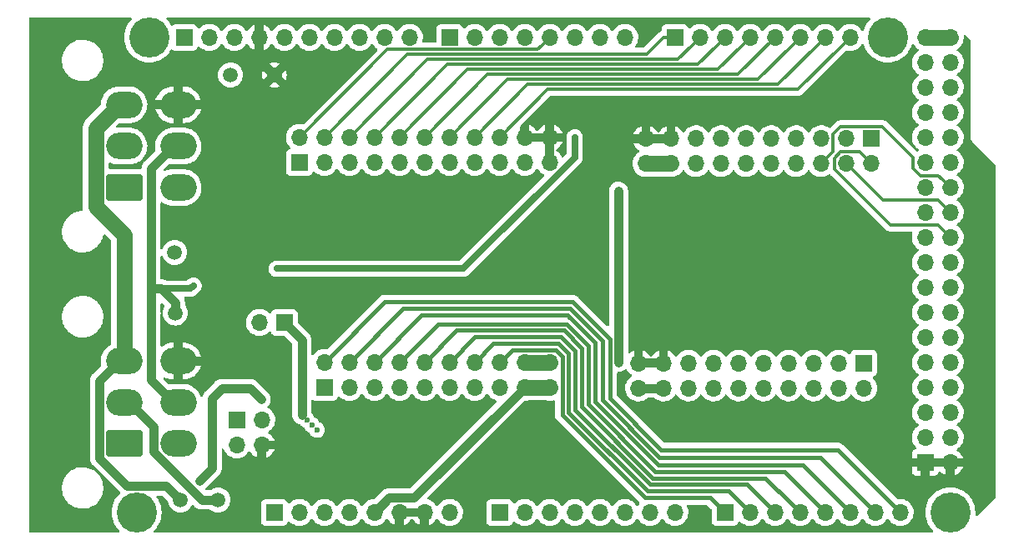
<source format=gbr>
%TF.GenerationSoftware,KiCad,Pcbnew,(6.0.9)*%
%TF.CreationDate,2023-03-29T13:48:58-08:00*%
%TF.ProjectId,ABSIS_Mega,41425349-535f-44d6-9567-612e6b696361,2*%
%TF.SameCoordinates,Original*%
%TF.FileFunction,Copper,L2,Bot*%
%TF.FilePolarity,Positive*%
%FSLAX46Y46*%
G04 Gerber Fmt 4.6, Leading zero omitted, Abs format (unit mm)*
G04 Created by KiCad (PCBNEW (6.0.9)) date 2023-03-29 13:48:58*
%MOMM*%
%LPD*%
G01*
G04 APERTURE LIST*
G04 Aperture macros list*
%AMRoundRect*
0 Rectangle with rounded corners*
0 $1 Rounding radius*
0 $2 $3 $4 $5 $6 $7 $8 $9 X,Y pos of 4 corners*
0 Add a 4 corners polygon primitive as box body*
4,1,4,$2,$3,$4,$5,$6,$7,$8,$9,$2,$3,0*
0 Add four circle primitives for the rounded corners*
1,1,$1+$1,$2,$3*
1,1,$1+$1,$4,$5*
1,1,$1+$1,$6,$7*
1,1,$1+$1,$8,$9*
0 Add four rect primitives between the rounded corners*
20,1,$1+$1,$2,$3,$4,$5,0*
20,1,$1+$1,$4,$5,$6,$7,0*
20,1,$1+$1,$6,$7,$8,$9,0*
20,1,$1+$1,$8,$9,$2,$3,0*%
G04 Aperture macros list end*
%TA.AperFunction,ComponentPad*%
%ADD10C,4.064000*%
%TD*%
%TA.AperFunction,ComponentPad*%
%ADD11R,1.700000X1.700000*%
%TD*%
%TA.AperFunction,ComponentPad*%
%ADD12O,1.700000X1.700000*%
%TD*%
%TA.AperFunction,ComponentPad*%
%ADD13C,1.500000*%
%TD*%
%TA.AperFunction,ComponentPad*%
%ADD14RoundRect,0.250001X1.599999X-1.099999X1.599999X1.099999X-1.599999X1.099999X-1.599999X-1.099999X0*%
%TD*%
%TA.AperFunction,ComponentPad*%
%ADD15O,3.700000X2.700000*%
%TD*%
%TA.AperFunction,ViaPad*%
%ADD16C,0.600000*%
%TD*%
%TA.AperFunction,Conductor*%
%ADD17C,1.625600*%
%TD*%
%TA.AperFunction,Conductor*%
%ADD18C,0.914400*%
%TD*%
%TA.AperFunction,Conductor*%
%ADD19C,0.304800*%
%TD*%
%TA.AperFunction,Conductor*%
%ADD20C,0.457200*%
%TD*%
%TA.AperFunction,Conductor*%
%ADD21C,0.635000*%
%TD*%
G04 APERTURE END LIST*
D10*
%TO.P,MK1,1*%
%TO.N,N/C*%
X11430000Y2540000D03*
%TD*%
%TO.P,MK3,1*%
%TO.N,N/C*%
X93980000Y2540000D03*
%TD*%
%TO.P,MK4,1*%
%TO.N,N/C*%
X12700000Y50800000D03*
%TD*%
%TO.P,MK6,1*%
%TO.N,N/C*%
X87630000Y50800000D03*
%TD*%
D11*
%TO.P,J7,1*%
%TO.N,/+12V_SUPPLY*%
X21590000Y11938000D03*
D12*
%TO.P,J7,2*%
%TO.N,/+3.3V_SUPPLY*%
X24130000Y11938000D03*
%TO.P,J7,3*%
%TO.N,/+5V_SUPPLY*%
X21590000Y9398000D03*
%TO.P,J7,4*%
%TO.N,GND*%
X24130000Y9398000D03*
%TD*%
D11*
%TO.P,JP1,1*%
%TO.N,+5V*%
X26416000Y21844000D03*
D12*
%TO.P,JP1,2*%
%TO.N,/BUS-ENABLE*%
X23876000Y21844000D03*
%TD*%
D13*
%TO.P,TP2,1*%
%TO.N,/+5V_SUPPLY*%
X19685000Y3810000D03*
%TD*%
%TO.P,TP3,1*%
%TO.N,/+3.3V_SUPPLY*%
X15875000Y3810000D03*
%TD*%
%TO.P,TP4,1*%
%TO.N,GND*%
X25400000Y46990000D03*
%TD*%
%TO.P,TP5,1*%
%TO.N,/BUS-A*%
X15303500Y28956000D03*
%TD*%
%TO.P,TP6,1*%
%TO.N,/BUS-B*%
X15367000Y22796500D03*
%TD*%
%TO.P,TP1,1*%
%TO.N,/+12V_SUPPLY*%
X20955000Y46990000D03*
%TD*%
D14*
%TO.P,J1,1*%
%TO.N,/+12V_SUPPLY*%
X10160000Y35560000D03*
D15*
%TO.P,J1,2*%
%TO.N,/+5V_SUPPLY*%
X10160000Y39760000D03*
%TO.P,J1,3*%
%TO.N,/+3.3V_SUPPLY*%
X10160000Y43960000D03*
%TO.P,J1,4*%
%TO.N,/BUS-A*%
X15660000Y35560000D03*
%TO.P,J1,5*%
%TO.N,/BUS-B*%
X15660000Y39760000D03*
%TO.P,J1,6*%
%TO.N,GND*%
X15660000Y43960000D03*
%TD*%
D14*
%TO.P,J2,1*%
%TO.N,/+12V_SUPPLY*%
X10160000Y9525000D03*
D15*
%TO.P,J2,2*%
%TO.N,/+5V_SUPPLY*%
X10160000Y13725000D03*
%TO.P,J2,3*%
%TO.N,/+3.3V_SUPPLY*%
X10160000Y17925000D03*
%TO.P,J2,4*%
%TO.N,/BUS-A*%
X15660000Y9525000D03*
%TO.P,J2,5*%
%TO.N,/BUS-B*%
X15660000Y13725000D03*
%TO.P,J2,6*%
%TO.N,GND*%
X15660000Y17925000D03*
%TD*%
D11*
%TO.P,J3,1*%
%TO.N,/13(\u002A\u002A)*%
X27940000Y38100000D03*
D12*
%TO.P,J3,2*%
%TO.N,/3(\u002A\u002A)*%
X27940000Y40640000D03*
%TO.P,J3,3*%
%TO.N,/12(\u002A\u002A)*%
X30480000Y38100000D03*
%TO.P,J3,4*%
%TO.N,/14(Tx3)*%
X30480000Y40640000D03*
%TO.P,J3,5*%
%TO.N,/11(\u002A\u002A)*%
X33020000Y38100000D03*
%TO.P,J3,6*%
%TO.N,/15(Rx3)*%
X33020000Y40640000D03*
%TO.P,J3,7*%
%TO.N,/10(\u002A\u002A)*%
X35560000Y38100000D03*
%TO.P,J3,8*%
%TO.N,/16(Tx2)*%
X35560000Y40640000D03*
%TO.P,J3,9*%
%TO.N,/9(\u002A\u002A)*%
X38100000Y38100000D03*
%TO.P,J3,10*%
%TO.N,/17(Rx2)*%
X38100000Y40640000D03*
%TO.P,J3,11*%
%TO.N,/8(\u002A\u002A)*%
X40640000Y38100000D03*
%TO.P,J3,12*%
%TO.N,/18(Tx1)*%
X40640000Y40640000D03*
%TO.P,J3,13*%
%TO.N,/7(\u002A\u002A)*%
X43180000Y38100000D03*
%TO.P,J3,14*%
%TO.N,/19(Rx1)*%
X43180000Y40640000D03*
%TO.P,J3,15*%
%TO.N,/6(\u002A\u002A)*%
X45720000Y38100000D03*
%TO.P,J3,16*%
%TO.N,/20(SDA)*%
X45720000Y40640000D03*
%TO.P,J3,17*%
%TO.N,/5(\u002A\u002A)*%
X48260000Y38100000D03*
%TO.P,J3,18*%
%TO.N,/21(SCL)*%
X48260000Y40640000D03*
%TO.P,J3,19*%
%TO.N,/4(\u002A\u002A)*%
X50800000Y38100000D03*
%TO.P,J3,20*%
%TO.N,GND*%
X50800000Y40640000D03*
%TO.P,J3,21*%
X53340000Y38100000D03*
%TO.P,J3,22*%
X53340000Y40640000D03*
%TD*%
D11*
%TO.P,J5,1*%
%TO.N,/52(SCK)*%
X85217000Y17716500D03*
D12*
%TO.P,J5,2*%
%TO.N,/53(SS)*%
X85217000Y15176500D03*
%TO.P,J5,3*%
%TO.N,/50(MISO)*%
X82677000Y17716500D03*
%TO.P,J5,4*%
%TO.N,/51(MOSI)*%
X82677000Y15176500D03*
%TO.P,J5,5*%
%TO.N,/48*%
X80137000Y17716500D03*
%TO.P,J5,6*%
%TO.N,/49*%
X80137000Y15176500D03*
%TO.P,J5,7*%
%TO.N,/46*%
X77597000Y17716500D03*
%TO.P,J5,8*%
%TO.N,/47*%
X77597000Y15176500D03*
%TO.P,J5,9*%
%TO.N,/44*%
X75057000Y17716500D03*
%TO.P,J5,10*%
%TO.N,/45*%
X75057000Y15176500D03*
%TO.P,J5,11*%
%TO.N,/42*%
X72517000Y17716500D03*
%TO.P,J5,12*%
%TO.N,/43*%
X72517000Y15176500D03*
%TO.P,J5,13*%
%TO.N,/40*%
X69977000Y17716500D03*
%TO.P,J5,14*%
%TO.N,/41*%
X69977000Y15176500D03*
%TO.P,J5,15*%
%TO.N,/38*%
X67437000Y17716500D03*
%TO.P,J5,16*%
%TO.N,/39*%
X67437000Y15176500D03*
%TO.P,J5,17*%
%TO.N,GND*%
X64897000Y17716500D03*
%TO.P,J5,18*%
%TO.N,+5VD*%
X64897000Y15176500D03*
%TO.P,J5,19*%
%TO.N,GND*%
X62357000Y17716500D03*
%TO.P,J5,20*%
%TO.N,+5VD*%
X62357000Y15176500D03*
%TD*%
D11*
%TO.P,J6,1*%
%TO.N,/36*%
X85979000Y40513000D03*
D12*
%TO.P,J6,2*%
%TO.N,/37*%
X85979000Y37973000D03*
%TO.P,J6,3*%
%TO.N,/34*%
X83439000Y40513000D03*
%TO.P,J6,4*%
%TO.N,/35*%
X83439000Y37973000D03*
%TO.P,J6,5*%
%TO.N,/32*%
X80899000Y40513000D03*
%TO.P,J6,6*%
%TO.N,/33*%
X80899000Y37973000D03*
%TO.P,J6,7*%
%TO.N,/30*%
X78359000Y40513000D03*
%TO.P,J6,8*%
%TO.N,/31*%
X78359000Y37973000D03*
%TO.P,J6,9*%
%TO.N,/28*%
X75819000Y40513000D03*
%TO.P,J6,10*%
%TO.N,/29*%
X75819000Y37973000D03*
%TO.P,J6,11*%
%TO.N,/26*%
X73279000Y40513000D03*
%TO.P,J6,12*%
%TO.N,/27*%
X73279000Y37973000D03*
%TO.P,J6,13*%
%TO.N,/24*%
X70739000Y40513000D03*
%TO.P,J6,14*%
%TO.N,/25*%
X70739000Y37973000D03*
%TO.P,J6,15*%
%TO.N,/22*%
X68199000Y40513000D03*
%TO.P,J6,16*%
%TO.N,/23*%
X68199000Y37973000D03*
%TO.P,J6,17*%
%TO.N,GND*%
X65659000Y40513000D03*
%TO.P,J6,18*%
%TO.N,+5VD*%
X65659000Y37973000D03*
%TO.P,J6,19*%
%TO.N,GND*%
X63119000Y40513000D03*
%TO.P,J6,20*%
%TO.N,+5VD*%
X63119000Y37973000D03*
%TD*%
D11*
%TO.P,J4,1*%
%TO.N,/A0*%
X30480000Y15240000D03*
D12*
%TO.P,J4,2*%
%TO.N,/A15*%
X30480000Y17780000D03*
%TO.P,J4,3*%
%TO.N,/A1*%
X33020000Y15240000D03*
%TO.P,J4,4*%
%TO.N,/A14*%
X33020000Y17780000D03*
%TO.P,J4,5*%
%TO.N,/A2*%
X35560000Y15240000D03*
%TO.P,J4,6*%
%TO.N,/A13*%
X35560000Y17780000D03*
%TO.P,J4,7*%
%TO.N,/A3*%
X38100000Y15240000D03*
%TO.P,J4,8*%
%TO.N,/A12*%
X38100000Y17780000D03*
%TO.P,J4,9*%
%TO.N,/A4*%
X40640000Y15240000D03*
%TO.P,J4,10*%
%TO.N,/A11*%
X40640000Y17780000D03*
%TO.P,J4,11*%
%TO.N,/A5*%
X43180000Y15240000D03*
%TO.P,J4,12*%
%TO.N,/A10*%
X43180000Y17780000D03*
%TO.P,J4,13*%
%TO.N,/A6*%
X45720000Y15240000D03*
%TO.P,J4,14*%
%TO.N,/A9*%
X45720000Y17780000D03*
%TO.P,J4,15*%
%TO.N,/A7*%
X48260000Y15240000D03*
%TO.P,J4,16*%
%TO.N,/A8*%
X48260000Y17780000D03*
%TO.P,J4,17*%
%TO.N,+5V*%
X50800000Y15240000D03*
%TO.P,J4,18*%
%TO.N,GND*%
X50800000Y17780000D03*
%TO.P,J4,19*%
%TO.N,+5V*%
X53340000Y15240000D03*
%TO.P,J4,20*%
%TO.N,GND*%
X53340000Y17780000D03*
%TD*%
D11*
%TO.P,P1,1*%
%TO.N,GND*%
X91440000Y7620000D03*
D12*
%TO.P,P1,2*%
X93980000Y7620000D03*
%TO.P,P1,3*%
%TO.N,/52(SCK)*%
X91440000Y10160000D03*
%TO.P,P1,4*%
%TO.N,/53(SS)*%
X93980000Y10160000D03*
%TO.P,P1,5*%
%TO.N,/50(MISO)*%
X91440000Y12700000D03*
%TO.P,P1,6*%
%TO.N,/51(MOSI)*%
X93980000Y12700000D03*
%TO.P,P1,7*%
%TO.N,/48*%
X91440000Y15240000D03*
%TO.P,P1,8*%
%TO.N,/49*%
X93980000Y15240000D03*
%TO.P,P1,9*%
%TO.N,/46*%
X91440000Y17780000D03*
%TO.P,P1,10*%
%TO.N,/47*%
X93980000Y17780000D03*
%TO.P,P1,11*%
%TO.N,/44*%
X91440000Y20320000D03*
%TO.P,P1,12*%
%TO.N,/45*%
X93980000Y20320000D03*
%TO.P,P1,13*%
%TO.N,/42*%
X91440000Y22860000D03*
%TO.P,P1,14*%
%TO.N,/43*%
X93980000Y22860000D03*
%TO.P,P1,15*%
%TO.N,/40*%
X91440000Y25400000D03*
%TO.P,P1,16*%
%TO.N,/41*%
X93980000Y25400000D03*
%TO.P,P1,17*%
%TO.N,/38*%
X91440000Y27940000D03*
%TO.P,P1,18*%
%TO.N,/39*%
X93980000Y27940000D03*
%TO.P,P1,19*%
%TO.N,/36*%
X91440000Y30480000D03*
%TO.P,P1,20*%
%TO.N,/37*%
X93980000Y30480000D03*
%TO.P,P1,21*%
%TO.N,/34*%
X91440000Y33020000D03*
%TO.P,P1,22*%
%TO.N,/35*%
X93980000Y33020000D03*
%TO.P,P1,23*%
%TO.N,/32*%
X91440000Y35560000D03*
%TO.P,P1,24*%
%TO.N,/33*%
X93980000Y35560000D03*
%TO.P,P1,25*%
%TO.N,/30*%
X91440000Y38100000D03*
%TO.P,P1,26*%
%TO.N,/31*%
X93980000Y38100000D03*
%TO.P,P1,27*%
%TO.N,/28*%
X91440000Y40640000D03*
%TO.P,P1,28*%
%TO.N,/29*%
X93980000Y40640000D03*
%TO.P,P1,29*%
%TO.N,/26*%
X91440000Y43180000D03*
%TO.P,P1,30*%
%TO.N,/27*%
X93980000Y43180000D03*
%TO.P,P1,31*%
%TO.N,/24*%
X91440000Y45720000D03*
%TO.P,P1,32*%
%TO.N,/25*%
X93980000Y45720000D03*
%TO.P,P1,33*%
%TO.N,/22*%
X91440000Y48260000D03*
%TO.P,P1,34*%
%TO.N,/23*%
X93980000Y48260000D03*
%TO.P,P1,35*%
%TO.N,+5VD*%
X91440000Y50800000D03*
%TO.P,P1,36*%
X93980000Y50800000D03*
%TD*%
D11*
%TO.P,P2,1*%
%TO.N,Net-(P2-Pad1)*%
X25400000Y2540000D03*
D12*
%TO.P,P2,2*%
%TO.N,/IOREF*%
X27940000Y2540000D03*
%TO.P,P2,3*%
%TO.N,/Reset*%
X30480000Y2540000D03*
%TO.P,P2,4*%
%TO.N,+3V3*%
X33020000Y2540000D03*
%TO.P,P2,5*%
%TO.N,+5V*%
X35560000Y2540000D03*
%TO.P,P2,6*%
%TO.N,GND*%
X38100000Y2540000D03*
%TO.P,P2,7*%
X40640000Y2540000D03*
%TO.P,P2,8*%
%TO.N,/+12V_SUPPLY*%
X43180000Y2540000D03*
%TD*%
D11*
%TO.P,P3,1*%
%TO.N,/A0*%
X48260000Y2540000D03*
D12*
%TO.P,P3,2*%
%TO.N,/A1*%
X50800000Y2540000D03*
%TO.P,P3,3*%
%TO.N,/A2*%
X53340000Y2540000D03*
%TO.P,P3,4*%
%TO.N,/A3*%
X55880000Y2540000D03*
%TO.P,P3,5*%
%TO.N,/A4*%
X58420000Y2540000D03*
%TO.P,P3,6*%
%TO.N,/A5*%
X60960000Y2540000D03*
%TO.P,P3,7*%
%TO.N,/A6*%
X63500000Y2540000D03*
%TO.P,P3,8*%
%TO.N,/A7*%
X66040000Y2540000D03*
%TD*%
D11*
%TO.P,P4,1*%
%TO.N,/A8*%
X71120000Y2540000D03*
D12*
%TO.P,P4,2*%
%TO.N,/A9*%
X73660000Y2540000D03*
%TO.P,P4,3*%
%TO.N,/A10*%
X76200000Y2540000D03*
%TO.P,P4,4*%
%TO.N,/A11*%
X78740000Y2540000D03*
%TO.P,P4,5*%
%TO.N,/A12*%
X81280000Y2540000D03*
%TO.P,P4,6*%
%TO.N,/A13*%
X83820000Y2540000D03*
%TO.P,P4,7*%
%TO.N,/A14*%
X86360000Y2540000D03*
%TO.P,P4,8*%
%TO.N,/A15*%
X88900000Y2540000D03*
%TD*%
D11*
%TO.P,P6,1*%
%TO.N,/7(\u002A\u002A)*%
X43180000Y50800000D03*
D12*
%TO.P,P6,2*%
%TO.N,/6(\u002A\u002A)*%
X45720000Y50800000D03*
%TO.P,P6,3*%
%TO.N,/5(\u002A\u002A)*%
X48260000Y50800000D03*
%TO.P,P6,4*%
%TO.N,/4(\u002A\u002A)*%
X50800000Y50800000D03*
%TO.P,P6,5*%
%TO.N,/3(\u002A\u002A)*%
X53340000Y50800000D03*
%TO.P,P6,6*%
%TO.N,/2(\u002A\u002A)*%
X55880000Y50800000D03*
%TO.P,P6,7*%
%TO.N,/1(Tx0)*%
X58420000Y50800000D03*
%TO.P,P6,8*%
%TO.N,/0(Rx0)*%
X60960000Y50800000D03*
%TD*%
D11*
%TO.P,P7,1*%
%TO.N,/14(Tx3)*%
X66040000Y50800000D03*
D12*
%TO.P,P7,2*%
%TO.N,/15(Rx3)*%
X68580000Y50800000D03*
%TO.P,P7,3*%
%TO.N,/16(Tx2)*%
X71120000Y50800000D03*
%TO.P,P7,4*%
%TO.N,/17(Rx2)*%
X73660000Y50800000D03*
%TO.P,P7,5*%
%TO.N,/18(Tx1)*%
X76200000Y50800000D03*
%TO.P,P7,6*%
%TO.N,/19(Rx1)*%
X78740000Y50800000D03*
%TO.P,P7,7*%
%TO.N,/20(SDA)*%
X81280000Y50800000D03*
%TO.P,P7,8*%
%TO.N,/21(SCL)*%
X83820000Y50800000D03*
%TD*%
D11*
%TO.P,P5,1*%
%TO.N,/SCL*%
X16256000Y50800000D03*
D12*
%TO.P,P5,2*%
%TO.N,/SDA*%
X18796000Y50800000D03*
%TO.P,P5,3*%
%TO.N,/AREF*%
X21336000Y50800000D03*
%TO.P,P5,4*%
%TO.N,GND*%
X23876000Y50800000D03*
%TO.P,P5,5*%
%TO.N,/13(\u002A\u002A)*%
X26416000Y50800000D03*
%TO.P,P5,6*%
%TO.N,/12(\u002A\u002A)*%
X28956000Y50800000D03*
%TO.P,P5,7*%
%TO.N,/11(\u002A\u002A)*%
X31496000Y50800000D03*
%TO.P,P5,8*%
%TO.N,/10(\u002A\u002A)*%
X34036000Y50800000D03*
%TO.P,P5,9*%
%TO.N,/9(\u002A\u002A)*%
X36576000Y50800000D03*
%TO.P,P5,10*%
%TO.N,/8(\u002A\u002A)*%
X39116000Y50800000D03*
%TD*%
D16*
%TO.N,GND*%
X17526000Y22860000D03*
X53340000Y25908000D03*
X53340000Y25146000D03*
X17335500Y28575000D03*
X53340000Y26670000D03*
%TO.N,+5V*%
X29718000Y10922000D03*
X28702000Y11938000D03*
X29210000Y11430000D03*
X28194000Y12446000D03*
%TO.N,+5VD*%
X60325000Y18542000D03*
X60325000Y17780000D03*
X60325000Y19304000D03*
X60325000Y33528000D03*
X60325000Y34290000D03*
X60325000Y35179000D03*
%TO.N,/+3.3V_SUPPLY*%
X18796000Y6731000D03*
X22987000Y15113000D03*
X17780000Y5715000D03*
X24066500Y14033500D03*
X23495000Y14605000D03*
X18288000Y6223000D03*
%TO.N,/2(\u002A\u002A)*%
X55880000Y40640000D03*
X25654000Y27305000D03*
%TO.N,/BUS-B*%
X17208500Y25590500D03*
%TD*%
D17*
%TO.N,GND*%
X50800000Y17780000D02*
X53340000Y17780000D01*
D18*
%TO.N,+5V*%
X35560000Y2540000D02*
X37067201Y4047201D01*
X49950001Y14390001D02*
X50800000Y15240000D01*
X28194000Y20066000D02*
X28194000Y13045998D01*
D17*
X50800000Y15240000D02*
X53340000Y15240000D01*
D18*
X28194000Y13045998D02*
X28194000Y12446000D01*
X39607201Y4047201D02*
X49950001Y14390001D01*
X37067201Y4047201D02*
X39607201Y4047201D01*
X26416000Y21844000D02*
X28194000Y20066000D01*
%TO.N,+5VD*%
X60325000Y17780000D02*
X60325000Y35179000D01*
X64897000Y15176500D02*
X62357000Y15176500D01*
D17*
X91440000Y50800000D02*
X93980000Y50800000D01*
X65659000Y37973000D02*
X63119000Y37973000D01*
D18*
%TO.N,/+5V_SUPPLY*%
X18624340Y3810000D02*
X19685000Y3810000D01*
X18036377Y3810000D02*
X18624340Y3810000D01*
X10160000Y13725000D02*
X10660000Y13725000D01*
X13152790Y11232210D02*
X13152790Y8693587D01*
X10660000Y13725000D02*
X13152790Y11232210D01*
X13152790Y8693587D02*
X18036377Y3810000D01*
%TO.N,/+3.3V_SUPPLY*%
X9660000Y17925000D02*
X7652790Y15917790D01*
D17*
X9660000Y43960000D02*
X7297190Y41597190D01*
D18*
X20066000Y15113000D02*
X22987000Y15113000D01*
X7652790Y8049220D02*
X10472809Y5229201D01*
X15125001Y4559999D02*
X15875000Y3810000D01*
X14455799Y5229201D02*
X15125001Y4559999D01*
X22987000Y15113000D02*
X24066500Y14033500D01*
D17*
X7297190Y41597190D02*
X7297190Y33589756D01*
X7297190Y33589756D02*
X10160000Y30726946D01*
D18*
X17780000Y5715000D02*
X18796000Y6731000D01*
X10160000Y17925000D02*
X9660000Y17925000D01*
X19095999Y14142999D02*
X20066000Y15113000D01*
D17*
X10160000Y20900600D02*
X10160000Y17925000D01*
X10160000Y43960000D02*
X9660000Y43960000D01*
X10160000Y30726946D02*
X10160000Y20900600D01*
D18*
X19095999Y7030999D02*
X19095999Y14142999D01*
X18796000Y6731000D02*
X19095999Y7030999D01*
X7652790Y15917790D02*
X7652790Y8049220D01*
X10472809Y5229201D02*
X14455799Y5229201D01*
D19*
%TO.N,/37*%
X92710000Y31750000D02*
X93130001Y31329999D01*
X82236599Y38550153D02*
X82236599Y37395847D01*
X82236599Y37395847D02*
X87882446Y31750000D01*
X85979000Y37973000D02*
X84776599Y39175401D01*
X82861847Y39175401D02*
X82236599Y38550153D01*
X87882446Y31750000D02*
X92710000Y31750000D01*
X93130001Y31329999D02*
X93980000Y30480000D01*
X84776599Y39175401D02*
X82861847Y39175401D01*
%TO.N,/35*%
X92710000Y34290000D02*
X93130001Y33869999D01*
X83439000Y37973000D02*
X87122000Y34290000D01*
X93130001Y33869999D02*
X93980000Y33020000D01*
X87122000Y34290000D02*
X92710000Y34290000D01*
%TO.N,/33*%
X82101401Y39175401D02*
X82101401Y40954955D01*
X92777599Y36762401D02*
X93130001Y36409999D01*
X82861847Y41715401D02*
X87110921Y41715401D01*
X90237599Y38588723D02*
X90237599Y37522847D01*
X90237599Y37522847D02*
X90998045Y36762401D01*
X80899000Y37973000D02*
X82101401Y39175401D01*
X87110921Y41715401D02*
X90237599Y38588723D01*
X93130001Y36409999D02*
X93980000Y35560000D01*
X90998045Y36762401D02*
X92777599Y36762401D01*
X82101401Y40954955D02*
X82861847Y41715401D01*
D20*
%TO.N,/A8*%
X48260000Y17780000D02*
X49538601Y19058601D01*
X53953729Y19058601D02*
X54618601Y18393729D01*
X49538601Y19058601D02*
X53953729Y19058601D01*
X62992000Y4064000D02*
X69596000Y4064000D01*
X54618601Y18393729D02*
X54618601Y12437399D01*
X54618601Y12437399D02*
X62992000Y4064000D01*
X69596000Y4064000D02*
X71120000Y2540000D01*
%TO.N,/A9*%
X72810001Y3389999D02*
X73660000Y2540000D01*
X47655808Y19715808D02*
X54225957Y19715808D01*
X63264227Y4721207D02*
X71478793Y4721207D01*
X45720000Y17780000D02*
X47655808Y19715808D01*
X55275814Y12709620D02*
X63264227Y4721207D01*
X71478793Y4721207D02*
X72810001Y3389999D01*
X55275813Y18665951D02*
X55275814Y12709620D01*
X54225957Y19715808D02*
X55275813Y18665951D01*
%TO.N,/A10*%
X75350001Y3389999D02*
X76200000Y2540000D01*
X55933024Y18938176D02*
X55933024Y12981846D01*
X63536452Y5378418D02*
X73361582Y5378418D01*
X43180000Y17780000D02*
X45773019Y20373019D01*
X73361582Y5378418D02*
X75350001Y3389999D01*
X55933024Y12981846D02*
X63536452Y5378418D01*
X45773019Y20373019D02*
X54498183Y20373018D01*
X54498183Y20373018D02*
X55933024Y18938176D01*
%TO.N,/A11*%
X75244371Y6035629D02*
X77890001Y3389999D01*
X63808677Y6035629D02*
X75244371Y6035629D01*
X77890001Y3389999D02*
X78740000Y2540000D01*
X40640000Y17780000D02*
X43890231Y21030231D01*
X43890231Y21030231D02*
X54770406Y21030231D01*
X56590235Y19210401D02*
X56590236Y13254070D01*
X56590236Y13254070D02*
X63808677Y6035629D01*
X54770406Y21030231D02*
X56590235Y19210401D01*
%TO.N,/A12*%
X57247446Y13526296D02*
X64080902Y6692840D01*
X77127160Y6692840D02*
X80430001Y3389999D01*
X57247446Y19482626D02*
X57247446Y13526296D01*
X80430001Y3389999D02*
X81280000Y2540000D01*
X55042632Y21687442D02*
X57247446Y19482626D01*
X64080902Y6692840D02*
X77127160Y6692840D01*
X38100000Y17780000D02*
X42007442Y21687442D01*
X42007442Y21687442D02*
X55042632Y21687442D01*
%TO.N,/A13*%
X40341578Y22561578D02*
X55162422Y22561578D01*
X55125355Y22606000D02*
X55314861Y22416494D01*
X55162422Y22561578D02*
X57912000Y19812000D01*
X35560000Y17780000D02*
X40341578Y22561578D01*
X55314861Y22416494D02*
X55314861Y22344644D01*
X82970001Y3389999D02*
X83820000Y2540000D01*
X78994000Y7366000D02*
X82970001Y3389999D01*
X64337178Y7366000D02*
X78994000Y7366000D01*
X57912000Y19812000D02*
X57912000Y13791178D01*
X57912000Y13791178D02*
X64337178Y7366000D01*
%TO.N,/A14*%
X64504614Y8128000D02*
X80772000Y8128000D01*
X38503209Y23263209D02*
X55397579Y23263208D01*
X85510001Y3389999D02*
X86360000Y2540000D01*
X58674000Y19986787D02*
X58674000Y13958614D01*
X80772000Y8128000D02*
X85510001Y3389999D01*
X55397579Y23263208D02*
X58674000Y19986787D01*
X58674000Y13958614D02*
X64504614Y8128000D01*
X33020000Y17780000D02*
X38503209Y23263209D01*
%TO.N,/A15*%
X59436000Y14126050D02*
X64672050Y8890000D01*
X64672050Y8890000D02*
X82550000Y8890000D01*
X30480000Y17780000D02*
X36620437Y23920436D01*
X59436000Y20154223D02*
X59436000Y14126050D01*
X82550000Y8890000D02*
X88900000Y2540000D01*
X36620437Y23920436D02*
X55669805Y23920418D01*
X55669805Y23920418D02*
X59436000Y20154223D01*
D19*
%TO.N,/3(\u002A\u002A)*%
X36887122Y49587122D02*
X52127122Y49587122D01*
X27940000Y40640000D02*
X36887122Y49587122D01*
X52127122Y49587122D02*
X52490001Y49950001D01*
X52490001Y49950001D02*
X53340000Y50800000D01*
D21*
%TO.N,/2(\u002A\u002A)*%
X44568902Y27305000D02*
X55880000Y38616098D01*
X55880000Y38616098D02*
X55880000Y40640000D01*
X25654000Y27305000D02*
X44568902Y27305000D01*
D19*
%TO.N,/14(Tx3)*%
X30480000Y40640000D02*
X38922311Y49082311D01*
X38922311Y49082311D02*
X63167511Y49082311D01*
X64885200Y50800000D02*
X66040000Y50800000D01*
X63167511Y49082311D02*
X64885200Y50800000D01*
%TO.N,/15(Rx3)*%
X40957500Y48577500D02*
X66357500Y48577500D01*
X33020000Y40640000D02*
X40957500Y48577500D01*
X66357500Y48577500D02*
X67730001Y49950001D01*
X67730001Y49950001D02*
X68580000Y50800000D01*
%TO.N,/16(Tx2)*%
X35560000Y40640000D02*
X42989500Y48069500D01*
X68389500Y48069500D02*
X70270001Y49950001D01*
X42989500Y48069500D02*
X68389500Y48069500D01*
X70270001Y49950001D02*
X71120000Y50800000D01*
%TO.N,/17(Rx2)*%
X38100000Y40640000D02*
X45021500Y47561500D01*
X45021500Y47561500D02*
X70421500Y47561500D01*
X72810001Y49950001D02*
X73660000Y50800000D01*
X70421500Y47561500D02*
X72810001Y49950001D01*
%TO.N,/18(Tx1)*%
X47053500Y47053500D02*
X72453500Y47053500D01*
X72453500Y47053500D02*
X76200000Y50800000D01*
X40640000Y40640000D02*
X47053500Y47053500D01*
%TO.N,/19(Rx1)*%
X49085500Y46545500D02*
X74485500Y46545500D01*
X74485500Y46545500D02*
X77890001Y49950001D01*
X43180000Y40640000D02*
X49085500Y46545500D01*
X77890001Y49950001D02*
X78740000Y50800000D01*
%TO.N,/20(SDA)*%
X51117500Y46037500D02*
X76517500Y46037500D01*
X80430001Y49950001D02*
X81280000Y50800000D01*
X45720000Y40640000D02*
X51117500Y46037500D01*
X76517500Y46037500D02*
X80430001Y49950001D01*
%TO.N,/21(SCL)*%
X82970001Y49950001D02*
X83820000Y50800000D01*
X53149500Y45529500D02*
X78549500Y45529500D01*
X48260000Y40640000D02*
X53149500Y45529500D01*
X78549500Y45529500D02*
X82970001Y49950001D01*
D18*
%TO.N,/BUS-B*%
X12895600Y37495600D02*
X12895600Y25267900D01*
D21*
X17208500Y25590500D02*
X16885900Y25267900D01*
D18*
X15367000Y23857160D02*
X13956260Y25267900D01*
D21*
X16885900Y25267900D02*
X12895600Y25267900D01*
D18*
X13956260Y25267900D02*
X12895600Y25267900D01*
X12895600Y25267900D02*
X12895600Y15989400D01*
X15367000Y22796500D02*
X15367000Y23857160D01*
X15160000Y39760000D02*
X12895600Y37495600D01*
X12895600Y15989400D02*
X15160000Y13725000D01*
X15660000Y39760000D02*
X15160000Y39760000D01*
X15160000Y13725000D02*
X15660000Y13725000D01*
%TD*%
%TA.AperFunction,Conductor*%
%TO.N,GND*%
G36*
X10901997Y52811498D02*
G01*
X10948490Y52757842D01*
X10958594Y52687568D01*
X10929100Y52622988D01*
X10920129Y52613650D01*
X10844394Y52542530D01*
X10640629Y52296221D01*
X10638505Y52292874D01*
X10638502Y52292870D01*
X10499984Y52074600D01*
X10469341Y52026315D01*
X10467657Y52022736D01*
X10467653Y52022729D01*
X10340475Y51752460D01*
X10333233Y51737070D01*
X10234449Y51433046D01*
X10174549Y51119039D01*
X10154477Y50800000D01*
X10174549Y50480961D01*
X10234449Y50166954D01*
X10333233Y49862930D01*
X10334920Y49859344D01*
X10334922Y49859340D01*
X10467653Y49577271D01*
X10467657Y49577264D01*
X10469341Y49573685D01*
X10471465Y49570339D01*
X10471465Y49570338D01*
X10629298Y49321634D01*
X10640629Y49303779D01*
X10844394Y49057470D01*
X11077423Y48838641D01*
X11336041Y48650744D01*
X11339510Y48648837D01*
X11339513Y48648835D01*
X11591520Y48510293D01*
X11616169Y48496742D01*
X11765810Y48437495D01*
X11909707Y48380522D01*
X11909710Y48380521D01*
X11913390Y48379064D01*
X11917224Y48378080D01*
X11917232Y48378077D01*
X12109153Y48328800D01*
X12223017Y48299565D01*
X12226945Y48299069D01*
X12226949Y48299068D01*
X12313384Y48288149D01*
X12540165Y48259500D01*
X12859835Y48259500D01*
X13086616Y48288149D01*
X13173051Y48299068D01*
X13173055Y48299069D01*
X13176983Y48299565D01*
X13290847Y48328800D01*
X13482768Y48378077D01*
X13482776Y48378080D01*
X13486610Y48379064D01*
X13490290Y48380521D01*
X13490293Y48380522D01*
X13634190Y48437495D01*
X13783831Y48496742D01*
X13808481Y48510293D01*
X14060487Y48648835D01*
X14060490Y48648837D01*
X14063959Y48650744D01*
X14322577Y48838641D01*
X14555606Y49057470D01*
X14759371Y49303779D01*
X14770703Y49321634D01*
X14883507Y49499385D01*
X14899426Y49524470D01*
X14952815Y49571269D01*
X15023030Y49581774D01*
X15081376Y49557782D01*
X15159295Y49499385D01*
X15295684Y49448255D01*
X15357866Y49441500D01*
X17154134Y49441500D01*
X17216316Y49448255D01*
X17352705Y49499385D01*
X17469261Y49586739D01*
X17556615Y49703295D01*
X17578799Y49762471D01*
X17600598Y49820618D01*
X17643240Y49877382D01*
X17709802Y49902082D01*
X17779150Y49886874D01*
X17813817Y49858886D01*
X17842250Y49826062D01*
X18014126Y49683368D01*
X18207000Y49570662D01*
X18415692Y49490970D01*
X18420760Y49489939D01*
X18420763Y49489938D01*
X18499175Y49473985D01*
X18634597Y49446433D01*
X18639772Y49446243D01*
X18639774Y49446243D01*
X18852673Y49438436D01*
X18852677Y49438436D01*
X18857837Y49438247D01*
X18862957Y49438903D01*
X18862959Y49438903D01*
X19074288Y49465975D01*
X19074289Y49465975D01*
X19079416Y49466632D01*
X19111041Y49476120D01*
X19288429Y49529339D01*
X19288434Y49529341D01*
X19293384Y49530826D01*
X19493994Y49629104D01*
X19675860Y49758827D01*
X19680252Y49763203D01*
X19830435Y49912863D01*
X19834096Y49916511D01*
X19893594Y49999311D01*
X19964453Y50097923D01*
X19965776Y50096972D01*
X20012645Y50140143D01*
X20082580Y50152375D01*
X20148026Y50124856D01*
X20175875Y50093006D01*
X20180198Y50085952D01*
X20235987Y49994912D01*
X20382250Y49826062D01*
X20554126Y49683368D01*
X20747000Y49570662D01*
X20955692Y49490970D01*
X20960760Y49489939D01*
X20960763Y49489938D01*
X21039175Y49473985D01*
X21174597Y49446433D01*
X21179772Y49446243D01*
X21179774Y49446243D01*
X21392673Y49438436D01*
X21392677Y49438436D01*
X21397837Y49438247D01*
X21402957Y49438903D01*
X21402959Y49438903D01*
X21614288Y49465975D01*
X21614289Y49465975D01*
X21619416Y49466632D01*
X21651041Y49476120D01*
X21828429Y49529339D01*
X21828434Y49529341D01*
X21833384Y49530826D01*
X22033994Y49629104D01*
X22215860Y49758827D01*
X22220252Y49763203D01*
X22370435Y49912863D01*
X22374096Y49916511D01*
X22433594Y49999311D01*
X22504453Y50097923D01*
X22505640Y50097070D01*
X22552960Y50140638D01*
X22622897Y50152855D01*
X22688338Y50125322D01*
X22716166Y50093489D01*
X22773694Y49999612D01*
X22779777Y49991301D01*
X22919213Y49830333D01*
X22926580Y49823117D01*
X23090434Y49687084D01*
X23098881Y49681169D01*
X23282756Y49573721D01*
X23292042Y49569271D01*
X23407077Y49525344D01*
X23421134Y49524229D01*
X23424000Y49529382D01*
X23424000Y52062923D01*
X23420027Y52076454D01*
X23413045Y52077458D01*
X23352868Y52057788D01*
X23343359Y52053791D01*
X23154463Y51955458D01*
X23145738Y51949964D01*
X22975433Y51822095D01*
X22967726Y51815252D01*
X22820590Y51661283D01*
X22814109Y51653278D01*
X22709498Y51499926D01*
X22654587Y51454924D01*
X22584062Y51446753D01*
X22520315Y51478007D01*
X22499618Y51502491D01*
X22418822Y51627383D01*
X22418820Y51627386D01*
X22416014Y51631723D01*
X22265670Y51796949D01*
X22261619Y51800148D01*
X22261615Y51800152D01*
X22094414Y51932200D01*
X22094410Y51932202D01*
X22090359Y51935402D01*
X22054028Y51955458D01*
X22038136Y51964231D01*
X21894789Y52043362D01*
X21889920Y52045086D01*
X21889916Y52045088D01*
X21689087Y52116205D01*
X21689083Y52116206D01*
X21684212Y52117931D01*
X21679119Y52118838D01*
X21679116Y52118839D01*
X21469373Y52156200D01*
X21469367Y52156201D01*
X21464284Y52157106D01*
X21390452Y52158008D01*
X21246081Y52159772D01*
X21246079Y52159772D01*
X21240911Y52159835D01*
X21020091Y52126045D01*
X20807756Y52056643D01*
X20609607Y51953493D01*
X20605474Y51950390D01*
X20605471Y51950388D01*
X20435100Y51822470D01*
X20430965Y51819365D01*
X20427393Y51815627D01*
X20319729Y51702963D01*
X20276629Y51657862D01*
X20169201Y51500379D01*
X20114293Y51455379D01*
X20043768Y51447208D01*
X19980021Y51478462D01*
X19959324Y51502946D01*
X19878822Y51627383D01*
X19878820Y51627386D01*
X19876014Y51631723D01*
X19725670Y51796949D01*
X19721619Y51800148D01*
X19721615Y51800152D01*
X19554414Y51932200D01*
X19554410Y51932202D01*
X19550359Y51935402D01*
X19514028Y51955458D01*
X19498136Y51964231D01*
X19354789Y52043362D01*
X19349920Y52045086D01*
X19349916Y52045088D01*
X19149087Y52116205D01*
X19149083Y52116206D01*
X19144212Y52117931D01*
X19139119Y52118838D01*
X19139116Y52118839D01*
X18929373Y52156200D01*
X18929367Y52156201D01*
X18924284Y52157106D01*
X18850452Y52158008D01*
X18706081Y52159772D01*
X18706079Y52159772D01*
X18700911Y52159835D01*
X18480091Y52126045D01*
X18267756Y52056643D01*
X18069607Y51953493D01*
X18065474Y51950390D01*
X18065471Y51950388D01*
X17895100Y51822470D01*
X17890965Y51819365D01*
X17834537Y51760316D01*
X17810283Y51734936D01*
X17748759Y51699506D01*
X17677846Y51702963D01*
X17620060Y51744209D01*
X17601207Y51777757D01*
X17559767Y51888297D01*
X17556615Y51896705D01*
X17469261Y52013261D01*
X17352705Y52100615D01*
X17216316Y52151745D01*
X17154134Y52158500D01*
X15357866Y52158500D01*
X15295684Y52151745D01*
X15159295Y52100615D01*
X15117993Y52069661D01*
X15081376Y52042218D01*
X15014870Y52017370D01*
X14945487Y52032423D01*
X14899426Y52075530D01*
X14898203Y52077458D01*
X14852819Y52148971D01*
X14761498Y52292870D01*
X14761495Y52292874D01*
X14759371Y52296221D01*
X14555606Y52542530D01*
X14479871Y52613650D01*
X14443906Y52674863D01*
X14446744Y52745803D01*
X14487484Y52803947D01*
X14553192Y52830835D01*
X14566124Y52831500D01*
X85763876Y52831500D01*
X85831997Y52811498D01*
X85878490Y52757842D01*
X85888594Y52687568D01*
X85859100Y52622988D01*
X85850129Y52613650D01*
X85774394Y52542530D01*
X85570629Y52296221D01*
X85568505Y52292874D01*
X85568502Y52292870D01*
X85429984Y52074600D01*
X85399341Y52026315D01*
X85397657Y52022736D01*
X85397653Y52022729D01*
X85270475Y51752460D01*
X85263233Y51737070D01*
X85227594Y51627383D01*
X85200827Y51545004D01*
X85160754Y51486398D01*
X85095357Y51458761D01*
X85025400Y51470868D01*
X84975202Y51515500D01*
X84902822Y51627383D01*
X84902820Y51627386D01*
X84900014Y51631723D01*
X84749670Y51796949D01*
X84745619Y51800148D01*
X84745615Y51800152D01*
X84578414Y51932200D01*
X84578410Y51932202D01*
X84574359Y51935402D01*
X84538028Y51955458D01*
X84522136Y51964231D01*
X84378789Y52043362D01*
X84373920Y52045086D01*
X84373916Y52045088D01*
X84173087Y52116205D01*
X84173083Y52116206D01*
X84168212Y52117931D01*
X84163119Y52118838D01*
X84163116Y52118839D01*
X83953373Y52156200D01*
X83953367Y52156201D01*
X83948284Y52157106D01*
X83874452Y52158008D01*
X83730081Y52159772D01*
X83730079Y52159772D01*
X83724911Y52159835D01*
X83504091Y52126045D01*
X83291756Y52056643D01*
X83093607Y51953493D01*
X83089474Y51950390D01*
X83089471Y51950388D01*
X82919100Y51822470D01*
X82914965Y51819365D01*
X82911393Y51815627D01*
X82803729Y51702963D01*
X82760629Y51657862D01*
X82653201Y51500379D01*
X82598293Y51455379D01*
X82527768Y51447208D01*
X82464021Y51478462D01*
X82443324Y51502946D01*
X82362822Y51627383D01*
X82362820Y51627386D01*
X82360014Y51631723D01*
X82209670Y51796949D01*
X82205619Y51800148D01*
X82205615Y51800152D01*
X82038414Y51932200D01*
X82038410Y51932202D01*
X82034359Y51935402D01*
X81998028Y51955458D01*
X81982136Y51964231D01*
X81838789Y52043362D01*
X81833920Y52045086D01*
X81833916Y52045088D01*
X81633087Y52116205D01*
X81633083Y52116206D01*
X81628212Y52117931D01*
X81623119Y52118838D01*
X81623116Y52118839D01*
X81413373Y52156200D01*
X81413367Y52156201D01*
X81408284Y52157106D01*
X81334452Y52158008D01*
X81190081Y52159772D01*
X81190079Y52159772D01*
X81184911Y52159835D01*
X80964091Y52126045D01*
X80751756Y52056643D01*
X80553607Y51953493D01*
X80549474Y51950390D01*
X80549471Y51950388D01*
X80379100Y51822470D01*
X80374965Y51819365D01*
X80371393Y51815627D01*
X80263729Y51702963D01*
X80220629Y51657862D01*
X80113201Y51500379D01*
X80058293Y51455379D01*
X79987768Y51447208D01*
X79924021Y51478462D01*
X79903324Y51502946D01*
X79822822Y51627383D01*
X79822820Y51627386D01*
X79820014Y51631723D01*
X79669670Y51796949D01*
X79665619Y51800148D01*
X79665615Y51800152D01*
X79498414Y51932200D01*
X79498410Y51932202D01*
X79494359Y51935402D01*
X79458028Y51955458D01*
X79442136Y51964231D01*
X79298789Y52043362D01*
X79293920Y52045086D01*
X79293916Y52045088D01*
X79093087Y52116205D01*
X79093083Y52116206D01*
X79088212Y52117931D01*
X79083119Y52118838D01*
X79083116Y52118839D01*
X78873373Y52156200D01*
X78873367Y52156201D01*
X78868284Y52157106D01*
X78794452Y52158008D01*
X78650081Y52159772D01*
X78650079Y52159772D01*
X78644911Y52159835D01*
X78424091Y52126045D01*
X78211756Y52056643D01*
X78013607Y51953493D01*
X78009474Y51950390D01*
X78009471Y51950388D01*
X77839100Y51822470D01*
X77834965Y51819365D01*
X77831393Y51815627D01*
X77723729Y51702963D01*
X77680629Y51657862D01*
X77573201Y51500379D01*
X77518293Y51455379D01*
X77447768Y51447208D01*
X77384021Y51478462D01*
X77363324Y51502946D01*
X77282822Y51627383D01*
X77282820Y51627386D01*
X77280014Y51631723D01*
X77129670Y51796949D01*
X77125619Y51800148D01*
X77125615Y51800152D01*
X76958414Y51932200D01*
X76958410Y51932202D01*
X76954359Y51935402D01*
X76918028Y51955458D01*
X76902136Y51964231D01*
X76758789Y52043362D01*
X76753920Y52045086D01*
X76753916Y52045088D01*
X76553087Y52116205D01*
X76553083Y52116206D01*
X76548212Y52117931D01*
X76543119Y52118838D01*
X76543116Y52118839D01*
X76333373Y52156200D01*
X76333367Y52156201D01*
X76328284Y52157106D01*
X76254452Y52158008D01*
X76110081Y52159772D01*
X76110079Y52159772D01*
X76104911Y52159835D01*
X75884091Y52126045D01*
X75671756Y52056643D01*
X75473607Y51953493D01*
X75469474Y51950390D01*
X75469471Y51950388D01*
X75299100Y51822470D01*
X75294965Y51819365D01*
X75291393Y51815627D01*
X75183729Y51702963D01*
X75140629Y51657862D01*
X75033201Y51500379D01*
X74978293Y51455379D01*
X74907768Y51447208D01*
X74844021Y51478462D01*
X74823324Y51502946D01*
X74742822Y51627383D01*
X74742820Y51627386D01*
X74740014Y51631723D01*
X74589670Y51796949D01*
X74585619Y51800148D01*
X74585615Y51800152D01*
X74418414Y51932200D01*
X74418410Y51932202D01*
X74414359Y51935402D01*
X74378028Y51955458D01*
X74362136Y51964231D01*
X74218789Y52043362D01*
X74213920Y52045086D01*
X74213916Y52045088D01*
X74013087Y52116205D01*
X74013083Y52116206D01*
X74008212Y52117931D01*
X74003119Y52118838D01*
X74003116Y52118839D01*
X73793373Y52156200D01*
X73793367Y52156201D01*
X73788284Y52157106D01*
X73714452Y52158008D01*
X73570081Y52159772D01*
X73570079Y52159772D01*
X73564911Y52159835D01*
X73344091Y52126045D01*
X73131756Y52056643D01*
X72933607Y51953493D01*
X72929474Y51950390D01*
X72929471Y51950388D01*
X72759100Y51822470D01*
X72754965Y51819365D01*
X72751393Y51815627D01*
X72643729Y51702963D01*
X72600629Y51657862D01*
X72493201Y51500379D01*
X72438293Y51455379D01*
X72367768Y51447208D01*
X72304021Y51478462D01*
X72283324Y51502946D01*
X72202822Y51627383D01*
X72202820Y51627386D01*
X72200014Y51631723D01*
X72049670Y51796949D01*
X72045619Y51800148D01*
X72045615Y51800152D01*
X71878414Y51932200D01*
X71878410Y51932202D01*
X71874359Y51935402D01*
X71838028Y51955458D01*
X71822136Y51964231D01*
X71678789Y52043362D01*
X71673920Y52045086D01*
X71673916Y52045088D01*
X71473087Y52116205D01*
X71473083Y52116206D01*
X71468212Y52117931D01*
X71463119Y52118838D01*
X71463116Y52118839D01*
X71253373Y52156200D01*
X71253367Y52156201D01*
X71248284Y52157106D01*
X71174452Y52158008D01*
X71030081Y52159772D01*
X71030079Y52159772D01*
X71024911Y52159835D01*
X70804091Y52126045D01*
X70591756Y52056643D01*
X70393607Y51953493D01*
X70389474Y51950390D01*
X70389471Y51950388D01*
X70219100Y51822470D01*
X70214965Y51819365D01*
X70211393Y51815627D01*
X70103729Y51702963D01*
X70060629Y51657862D01*
X69953201Y51500379D01*
X69898293Y51455379D01*
X69827768Y51447208D01*
X69764021Y51478462D01*
X69743324Y51502946D01*
X69662822Y51627383D01*
X69662820Y51627386D01*
X69660014Y51631723D01*
X69509670Y51796949D01*
X69505619Y51800148D01*
X69505615Y51800152D01*
X69338414Y51932200D01*
X69338410Y51932202D01*
X69334359Y51935402D01*
X69298028Y51955458D01*
X69282136Y51964231D01*
X69138789Y52043362D01*
X69133920Y52045086D01*
X69133916Y52045088D01*
X68933087Y52116205D01*
X68933083Y52116206D01*
X68928212Y52117931D01*
X68923119Y52118838D01*
X68923116Y52118839D01*
X68713373Y52156200D01*
X68713367Y52156201D01*
X68708284Y52157106D01*
X68634452Y52158008D01*
X68490081Y52159772D01*
X68490079Y52159772D01*
X68484911Y52159835D01*
X68264091Y52126045D01*
X68051756Y52056643D01*
X67853607Y51953493D01*
X67849474Y51950390D01*
X67849471Y51950388D01*
X67679100Y51822470D01*
X67674965Y51819365D01*
X67618537Y51760316D01*
X67594283Y51734936D01*
X67532759Y51699506D01*
X67461846Y51702963D01*
X67404060Y51744209D01*
X67385207Y51777757D01*
X67343767Y51888297D01*
X67340615Y51896705D01*
X67253261Y52013261D01*
X67136705Y52100615D01*
X67000316Y52151745D01*
X66938134Y52158500D01*
X65141866Y52158500D01*
X65079684Y52151745D01*
X64943295Y52100615D01*
X64826739Y52013261D01*
X64739385Y51896705D01*
X64688255Y51760316D01*
X64681500Y51698134D01*
X64681500Y51516656D01*
X64661498Y51448535D01*
X64607842Y51402042D01*
X64600046Y51398793D01*
X64576759Y51389994D01*
X64570502Y51385694D01*
X64564125Y51382360D01*
X64559455Y51379760D01*
X64553258Y51376095D01*
X64546303Y51373042D01*
X64540279Y51368420D01*
X64540278Y51368419D01*
X64499195Y51336894D01*
X64493857Y51333016D01*
X64451188Y51303691D01*
X64451186Y51303689D01*
X64444929Y51299389D01*
X64439877Y51293719D01*
X64439876Y51293718D01*
X64406432Y51256181D01*
X64401451Y51250905D01*
X63657524Y50506977D01*
X62930663Y49780116D01*
X62868351Y49746091D01*
X62841568Y49743211D01*
X62119264Y49743211D01*
X62051143Y49763213D01*
X62004650Y49816869D01*
X61994546Y49887143D01*
X62016941Y49942737D01*
X62054433Y49994912D01*
X62128453Y50097923D01*
X62131083Y50103243D01*
X62225136Y50293547D01*
X62225137Y50293549D01*
X62227430Y50298189D01*
X62287400Y50495574D01*
X62290865Y50506977D01*
X62290867Y50506985D01*
X62292370Y50511931D01*
X62321529Y50733410D01*
X62321611Y50736760D01*
X62323074Y50796635D01*
X62323074Y50796639D01*
X62323156Y50800000D01*
X62304852Y51022639D01*
X62250431Y51239298D01*
X62161354Y51444160D01*
X62096115Y51545004D01*
X62042822Y51627383D01*
X62042820Y51627386D01*
X62040014Y51631723D01*
X61889670Y51796949D01*
X61885619Y51800148D01*
X61885615Y51800152D01*
X61718414Y51932200D01*
X61718410Y51932202D01*
X61714359Y51935402D01*
X61678028Y51955458D01*
X61662136Y51964231D01*
X61518789Y52043362D01*
X61513920Y52045086D01*
X61513916Y52045088D01*
X61313087Y52116205D01*
X61313083Y52116206D01*
X61308212Y52117931D01*
X61303119Y52118838D01*
X61303116Y52118839D01*
X61093373Y52156200D01*
X61093367Y52156201D01*
X61088284Y52157106D01*
X61014452Y52158008D01*
X60870081Y52159772D01*
X60870079Y52159772D01*
X60864911Y52159835D01*
X60644091Y52126045D01*
X60431756Y52056643D01*
X60233607Y51953493D01*
X60229474Y51950390D01*
X60229471Y51950388D01*
X60059100Y51822470D01*
X60054965Y51819365D01*
X60051393Y51815627D01*
X59943729Y51702963D01*
X59900629Y51657862D01*
X59793201Y51500379D01*
X59738293Y51455379D01*
X59667768Y51447208D01*
X59604021Y51478462D01*
X59583324Y51502946D01*
X59502822Y51627383D01*
X59502820Y51627386D01*
X59500014Y51631723D01*
X59349670Y51796949D01*
X59345619Y51800148D01*
X59345615Y51800152D01*
X59178414Y51932200D01*
X59178410Y51932202D01*
X59174359Y51935402D01*
X59138028Y51955458D01*
X59122136Y51964231D01*
X58978789Y52043362D01*
X58973920Y52045086D01*
X58973916Y52045088D01*
X58773087Y52116205D01*
X58773083Y52116206D01*
X58768212Y52117931D01*
X58763119Y52118838D01*
X58763116Y52118839D01*
X58553373Y52156200D01*
X58553367Y52156201D01*
X58548284Y52157106D01*
X58474452Y52158008D01*
X58330081Y52159772D01*
X58330079Y52159772D01*
X58324911Y52159835D01*
X58104091Y52126045D01*
X57891756Y52056643D01*
X57693607Y51953493D01*
X57689474Y51950390D01*
X57689471Y51950388D01*
X57519100Y51822470D01*
X57514965Y51819365D01*
X57511393Y51815627D01*
X57403729Y51702963D01*
X57360629Y51657862D01*
X57253201Y51500379D01*
X57198293Y51455379D01*
X57127768Y51447208D01*
X57064021Y51478462D01*
X57043324Y51502946D01*
X56962822Y51627383D01*
X56962820Y51627386D01*
X56960014Y51631723D01*
X56809670Y51796949D01*
X56805619Y51800148D01*
X56805615Y51800152D01*
X56638414Y51932200D01*
X56638410Y51932202D01*
X56634359Y51935402D01*
X56598028Y51955458D01*
X56582136Y51964231D01*
X56438789Y52043362D01*
X56433920Y52045086D01*
X56433916Y52045088D01*
X56233087Y52116205D01*
X56233083Y52116206D01*
X56228212Y52117931D01*
X56223119Y52118838D01*
X56223116Y52118839D01*
X56013373Y52156200D01*
X56013367Y52156201D01*
X56008284Y52157106D01*
X55934452Y52158008D01*
X55790081Y52159772D01*
X55790079Y52159772D01*
X55784911Y52159835D01*
X55564091Y52126045D01*
X55351756Y52056643D01*
X55153607Y51953493D01*
X55149474Y51950390D01*
X55149471Y51950388D01*
X54979100Y51822470D01*
X54974965Y51819365D01*
X54971393Y51815627D01*
X54863729Y51702963D01*
X54820629Y51657862D01*
X54713201Y51500379D01*
X54658293Y51455379D01*
X54587768Y51447208D01*
X54524021Y51478462D01*
X54503324Y51502946D01*
X54422822Y51627383D01*
X54422820Y51627386D01*
X54420014Y51631723D01*
X54269670Y51796949D01*
X54265619Y51800148D01*
X54265615Y51800152D01*
X54098414Y51932200D01*
X54098410Y51932202D01*
X54094359Y51935402D01*
X54058028Y51955458D01*
X54042136Y51964231D01*
X53898789Y52043362D01*
X53893920Y52045086D01*
X53893916Y52045088D01*
X53693087Y52116205D01*
X53693083Y52116206D01*
X53688212Y52117931D01*
X53683119Y52118838D01*
X53683116Y52118839D01*
X53473373Y52156200D01*
X53473367Y52156201D01*
X53468284Y52157106D01*
X53394452Y52158008D01*
X53250081Y52159772D01*
X53250079Y52159772D01*
X53244911Y52159835D01*
X53024091Y52126045D01*
X52811756Y52056643D01*
X52613607Y51953493D01*
X52609474Y51950390D01*
X52609471Y51950388D01*
X52439100Y51822470D01*
X52434965Y51819365D01*
X52431393Y51815627D01*
X52323729Y51702963D01*
X52280629Y51657862D01*
X52173201Y51500379D01*
X52118293Y51455379D01*
X52047768Y51447208D01*
X51984021Y51478462D01*
X51963324Y51502946D01*
X51882822Y51627383D01*
X51882820Y51627386D01*
X51880014Y51631723D01*
X51729670Y51796949D01*
X51725619Y51800148D01*
X51725615Y51800152D01*
X51558414Y51932200D01*
X51558410Y51932202D01*
X51554359Y51935402D01*
X51518028Y51955458D01*
X51502136Y51964231D01*
X51358789Y52043362D01*
X51353920Y52045086D01*
X51353916Y52045088D01*
X51153087Y52116205D01*
X51153083Y52116206D01*
X51148212Y52117931D01*
X51143119Y52118838D01*
X51143116Y52118839D01*
X50933373Y52156200D01*
X50933367Y52156201D01*
X50928284Y52157106D01*
X50854452Y52158008D01*
X50710081Y52159772D01*
X50710079Y52159772D01*
X50704911Y52159835D01*
X50484091Y52126045D01*
X50271756Y52056643D01*
X50073607Y51953493D01*
X50069474Y51950390D01*
X50069471Y51950388D01*
X49899100Y51822470D01*
X49894965Y51819365D01*
X49891393Y51815627D01*
X49783729Y51702963D01*
X49740629Y51657862D01*
X49633201Y51500379D01*
X49578293Y51455379D01*
X49507768Y51447208D01*
X49444021Y51478462D01*
X49423324Y51502946D01*
X49342822Y51627383D01*
X49342820Y51627386D01*
X49340014Y51631723D01*
X49189670Y51796949D01*
X49185619Y51800148D01*
X49185615Y51800152D01*
X49018414Y51932200D01*
X49018410Y51932202D01*
X49014359Y51935402D01*
X48978028Y51955458D01*
X48962136Y51964231D01*
X48818789Y52043362D01*
X48813920Y52045086D01*
X48813916Y52045088D01*
X48613087Y52116205D01*
X48613083Y52116206D01*
X48608212Y52117931D01*
X48603119Y52118838D01*
X48603116Y52118839D01*
X48393373Y52156200D01*
X48393367Y52156201D01*
X48388284Y52157106D01*
X48314452Y52158008D01*
X48170081Y52159772D01*
X48170079Y52159772D01*
X48164911Y52159835D01*
X47944091Y52126045D01*
X47731756Y52056643D01*
X47533607Y51953493D01*
X47529474Y51950390D01*
X47529471Y51950388D01*
X47359100Y51822470D01*
X47354965Y51819365D01*
X47351393Y51815627D01*
X47243729Y51702963D01*
X47200629Y51657862D01*
X47093201Y51500379D01*
X47038293Y51455379D01*
X46967768Y51447208D01*
X46904021Y51478462D01*
X46883324Y51502946D01*
X46802822Y51627383D01*
X46802820Y51627386D01*
X46800014Y51631723D01*
X46649670Y51796949D01*
X46645619Y51800148D01*
X46645615Y51800152D01*
X46478414Y51932200D01*
X46478410Y51932202D01*
X46474359Y51935402D01*
X46438028Y51955458D01*
X46422136Y51964231D01*
X46278789Y52043362D01*
X46273920Y52045086D01*
X46273916Y52045088D01*
X46073087Y52116205D01*
X46073083Y52116206D01*
X46068212Y52117931D01*
X46063119Y52118838D01*
X46063116Y52118839D01*
X45853373Y52156200D01*
X45853367Y52156201D01*
X45848284Y52157106D01*
X45774452Y52158008D01*
X45630081Y52159772D01*
X45630079Y52159772D01*
X45624911Y52159835D01*
X45404091Y52126045D01*
X45191756Y52056643D01*
X44993607Y51953493D01*
X44989474Y51950390D01*
X44989471Y51950388D01*
X44819100Y51822470D01*
X44814965Y51819365D01*
X44758537Y51760316D01*
X44734283Y51734936D01*
X44672759Y51699506D01*
X44601846Y51702963D01*
X44544060Y51744209D01*
X44525207Y51777757D01*
X44483767Y51888297D01*
X44480615Y51896705D01*
X44393261Y52013261D01*
X44276705Y52100615D01*
X44140316Y52151745D01*
X44078134Y52158500D01*
X42281866Y52158500D01*
X42219684Y52151745D01*
X42083295Y52100615D01*
X41966739Y52013261D01*
X41879385Y51896705D01*
X41828255Y51760316D01*
X41821500Y51698134D01*
X41821500Y50374022D01*
X41801498Y50305901D01*
X41747842Y50259408D01*
X41695500Y50248022D01*
X40538157Y50248022D01*
X40470036Y50268024D01*
X40423543Y50321680D01*
X40413439Y50391954D01*
X40417598Y50410650D01*
X40437776Y50477061D01*
X40448370Y50511931D01*
X40477529Y50733410D01*
X40477611Y50736760D01*
X40479074Y50796635D01*
X40479074Y50796639D01*
X40479156Y50800000D01*
X40460852Y51022639D01*
X40406431Y51239298D01*
X40317354Y51444160D01*
X40252115Y51545004D01*
X40198822Y51627383D01*
X40198820Y51627386D01*
X40196014Y51631723D01*
X40045670Y51796949D01*
X40041619Y51800148D01*
X40041615Y51800152D01*
X39874414Y51932200D01*
X39874410Y51932202D01*
X39870359Y51935402D01*
X39834028Y51955458D01*
X39818136Y51964231D01*
X39674789Y52043362D01*
X39669920Y52045086D01*
X39669916Y52045088D01*
X39469087Y52116205D01*
X39469083Y52116206D01*
X39464212Y52117931D01*
X39459119Y52118838D01*
X39459116Y52118839D01*
X39249373Y52156200D01*
X39249367Y52156201D01*
X39244284Y52157106D01*
X39170452Y52158008D01*
X39026081Y52159772D01*
X39026079Y52159772D01*
X39020911Y52159835D01*
X38800091Y52126045D01*
X38587756Y52056643D01*
X38389607Y51953493D01*
X38385474Y51950390D01*
X38385471Y51950388D01*
X38215100Y51822470D01*
X38210965Y51819365D01*
X38207393Y51815627D01*
X38099729Y51702963D01*
X38056629Y51657862D01*
X37949201Y51500379D01*
X37894293Y51455379D01*
X37823768Y51447208D01*
X37760021Y51478462D01*
X37739324Y51502946D01*
X37658822Y51627383D01*
X37658820Y51627386D01*
X37656014Y51631723D01*
X37505670Y51796949D01*
X37501619Y51800148D01*
X37501615Y51800152D01*
X37334414Y51932200D01*
X37334410Y51932202D01*
X37330359Y51935402D01*
X37294028Y51955458D01*
X37278136Y51964231D01*
X37134789Y52043362D01*
X37129920Y52045086D01*
X37129916Y52045088D01*
X36929087Y52116205D01*
X36929083Y52116206D01*
X36924212Y52117931D01*
X36919119Y52118838D01*
X36919116Y52118839D01*
X36709373Y52156200D01*
X36709367Y52156201D01*
X36704284Y52157106D01*
X36630452Y52158008D01*
X36486081Y52159772D01*
X36486079Y52159772D01*
X36480911Y52159835D01*
X36260091Y52126045D01*
X36047756Y52056643D01*
X35849607Y51953493D01*
X35845474Y51950390D01*
X35845471Y51950388D01*
X35675100Y51822470D01*
X35670965Y51819365D01*
X35667393Y51815627D01*
X35559729Y51702963D01*
X35516629Y51657862D01*
X35409201Y51500379D01*
X35354293Y51455379D01*
X35283768Y51447208D01*
X35220021Y51478462D01*
X35199324Y51502946D01*
X35118822Y51627383D01*
X35118820Y51627386D01*
X35116014Y51631723D01*
X34965670Y51796949D01*
X34961619Y51800148D01*
X34961615Y51800152D01*
X34794414Y51932200D01*
X34794410Y51932202D01*
X34790359Y51935402D01*
X34754028Y51955458D01*
X34738136Y51964231D01*
X34594789Y52043362D01*
X34589920Y52045086D01*
X34589916Y52045088D01*
X34389087Y52116205D01*
X34389083Y52116206D01*
X34384212Y52117931D01*
X34379119Y52118838D01*
X34379116Y52118839D01*
X34169373Y52156200D01*
X34169367Y52156201D01*
X34164284Y52157106D01*
X34090452Y52158008D01*
X33946081Y52159772D01*
X33946079Y52159772D01*
X33940911Y52159835D01*
X33720091Y52126045D01*
X33507756Y52056643D01*
X33309607Y51953493D01*
X33305474Y51950390D01*
X33305471Y51950388D01*
X33135100Y51822470D01*
X33130965Y51819365D01*
X33127393Y51815627D01*
X33019729Y51702963D01*
X32976629Y51657862D01*
X32869201Y51500379D01*
X32814293Y51455379D01*
X32743768Y51447208D01*
X32680021Y51478462D01*
X32659324Y51502946D01*
X32578822Y51627383D01*
X32578820Y51627386D01*
X32576014Y51631723D01*
X32425670Y51796949D01*
X32421619Y51800148D01*
X32421615Y51800152D01*
X32254414Y51932200D01*
X32254410Y51932202D01*
X32250359Y51935402D01*
X32214028Y51955458D01*
X32198136Y51964231D01*
X32054789Y52043362D01*
X32049920Y52045086D01*
X32049916Y52045088D01*
X31849087Y52116205D01*
X31849083Y52116206D01*
X31844212Y52117931D01*
X31839119Y52118838D01*
X31839116Y52118839D01*
X31629373Y52156200D01*
X31629367Y52156201D01*
X31624284Y52157106D01*
X31550452Y52158008D01*
X31406081Y52159772D01*
X31406079Y52159772D01*
X31400911Y52159835D01*
X31180091Y52126045D01*
X30967756Y52056643D01*
X30769607Y51953493D01*
X30765474Y51950390D01*
X30765471Y51950388D01*
X30595100Y51822470D01*
X30590965Y51819365D01*
X30587393Y51815627D01*
X30479729Y51702963D01*
X30436629Y51657862D01*
X30329201Y51500379D01*
X30274293Y51455379D01*
X30203768Y51447208D01*
X30140021Y51478462D01*
X30119324Y51502946D01*
X30038822Y51627383D01*
X30038820Y51627386D01*
X30036014Y51631723D01*
X29885670Y51796949D01*
X29881619Y51800148D01*
X29881615Y51800152D01*
X29714414Y51932200D01*
X29714410Y51932202D01*
X29710359Y51935402D01*
X29674028Y51955458D01*
X29658136Y51964231D01*
X29514789Y52043362D01*
X29509920Y52045086D01*
X29509916Y52045088D01*
X29309087Y52116205D01*
X29309083Y52116206D01*
X29304212Y52117931D01*
X29299119Y52118838D01*
X29299116Y52118839D01*
X29089373Y52156200D01*
X29089367Y52156201D01*
X29084284Y52157106D01*
X29010452Y52158008D01*
X28866081Y52159772D01*
X28866079Y52159772D01*
X28860911Y52159835D01*
X28640091Y52126045D01*
X28427756Y52056643D01*
X28229607Y51953493D01*
X28225474Y51950390D01*
X28225471Y51950388D01*
X28055100Y51822470D01*
X28050965Y51819365D01*
X28047393Y51815627D01*
X27939729Y51702963D01*
X27896629Y51657862D01*
X27789201Y51500379D01*
X27734293Y51455379D01*
X27663768Y51447208D01*
X27600021Y51478462D01*
X27579324Y51502946D01*
X27498822Y51627383D01*
X27498820Y51627386D01*
X27496014Y51631723D01*
X27345670Y51796949D01*
X27341619Y51800148D01*
X27341615Y51800152D01*
X27174414Y51932200D01*
X27174410Y51932202D01*
X27170359Y51935402D01*
X27134028Y51955458D01*
X27118136Y51964231D01*
X26974789Y52043362D01*
X26969920Y52045086D01*
X26969916Y52045088D01*
X26769087Y52116205D01*
X26769083Y52116206D01*
X26764212Y52117931D01*
X26759119Y52118838D01*
X26759116Y52118839D01*
X26549373Y52156200D01*
X26549367Y52156201D01*
X26544284Y52157106D01*
X26470452Y52158008D01*
X26326081Y52159772D01*
X26326079Y52159772D01*
X26320911Y52159835D01*
X26100091Y52126045D01*
X25887756Y52056643D01*
X25689607Y51953493D01*
X25685474Y51950390D01*
X25685471Y51950388D01*
X25515100Y51822470D01*
X25510965Y51819365D01*
X25507393Y51815627D01*
X25399729Y51702963D01*
X25356629Y51657862D01*
X25249204Y51500382D01*
X25248898Y51499934D01*
X25193987Y51454931D01*
X25123462Y51446760D01*
X25059715Y51478014D01*
X25039018Y51502498D01*
X24958426Y51627074D01*
X24952136Y51635243D01*
X24808806Y51792760D01*
X24801273Y51799785D01*
X24634139Y51931778D01*
X24625552Y51937483D01*
X24439117Y52040401D01*
X24429705Y52044631D01*
X24345076Y52074600D01*
X24330996Y52075372D01*
X24328000Y52069661D01*
X24328000Y49535847D01*
X24331973Y49522316D01*
X24339617Y49521217D01*
X24368255Y49529809D01*
X24377842Y49533567D01*
X24569095Y49627261D01*
X24577945Y49632536D01*
X24751328Y49756208D01*
X24759200Y49762861D01*
X24910052Y49913188D01*
X24916730Y49921035D01*
X25044022Y50098181D01*
X25045279Y50097278D01*
X25092373Y50140638D01*
X25162311Y50152855D01*
X25227751Y50125322D01*
X25255579Y50093489D01*
X25260198Y50085952D01*
X25315987Y49994912D01*
X25462250Y49826062D01*
X25634126Y49683368D01*
X25827000Y49570662D01*
X26035692Y49490970D01*
X26040760Y49489939D01*
X26040763Y49489938D01*
X26119175Y49473985D01*
X26254597Y49446433D01*
X26259772Y49446243D01*
X26259774Y49446243D01*
X26472673Y49438436D01*
X26472677Y49438436D01*
X26477837Y49438247D01*
X26482957Y49438903D01*
X26482959Y49438903D01*
X26694288Y49465975D01*
X26694289Y49465975D01*
X26699416Y49466632D01*
X26731041Y49476120D01*
X26908429Y49529339D01*
X26908434Y49529341D01*
X26913384Y49530826D01*
X27113994Y49629104D01*
X27295860Y49758827D01*
X27300252Y49763203D01*
X27450435Y49912863D01*
X27454096Y49916511D01*
X27513594Y49999311D01*
X27584453Y50097923D01*
X27585776Y50096972D01*
X27632645Y50140143D01*
X27702580Y50152375D01*
X27768026Y50124856D01*
X27795875Y50093006D01*
X27800198Y50085952D01*
X27855987Y49994912D01*
X28002250Y49826062D01*
X28174126Y49683368D01*
X28367000Y49570662D01*
X28575692Y49490970D01*
X28580760Y49489939D01*
X28580763Y49489938D01*
X28659175Y49473985D01*
X28794597Y49446433D01*
X28799772Y49446243D01*
X28799774Y49446243D01*
X29012673Y49438436D01*
X29012677Y49438436D01*
X29017837Y49438247D01*
X29022957Y49438903D01*
X29022959Y49438903D01*
X29234288Y49465975D01*
X29234289Y49465975D01*
X29239416Y49466632D01*
X29271041Y49476120D01*
X29448429Y49529339D01*
X29448434Y49529341D01*
X29453384Y49530826D01*
X29653994Y49629104D01*
X29835860Y49758827D01*
X29840252Y49763203D01*
X29990435Y49912863D01*
X29994096Y49916511D01*
X30053594Y49999311D01*
X30124453Y50097923D01*
X30125776Y50096972D01*
X30172645Y50140143D01*
X30242580Y50152375D01*
X30308026Y50124856D01*
X30335875Y50093006D01*
X30340198Y50085952D01*
X30395987Y49994912D01*
X30542250Y49826062D01*
X30714126Y49683368D01*
X30907000Y49570662D01*
X31115692Y49490970D01*
X31120760Y49489939D01*
X31120763Y49489938D01*
X31199175Y49473985D01*
X31334597Y49446433D01*
X31339772Y49446243D01*
X31339774Y49446243D01*
X31552673Y49438436D01*
X31552677Y49438436D01*
X31557837Y49438247D01*
X31562957Y49438903D01*
X31562959Y49438903D01*
X31774288Y49465975D01*
X31774289Y49465975D01*
X31779416Y49466632D01*
X31811041Y49476120D01*
X31988429Y49529339D01*
X31988434Y49529341D01*
X31993384Y49530826D01*
X32193994Y49629104D01*
X32375860Y49758827D01*
X32380252Y49763203D01*
X32530435Y49912863D01*
X32534096Y49916511D01*
X32593594Y49999311D01*
X32664453Y50097923D01*
X32665776Y50096972D01*
X32712645Y50140143D01*
X32782580Y50152375D01*
X32848026Y50124856D01*
X32875875Y50093006D01*
X32880198Y50085952D01*
X32935987Y49994912D01*
X33082250Y49826062D01*
X33254126Y49683368D01*
X33447000Y49570662D01*
X33655692Y49490970D01*
X33660760Y49489939D01*
X33660763Y49489938D01*
X33739175Y49473985D01*
X33874597Y49446433D01*
X33879772Y49446243D01*
X33879774Y49446243D01*
X34092673Y49438436D01*
X34092677Y49438436D01*
X34097837Y49438247D01*
X34102957Y49438903D01*
X34102959Y49438903D01*
X34314288Y49465975D01*
X34314289Y49465975D01*
X34319416Y49466632D01*
X34351041Y49476120D01*
X34528429Y49529339D01*
X34528434Y49529341D01*
X34533384Y49530826D01*
X34733994Y49629104D01*
X34915860Y49758827D01*
X34920252Y49763203D01*
X35070435Y49912863D01*
X35074096Y49916511D01*
X35133594Y49999311D01*
X35204453Y50097923D01*
X35205776Y50096972D01*
X35252645Y50140143D01*
X35322580Y50152375D01*
X35388026Y50124856D01*
X35415875Y50093006D01*
X35420198Y50085952D01*
X35475987Y49994912D01*
X35622250Y49826062D01*
X35794126Y49683368D01*
X35798839Y49680614D01*
X35813806Y49671868D01*
X35862530Y49620230D01*
X35875601Y49550447D01*
X35848870Y49484675D01*
X35839331Y49473985D01*
X28364455Y41999108D01*
X28302143Y41965082D01*
X28253265Y41964156D01*
X28205529Y41972659D01*
X28073373Y41996200D01*
X28073367Y41996201D01*
X28068284Y41997106D01*
X27994452Y41998008D01*
X27850081Y41999772D01*
X27850079Y41999772D01*
X27844911Y41999835D01*
X27624091Y41966045D01*
X27411756Y41896643D01*
X27213607Y41793493D01*
X27209474Y41790390D01*
X27209471Y41790388D01*
X27040323Y41663388D01*
X27034965Y41659365D01*
X26995839Y41618422D01*
X26888177Y41505760D01*
X26880629Y41497862D01*
X26877720Y41493597D01*
X26877714Y41493589D01*
X26872212Y41485523D01*
X26754743Y41313320D01*
X26733605Y41267782D01*
X26672663Y41136492D01*
X26660688Y41110695D01*
X26600989Y40895430D01*
X26577251Y40673305D01*
X26577548Y40668152D01*
X26577548Y40668149D01*
X26584661Y40544784D01*
X26590110Y40450285D01*
X26591247Y40445239D01*
X26591248Y40445233D01*
X26603927Y40388973D01*
X26639222Y40232361D01*
X26677461Y40138189D01*
X26712612Y40051623D01*
X26723266Y40025384D01*
X26773863Y39942817D01*
X26837291Y39839312D01*
X26839987Y39834912D01*
X26986250Y39666062D01*
X26990230Y39662758D01*
X26994981Y39658813D01*
X27034616Y39599910D01*
X27036113Y39528929D01*
X26998997Y39468407D01*
X26958725Y39443888D01*
X26889485Y39417931D01*
X26843295Y39400615D01*
X26726739Y39313261D01*
X26639385Y39196705D01*
X26588255Y39060316D01*
X26581500Y38998134D01*
X26581500Y37201866D01*
X26588255Y37139684D01*
X26639385Y37003295D01*
X26726739Y36886739D01*
X26843295Y36799385D01*
X26979684Y36748255D01*
X27041866Y36741500D01*
X28838134Y36741500D01*
X28900316Y36748255D01*
X29036705Y36799385D01*
X29153261Y36886739D01*
X29240615Y37003295D01*
X29254040Y37039107D01*
X29284598Y37120618D01*
X29327240Y37177382D01*
X29393802Y37202082D01*
X29463150Y37186874D01*
X29497817Y37158886D01*
X29526250Y37126062D01*
X29698126Y36983368D01*
X29891000Y36870662D01*
X30099692Y36790970D01*
X30104760Y36789939D01*
X30104763Y36789938D01*
X30209466Y36768636D01*
X30318597Y36746433D01*
X30323772Y36746243D01*
X30323774Y36746243D01*
X30536673Y36738436D01*
X30536677Y36738436D01*
X30541837Y36738247D01*
X30546957Y36738903D01*
X30546959Y36738903D01*
X30758288Y36765975D01*
X30758289Y36765975D01*
X30763416Y36766632D01*
X30770096Y36768636D01*
X30972429Y36829339D01*
X30972434Y36829341D01*
X30977384Y36830826D01*
X31177994Y36929104D01*
X31359860Y37058827D01*
X31378618Y37077519D01*
X31501503Y37199976D01*
X31518096Y37216511D01*
X31543503Y37251868D01*
X31648453Y37397923D01*
X31649776Y37396972D01*
X31696645Y37440143D01*
X31766580Y37452375D01*
X31832026Y37424856D01*
X31859875Y37393006D01*
X31919987Y37294912D01*
X32066250Y37126062D01*
X32238126Y36983368D01*
X32431000Y36870662D01*
X32639692Y36790970D01*
X32644760Y36789939D01*
X32644763Y36789938D01*
X32749466Y36768636D01*
X32858597Y36746433D01*
X32863772Y36746243D01*
X32863774Y36746243D01*
X33076673Y36738436D01*
X33076677Y36738436D01*
X33081837Y36738247D01*
X33086957Y36738903D01*
X33086959Y36738903D01*
X33298288Y36765975D01*
X33298289Y36765975D01*
X33303416Y36766632D01*
X33310096Y36768636D01*
X33512429Y36829339D01*
X33512434Y36829341D01*
X33517384Y36830826D01*
X33717994Y36929104D01*
X33899860Y37058827D01*
X33918618Y37077519D01*
X34041503Y37199976D01*
X34058096Y37216511D01*
X34083503Y37251868D01*
X34188453Y37397923D01*
X34189776Y37396972D01*
X34236645Y37440143D01*
X34306580Y37452375D01*
X34372026Y37424856D01*
X34399875Y37393006D01*
X34459987Y37294912D01*
X34606250Y37126062D01*
X34778126Y36983368D01*
X34971000Y36870662D01*
X35179692Y36790970D01*
X35184760Y36789939D01*
X35184763Y36789938D01*
X35289466Y36768636D01*
X35398597Y36746433D01*
X35403772Y36746243D01*
X35403774Y36746243D01*
X35616673Y36738436D01*
X35616677Y36738436D01*
X35621837Y36738247D01*
X35626957Y36738903D01*
X35626959Y36738903D01*
X35838288Y36765975D01*
X35838289Y36765975D01*
X35843416Y36766632D01*
X35850096Y36768636D01*
X36052429Y36829339D01*
X36052434Y36829341D01*
X36057384Y36830826D01*
X36257994Y36929104D01*
X36439860Y37058827D01*
X36458618Y37077519D01*
X36581503Y37199976D01*
X36598096Y37216511D01*
X36623503Y37251868D01*
X36728453Y37397923D01*
X36729776Y37396972D01*
X36776645Y37440143D01*
X36846580Y37452375D01*
X36912026Y37424856D01*
X36939875Y37393006D01*
X36999987Y37294912D01*
X37146250Y37126062D01*
X37318126Y36983368D01*
X37511000Y36870662D01*
X37719692Y36790970D01*
X37724760Y36789939D01*
X37724763Y36789938D01*
X37829466Y36768636D01*
X37938597Y36746433D01*
X37943772Y36746243D01*
X37943774Y36746243D01*
X38156673Y36738436D01*
X38156677Y36738436D01*
X38161837Y36738247D01*
X38166957Y36738903D01*
X38166959Y36738903D01*
X38378288Y36765975D01*
X38378289Y36765975D01*
X38383416Y36766632D01*
X38390096Y36768636D01*
X38592429Y36829339D01*
X38592434Y36829341D01*
X38597384Y36830826D01*
X38797994Y36929104D01*
X38979860Y37058827D01*
X38998618Y37077519D01*
X39121503Y37199976D01*
X39138096Y37216511D01*
X39163503Y37251868D01*
X39268453Y37397923D01*
X39269776Y37396972D01*
X39316645Y37440143D01*
X39386580Y37452375D01*
X39452026Y37424856D01*
X39479875Y37393006D01*
X39539987Y37294912D01*
X39686250Y37126062D01*
X39858126Y36983368D01*
X40051000Y36870662D01*
X40259692Y36790970D01*
X40264760Y36789939D01*
X40264763Y36789938D01*
X40369466Y36768636D01*
X40478597Y36746433D01*
X40483772Y36746243D01*
X40483774Y36746243D01*
X40696673Y36738436D01*
X40696677Y36738436D01*
X40701837Y36738247D01*
X40706957Y36738903D01*
X40706959Y36738903D01*
X40918288Y36765975D01*
X40918289Y36765975D01*
X40923416Y36766632D01*
X40930096Y36768636D01*
X41132429Y36829339D01*
X41132434Y36829341D01*
X41137384Y36830826D01*
X41337994Y36929104D01*
X41519860Y37058827D01*
X41538618Y37077519D01*
X41661503Y37199976D01*
X41678096Y37216511D01*
X41703503Y37251868D01*
X41808453Y37397923D01*
X41809776Y37396972D01*
X41856645Y37440143D01*
X41926580Y37452375D01*
X41992026Y37424856D01*
X42019875Y37393006D01*
X42079987Y37294912D01*
X42226250Y37126062D01*
X42398126Y36983368D01*
X42591000Y36870662D01*
X42799692Y36790970D01*
X42804760Y36789939D01*
X42804763Y36789938D01*
X42909466Y36768636D01*
X43018597Y36746433D01*
X43023772Y36746243D01*
X43023774Y36746243D01*
X43236673Y36738436D01*
X43236677Y36738436D01*
X43241837Y36738247D01*
X43246957Y36738903D01*
X43246959Y36738903D01*
X43458288Y36765975D01*
X43458289Y36765975D01*
X43463416Y36766632D01*
X43470096Y36768636D01*
X43672429Y36829339D01*
X43672434Y36829341D01*
X43677384Y36830826D01*
X43877994Y36929104D01*
X44059860Y37058827D01*
X44078618Y37077519D01*
X44201503Y37199976D01*
X44218096Y37216511D01*
X44243503Y37251868D01*
X44348453Y37397923D01*
X44349776Y37396972D01*
X44396645Y37440143D01*
X44466580Y37452375D01*
X44532026Y37424856D01*
X44559875Y37393006D01*
X44619987Y37294912D01*
X44766250Y37126062D01*
X44938126Y36983368D01*
X45131000Y36870662D01*
X45339692Y36790970D01*
X45344760Y36789939D01*
X45344763Y36789938D01*
X45449466Y36768636D01*
X45558597Y36746433D01*
X45563772Y36746243D01*
X45563774Y36746243D01*
X45776673Y36738436D01*
X45776677Y36738436D01*
X45781837Y36738247D01*
X45786957Y36738903D01*
X45786959Y36738903D01*
X45998288Y36765975D01*
X45998289Y36765975D01*
X46003416Y36766632D01*
X46010096Y36768636D01*
X46212429Y36829339D01*
X46212434Y36829341D01*
X46217384Y36830826D01*
X46417994Y36929104D01*
X46599860Y37058827D01*
X46618618Y37077519D01*
X46741503Y37199976D01*
X46758096Y37216511D01*
X46783503Y37251868D01*
X46888453Y37397923D01*
X46889776Y37396972D01*
X46936645Y37440143D01*
X47006580Y37452375D01*
X47072026Y37424856D01*
X47099875Y37393006D01*
X47159987Y37294912D01*
X47306250Y37126062D01*
X47478126Y36983368D01*
X47671000Y36870662D01*
X47879692Y36790970D01*
X47884760Y36789939D01*
X47884763Y36789938D01*
X47989466Y36768636D01*
X48098597Y36746433D01*
X48103772Y36746243D01*
X48103774Y36746243D01*
X48316673Y36738436D01*
X48316677Y36738436D01*
X48321837Y36738247D01*
X48326957Y36738903D01*
X48326959Y36738903D01*
X48538288Y36765975D01*
X48538289Y36765975D01*
X48543416Y36766632D01*
X48550096Y36768636D01*
X48752429Y36829339D01*
X48752434Y36829341D01*
X48757384Y36830826D01*
X48957994Y36929104D01*
X49139860Y37058827D01*
X49158618Y37077519D01*
X49281503Y37199976D01*
X49298096Y37216511D01*
X49323503Y37251868D01*
X49428453Y37397923D01*
X49429776Y37396972D01*
X49476645Y37440143D01*
X49546580Y37452375D01*
X49612026Y37424856D01*
X49639875Y37393006D01*
X49699987Y37294912D01*
X49846250Y37126062D01*
X50018126Y36983368D01*
X50211000Y36870662D01*
X50419692Y36790970D01*
X50424760Y36789939D01*
X50424763Y36789938D01*
X50529466Y36768636D01*
X50638597Y36746433D01*
X50643772Y36746243D01*
X50643774Y36746243D01*
X50856673Y36738436D01*
X50856677Y36738436D01*
X50861837Y36738247D01*
X50866957Y36738903D01*
X50866959Y36738903D01*
X51078288Y36765975D01*
X51078289Y36765975D01*
X51083416Y36766632D01*
X51090096Y36768636D01*
X51292429Y36829339D01*
X51292434Y36829341D01*
X51297384Y36830826D01*
X51497994Y36929104D01*
X51679860Y37058827D01*
X51698618Y37077519D01*
X51821503Y37199976D01*
X51838096Y37216511D01*
X51863503Y37251868D01*
X51968453Y37397923D01*
X51969640Y37397070D01*
X52016960Y37440638D01*
X52086897Y37452855D01*
X52152338Y37425322D01*
X52180166Y37393489D01*
X52237694Y37299612D01*
X52243777Y37291301D01*
X52383213Y37130333D01*
X52390580Y37123117D01*
X52554434Y36987084D01*
X52562876Y36981172D01*
X52746327Y36873972D01*
X52795050Y36822333D01*
X52808121Y36752550D01*
X52781389Y36686778D01*
X52771858Y36676096D01*
X44263667Y28167905D01*
X44201355Y28133879D01*
X44174572Y28131000D01*
X25609161Y28131000D01*
X25475583Y28116489D01*
X25305489Y28059246D01*
X25151656Y27966814D01*
X25146696Y27962123D01*
X25146694Y27962122D01*
X25040760Y27861944D01*
X25021260Y27843504D01*
X24920384Y27695070D01*
X24917851Y27688736D01*
X24917849Y27688733D01*
X24856270Y27534775D01*
X24856269Y27534770D01*
X24853736Y27528438D01*
X24824425Y27351380D01*
X24824782Y27344563D01*
X24824782Y27344559D01*
X24830591Y27233723D01*
X24833817Y27172159D01*
X24881476Y26999136D01*
X24965177Y26840383D01*
X25081015Y26703307D01*
X25086439Y26699160D01*
X25086440Y26699159D01*
X25218165Y26598447D01*
X25218169Y26598444D01*
X25223586Y26594303D01*
X25386239Y26518457D01*
X25561384Y26479307D01*
X25566875Y26479000D01*
X44528869Y26479000D01*
X44539414Y26478558D01*
X44589202Y26474377D01*
X44666645Y26484711D01*
X44669645Y26485073D01*
X44711400Y26489609D01*
X44740536Y26492774D01*
X44740538Y26492774D01*
X44747319Y26493511D01*
X44753785Y26495687D01*
X44756135Y26496204D01*
X44756685Y26496301D01*
X44757452Y26496480D01*
X44757987Y26496635D01*
X44760334Y26497211D01*
X44767092Y26498113D01*
X44840444Y26524811D01*
X44843345Y26525826D01*
X44910941Y26548575D01*
X44910948Y26548578D01*
X44917413Y26550754D01*
X44923262Y26554269D01*
X44925455Y26555282D01*
X44925970Y26555494D01*
X44926668Y26555827D01*
X44927169Y26556100D01*
X44929323Y26557160D01*
X44935736Y26559494D01*
X45001704Y26601359D01*
X45004296Y26602959D01*
X45065404Y26639676D01*
X45071246Y26643186D01*
X45076197Y26647867D01*
X45078133Y26649337D01*
X45079064Y26649985D01*
X45082898Y26652885D01*
X45087266Y26655657D01*
X45091366Y26659323D01*
X45143289Y26711246D01*
X45145811Y26713699D01*
X45196684Y26761807D01*
X45196686Y26761809D01*
X45201642Y26766496D01*
X45205476Y26772137D01*
X45209605Y26776989D01*
X45216462Y26784419D01*
X56435755Y38003713D01*
X56443522Y38010856D01*
X56466106Y38029941D01*
X56481693Y38043113D01*
X56529134Y38105164D01*
X56531032Y38107584D01*
X56535757Y38113461D01*
X56579969Y38168448D01*
X56583002Y38174558D01*
X56584304Y38176594D01*
X56584623Y38177050D01*
X56585033Y38177708D01*
X56585302Y38178198D01*
X56586553Y38180264D01*
X56590697Y38185684D01*
X56623696Y38256452D01*
X56625030Y38259223D01*
X56641250Y38291898D01*
X56659767Y38329200D01*
X56661419Y38335825D01*
X56662253Y38338092D01*
X56662472Y38338617D01*
X56662721Y38339321D01*
X56662883Y38339871D01*
X56663661Y38342155D01*
X56666543Y38348337D01*
X56668031Y38354995D01*
X56668034Y38355003D01*
X56683581Y38424556D01*
X56684289Y38427552D01*
X56701533Y38496713D01*
X56701533Y38496716D01*
X56703184Y38503336D01*
X56703375Y38510157D01*
X56703704Y38512561D01*
X56703901Y38513657D01*
X56704563Y38518426D01*
X56705693Y38523482D01*
X56706000Y38528973D01*
X56706000Y38602409D01*
X56706049Y38605926D01*
X56708004Y38675912D01*
X56708004Y38675917D01*
X56708194Y38682733D01*
X56706915Y38689437D01*
X56706406Y38695763D01*
X56706000Y38705870D01*
X56706000Y40684839D01*
X56691489Y40818417D01*
X56636595Y40981531D01*
X61839878Y40981531D01*
X61840076Y40968356D01*
X61847729Y40965000D01*
X62648885Y40965000D01*
X62664124Y40969475D01*
X62665329Y40970865D01*
X62667000Y40978548D01*
X62667000Y40983115D01*
X63571000Y40983115D01*
X63575475Y40967876D01*
X63576865Y40966671D01*
X63584548Y40965000D01*
X65188885Y40965000D01*
X65204124Y40969475D01*
X65205329Y40970865D01*
X65207000Y40978548D01*
X65207000Y41775923D01*
X65203027Y41789454D01*
X65196045Y41790458D01*
X65135868Y41770788D01*
X65126359Y41766791D01*
X64937463Y41668458D01*
X64928738Y41662964D01*
X64758433Y41535095D01*
X64750726Y41528252D01*
X64603590Y41374283D01*
X64597104Y41366273D01*
X64492193Y41212479D01*
X64437282Y41167476D01*
X64366757Y41159305D01*
X64303010Y41190559D01*
X64282313Y41215043D01*
X64201427Y41340074D01*
X64195136Y41348243D01*
X64051806Y41505760D01*
X64044273Y41512785D01*
X63877139Y41644778D01*
X63868552Y41650483D01*
X63682117Y41753401D01*
X63672705Y41757631D01*
X63588076Y41787600D01*
X63573996Y41788372D01*
X63571000Y41782661D01*
X63571000Y40983115D01*
X62667000Y40983115D01*
X62667000Y41775923D01*
X62663027Y41789454D01*
X62656045Y41790458D01*
X62595868Y41770788D01*
X62586359Y41766791D01*
X62397463Y41668458D01*
X62388738Y41662964D01*
X62218433Y41535095D01*
X62210726Y41528252D01*
X62063590Y41374283D01*
X62057104Y41366273D01*
X61937098Y41190351D01*
X61932000Y41181377D01*
X61842335Y40988210D01*
X61839878Y40981531D01*
X56636595Y40981531D01*
X56634246Y40988511D01*
X56541814Y41142344D01*
X56532315Y41152389D01*
X56423193Y41267782D01*
X56423191Y41267784D01*
X56418504Y41272740D01*
X56270070Y41373616D01*
X56263736Y41376149D01*
X56263733Y41376151D01*
X56109775Y41437730D01*
X56109770Y41437731D01*
X56103438Y41440264D01*
X55994054Y41458372D01*
X55933118Y41468460D01*
X55933114Y41468460D01*
X55926380Y41469575D01*
X55919563Y41469218D01*
X55919559Y41469218D01*
X55753971Y41460540D01*
X55747159Y41460183D01*
X55740585Y41458372D01*
X55740584Y41458372D01*
X55674844Y41440264D01*
X55574136Y41412524D01*
X55415383Y41328823D01*
X55278307Y41212985D01*
X55274160Y41207561D01*
X55274159Y41207560D01*
X55173447Y41075835D01*
X55173444Y41075831D01*
X55169303Y41070414D01*
X55093457Y40907761D01*
X55054307Y40732616D01*
X55054000Y40727125D01*
X55054000Y39010429D01*
X55033998Y38942308D01*
X55017095Y38921334D01*
X54762307Y38666546D01*
X54699995Y38632520D01*
X54629180Y38637585D01*
X54572344Y38680132D01*
X54557662Y38705400D01*
X54542973Y38739183D01*
X54538105Y38748261D01*
X54422426Y38927074D01*
X54416136Y38935243D01*
X54272806Y39092760D01*
X54265273Y39099785D01*
X54098139Y39231778D01*
X54089552Y39237483D01*
X54052116Y39258149D01*
X54002146Y39308581D01*
X53987374Y39378024D01*
X54012490Y39444429D01*
X54039842Y39471036D01*
X54215327Y39596208D01*
X54223200Y39602861D01*
X54374052Y39753188D01*
X54380730Y39761035D01*
X54505003Y39933980D01*
X54510313Y39942817D01*
X54604672Y40133736D01*
X54608468Y40143323D01*
X54616776Y40170667D01*
X54616908Y40184768D01*
X54610002Y40188000D01*
X53810115Y40188000D01*
X53794876Y40183525D01*
X53793671Y40182135D01*
X53792000Y40174452D01*
X53792000Y37774000D01*
X53771998Y37705879D01*
X53718342Y37659386D01*
X53666000Y37648000D01*
X53014000Y37648000D01*
X52945879Y37668002D01*
X52899386Y37721658D01*
X52888000Y37774000D01*
X52888000Y40169885D01*
X52883525Y40185124D01*
X52882135Y40186329D01*
X52874452Y40188000D01*
X50474000Y40188000D01*
X50405879Y40208002D01*
X50359386Y40261658D01*
X50348000Y40314000D01*
X50348000Y41110115D01*
X51252000Y41110115D01*
X51256475Y41094876D01*
X51257865Y41093671D01*
X51265548Y41092000D01*
X52869885Y41092000D01*
X52885124Y41096475D01*
X52886329Y41097865D01*
X52888000Y41105548D01*
X52888000Y41110115D01*
X53792000Y41110115D01*
X53796475Y41094876D01*
X53797865Y41093671D01*
X53805548Y41092000D01*
X54606247Y41092000D01*
X54619778Y41095973D01*
X54620488Y41100911D01*
X54542972Y41279186D01*
X54538105Y41288261D01*
X54422426Y41467074D01*
X54416136Y41475243D01*
X54272806Y41632760D01*
X54265273Y41639785D01*
X54098139Y41771778D01*
X54089552Y41777483D01*
X53903117Y41880401D01*
X53893705Y41884631D01*
X53809076Y41914600D01*
X53794996Y41915372D01*
X53792000Y41909661D01*
X53792000Y41110115D01*
X52888000Y41110115D01*
X52888000Y41902923D01*
X52884027Y41916454D01*
X52877045Y41917458D01*
X52816868Y41897788D01*
X52807359Y41893791D01*
X52618463Y41795458D01*
X52609738Y41789964D01*
X52439433Y41662095D01*
X52431726Y41655252D01*
X52284590Y41501283D01*
X52278104Y41493273D01*
X52173193Y41339479D01*
X52118282Y41294476D01*
X52047757Y41286305D01*
X51984010Y41317559D01*
X51963313Y41342043D01*
X51882427Y41467074D01*
X51876136Y41475243D01*
X51732806Y41632760D01*
X51725273Y41639785D01*
X51558139Y41771778D01*
X51549552Y41777483D01*
X51363117Y41880401D01*
X51353705Y41884631D01*
X51269076Y41914600D01*
X51254996Y41915372D01*
X51252000Y41909661D01*
X51252000Y41110115D01*
X50348000Y41110115D01*
X50348000Y41741156D01*
X50368002Y41809277D01*
X50384905Y41830251D01*
X53386349Y44831695D01*
X53448661Y44865721D01*
X53475444Y44868600D01*
X78522237Y44868600D01*
X78530808Y44868308D01*
X78584343Y44864658D01*
X78591820Y44865963D01*
X78591821Y44865963D01*
X78617126Y44870379D01*
X78642847Y44874869D01*
X78649365Y44875830D01*
X78667723Y44878052D01*
X78700762Y44882050D01*
X78700764Y44882050D01*
X78708305Y44882963D01*
X78715413Y44885649D01*
X78722379Y44887360D01*
X78727568Y44888779D01*
X78734447Y44890856D01*
X78741924Y44892161D01*
X78796295Y44916029D01*
X78802386Y44918514D01*
X78804496Y44919311D01*
X78819782Y44925087D01*
X78850836Y44936821D01*
X78850838Y44936822D01*
X78857941Y44939506D01*
X78864202Y44943809D01*
X78870526Y44947115D01*
X78875298Y44949771D01*
X78881444Y44953406D01*
X78888396Y44956458D01*
X78935501Y44992602D01*
X78940834Y44996477D01*
X78989771Y45030111D01*
X79028269Y45073320D01*
X79033249Y45078595D01*
X83396748Y49442094D01*
X83459060Y49476120D01*
X83510964Y49476469D01*
X83653526Y49447464D01*
X83653534Y49447463D01*
X83658597Y49446433D01*
X83776926Y49442094D01*
X83876673Y49438436D01*
X83876677Y49438436D01*
X83881837Y49438247D01*
X83886957Y49438903D01*
X83886959Y49438903D01*
X84098288Y49465975D01*
X84098289Y49465975D01*
X84103416Y49466632D01*
X84135041Y49476120D01*
X84312429Y49529339D01*
X84312434Y49529341D01*
X84317384Y49530826D01*
X84517994Y49629104D01*
X84699860Y49758827D01*
X84704252Y49763203D01*
X84854435Y49912863D01*
X84858096Y49916511D01*
X84917594Y49999311D01*
X84979851Y50085952D01*
X85035846Y50129600D01*
X85106549Y50136046D01*
X85169514Y50103243D01*
X85202007Y50051363D01*
X85263233Y49862930D01*
X85264920Y49859344D01*
X85264922Y49859340D01*
X85397653Y49577271D01*
X85397657Y49577264D01*
X85399341Y49573685D01*
X85401465Y49570339D01*
X85401465Y49570338D01*
X85559298Y49321634D01*
X85570629Y49303779D01*
X85774394Y49057470D01*
X86007423Y48838641D01*
X86266041Y48650744D01*
X86269510Y48648837D01*
X86269513Y48648835D01*
X86521520Y48510293D01*
X86546169Y48496742D01*
X86695810Y48437495D01*
X86839707Y48380522D01*
X86839710Y48380521D01*
X86843390Y48379064D01*
X86847224Y48378080D01*
X86847232Y48378077D01*
X87039153Y48328800D01*
X87153017Y48299565D01*
X87156945Y48299069D01*
X87156949Y48299068D01*
X87243384Y48288149D01*
X87470165Y48259500D01*
X87789835Y48259500D01*
X88016616Y48288149D01*
X88103051Y48299068D01*
X88103055Y48299069D01*
X88106983Y48299565D01*
X88220847Y48328800D01*
X88412768Y48378077D01*
X88412776Y48378080D01*
X88416610Y48379064D01*
X88420290Y48380521D01*
X88420293Y48380522D01*
X88564190Y48437495D01*
X88713831Y48496742D01*
X88738481Y48510293D01*
X88990487Y48648835D01*
X88990490Y48648837D01*
X88993959Y48650744D01*
X89252577Y48838641D01*
X89485606Y49057470D01*
X89689371Y49303779D01*
X89700703Y49321634D01*
X89858535Y49570338D01*
X89858535Y49570339D01*
X89860659Y49573685D01*
X89862343Y49577264D01*
X89862347Y49577271D01*
X89995078Y49859340D01*
X89995080Y49859344D01*
X89996767Y49862930D01*
X90059258Y50055258D01*
X90099332Y50113863D01*
X90164728Y50141500D01*
X90234685Y50129393D01*
X90286524Y50082156D01*
X90337291Y49999312D01*
X90339987Y49994912D01*
X90486250Y49826062D01*
X90658126Y49683368D01*
X90725774Y49643838D01*
X90731445Y49640524D01*
X90780169Y49588886D01*
X90793240Y49519103D01*
X90766509Y49453331D01*
X90726055Y49419973D01*
X90713607Y49413493D01*
X90709474Y49410390D01*
X90709471Y49410388D01*
X90554465Y49294006D01*
X90534965Y49279365D01*
X90531393Y49275627D01*
X90436090Y49175898D01*
X90380629Y49117862D01*
X90254743Y48933320D01*
X90212053Y48841352D01*
X90169836Y48750402D01*
X90160688Y48730695D01*
X90100989Y48515430D01*
X90077251Y48293305D01*
X90077548Y48288152D01*
X90077548Y48288149D01*
X90083011Y48193410D01*
X90090110Y48070285D01*
X90091247Y48065239D01*
X90091248Y48065233D01*
X90102239Y48016466D01*
X90139222Y47852361D01*
X90223266Y47645384D01*
X90274019Y47562562D01*
X90337291Y47459312D01*
X90339987Y47454912D01*
X90486250Y47286062D01*
X90658126Y47143368D01*
X90728595Y47102189D01*
X90731445Y47100524D01*
X90780169Y47048886D01*
X90793240Y46979103D01*
X90766509Y46913331D01*
X90726055Y46879973D01*
X90713607Y46873493D01*
X90709474Y46870390D01*
X90709471Y46870388D01*
X90558010Y46756668D01*
X90534965Y46739365D01*
X90380629Y46577862D01*
X90254743Y46393320D01*
X90229047Y46337963D01*
X90169836Y46210402D01*
X90160688Y46190695D01*
X90100989Y45975430D01*
X90077251Y45753305D01*
X90077548Y45748152D01*
X90077548Y45748149D01*
X90083011Y45653410D01*
X90090110Y45530285D01*
X90091247Y45525239D01*
X90091248Y45525233D01*
X90111119Y45437061D01*
X90139222Y45312361D01*
X90223266Y45105384D01*
X90265915Y45035787D01*
X90337291Y44919312D01*
X90339987Y44914912D01*
X90486250Y44746062D01*
X90658126Y44603368D01*
X90728595Y44562189D01*
X90731445Y44560524D01*
X90780169Y44508886D01*
X90793240Y44439103D01*
X90766509Y44373331D01*
X90726055Y44339973D01*
X90713607Y44333493D01*
X90709474Y44330390D01*
X90709471Y44330388D01*
X90539100Y44202470D01*
X90534965Y44199365D01*
X90380629Y44037862D01*
X90377720Y44033597D01*
X90377714Y44033589D01*
X90320402Y43949572D01*
X90254743Y43853320D01*
X90160688Y43650695D01*
X90100989Y43435430D01*
X90077251Y43213305D01*
X90077548Y43208152D01*
X90077548Y43208149D01*
X90083011Y43113410D01*
X90090110Y42990285D01*
X90091247Y42985239D01*
X90091248Y42985233D01*
X90111119Y42897061D01*
X90139222Y42772361D01*
X90223266Y42565384D01*
X90269033Y42490699D01*
X90337291Y42379312D01*
X90339987Y42374912D01*
X90343367Y42371010D01*
X90345092Y42369019D01*
X90486250Y42206062D01*
X90658126Y42063368D01*
X90688678Y42045515D01*
X90731445Y42020524D01*
X90780169Y41968886D01*
X90793240Y41899103D01*
X90766509Y41833331D01*
X90726055Y41799973D01*
X90713607Y41793493D01*
X90709474Y41790390D01*
X90709471Y41790388D01*
X90540323Y41663388D01*
X90534965Y41659365D01*
X90495839Y41618422D01*
X90388177Y41505760D01*
X90380629Y41497862D01*
X90377720Y41493597D01*
X90377714Y41493589D01*
X90372212Y41485523D01*
X90254743Y41313320D01*
X90233605Y41267782D01*
X90172663Y41136492D01*
X90160688Y41110695D01*
X90100989Y40895430D01*
X90077251Y40673305D01*
X90077548Y40668152D01*
X90077548Y40668149D01*
X90084661Y40544784D01*
X90090110Y40450285D01*
X90091247Y40445239D01*
X90091248Y40445233D01*
X90103927Y40388973D01*
X90139222Y40232361D01*
X90177461Y40138189D01*
X90212612Y40051623D01*
X90223266Y40025384D01*
X90273863Y39942817D01*
X90337291Y39839312D01*
X90339987Y39834912D01*
X90486250Y39666062D01*
X90658126Y39523368D01*
X90668606Y39517244D01*
X90731445Y39480524D01*
X90780169Y39428886D01*
X90793240Y39359103D01*
X90766509Y39293331D01*
X90726055Y39259973D01*
X90713607Y39253493D01*
X90709474Y39250390D01*
X90709471Y39250388D01*
X90683312Y39230747D01*
X90616827Y39205841D01*
X90547431Y39220833D01*
X90518564Y39242412D01*
X87597535Y42163440D01*
X87591681Y42169706D01*
X87556397Y42210153D01*
X87507819Y42244294D01*
X87502525Y42248226D01*
X87502282Y42248417D01*
X87455800Y42284864D01*
X87448876Y42287990D01*
X87442745Y42291703D01*
X87438125Y42294339D01*
X87431743Y42297761D01*
X87425524Y42302132D01*
X87370207Y42323700D01*
X87364128Y42326255D01*
X87358316Y42328879D01*
X87310009Y42350690D01*
X87302533Y42352076D01*
X87295655Y42354231D01*
X87290530Y42355691D01*
X87283566Y42357479D01*
X87276487Y42360239D01*
X87268955Y42361231D01*
X87268953Y42361231D01*
X87243725Y42364552D01*
X87217621Y42367988D01*
X87211123Y42369017D01*
X87152724Y42379841D01*
X87145144Y42379404D01*
X87145143Y42379404D01*
X87094954Y42376510D01*
X87087701Y42376301D01*
X82889110Y42376301D01*
X82880539Y42376593D01*
X82827004Y42380243D01*
X82819527Y42378938D01*
X82819526Y42378938D01*
X82806090Y42376593D01*
X82768500Y42370032D01*
X82761982Y42369071D01*
X82756598Y42368419D01*
X82710585Y42362851D01*
X82710583Y42362851D01*
X82703042Y42361938D01*
X82695934Y42359252D01*
X82688968Y42357541D01*
X82683779Y42356122D01*
X82676900Y42354045D01*
X82669423Y42352740D01*
X82662471Y42349688D01*
X82662470Y42349688D01*
X82615067Y42328879D01*
X82608963Y42326388D01*
X82601847Y42323699D01*
X82560511Y42308080D01*
X82560509Y42308079D01*
X82553406Y42305395D01*
X82547149Y42301095D01*
X82540772Y42297761D01*
X82536102Y42295161D01*
X82529905Y42291496D01*
X82522950Y42288443D01*
X82516926Y42283821D01*
X82516925Y42283820D01*
X82475842Y42252295D01*
X82470504Y42248417D01*
X82427835Y42219092D01*
X82427833Y42219090D01*
X82421576Y42214790D01*
X82416524Y42209120D01*
X82416523Y42209119D01*
X82383079Y42171582D01*
X82378098Y42166306D01*
X81848167Y41636375D01*
X81785855Y41602349D01*
X81715040Y41607414D01*
X81680979Y41626589D01*
X81657415Y41645199D01*
X81657413Y41645200D01*
X81653359Y41648402D01*
X81633500Y41659365D01*
X81546692Y41707285D01*
X81457789Y41756362D01*
X81452920Y41758086D01*
X81452916Y41758088D01*
X81252087Y41829205D01*
X81252083Y41829206D01*
X81247212Y41830931D01*
X81242119Y41831838D01*
X81242116Y41831839D01*
X81032373Y41869200D01*
X81032367Y41869201D01*
X81027284Y41870106D01*
X80953452Y41871008D01*
X80809081Y41872772D01*
X80809079Y41872772D01*
X80803911Y41872835D01*
X80583091Y41839045D01*
X80370756Y41769643D01*
X80325106Y41745879D01*
X80191869Y41676520D01*
X80172607Y41666493D01*
X80168474Y41663390D01*
X80168471Y41663388D01*
X79998100Y41535470D01*
X79993965Y41532365D01*
X79839629Y41370862D01*
X79732201Y41213379D01*
X79677293Y41168379D01*
X79606768Y41160208D01*
X79543021Y41191462D01*
X79522324Y41215946D01*
X79441822Y41340383D01*
X79441820Y41340386D01*
X79439014Y41344723D01*
X79288670Y41509949D01*
X79284619Y41513148D01*
X79284615Y41513152D01*
X79117414Y41645200D01*
X79117410Y41645202D01*
X79113359Y41648402D01*
X79093500Y41659365D01*
X79006692Y41707285D01*
X78917789Y41756362D01*
X78912920Y41758086D01*
X78912916Y41758088D01*
X78712087Y41829205D01*
X78712083Y41829206D01*
X78707212Y41830931D01*
X78702119Y41831838D01*
X78702116Y41831839D01*
X78492373Y41869200D01*
X78492367Y41869201D01*
X78487284Y41870106D01*
X78413452Y41871008D01*
X78269081Y41872772D01*
X78269079Y41872772D01*
X78263911Y41872835D01*
X78043091Y41839045D01*
X77830756Y41769643D01*
X77785106Y41745879D01*
X77651869Y41676520D01*
X77632607Y41666493D01*
X77628474Y41663390D01*
X77628471Y41663388D01*
X77458100Y41535470D01*
X77453965Y41532365D01*
X77299629Y41370862D01*
X77192201Y41213379D01*
X77137293Y41168379D01*
X77066768Y41160208D01*
X77003021Y41191462D01*
X76982324Y41215946D01*
X76901822Y41340383D01*
X76901820Y41340386D01*
X76899014Y41344723D01*
X76748670Y41509949D01*
X76744619Y41513148D01*
X76744615Y41513152D01*
X76577414Y41645200D01*
X76577410Y41645202D01*
X76573359Y41648402D01*
X76553500Y41659365D01*
X76466692Y41707285D01*
X76377789Y41756362D01*
X76372920Y41758086D01*
X76372916Y41758088D01*
X76172087Y41829205D01*
X76172083Y41829206D01*
X76167212Y41830931D01*
X76162119Y41831838D01*
X76162116Y41831839D01*
X75952373Y41869200D01*
X75952367Y41869201D01*
X75947284Y41870106D01*
X75873452Y41871008D01*
X75729081Y41872772D01*
X75729079Y41872772D01*
X75723911Y41872835D01*
X75503091Y41839045D01*
X75290756Y41769643D01*
X75245106Y41745879D01*
X75111869Y41676520D01*
X75092607Y41666493D01*
X75088474Y41663390D01*
X75088471Y41663388D01*
X74918100Y41535470D01*
X74913965Y41532365D01*
X74759629Y41370862D01*
X74652201Y41213379D01*
X74597293Y41168379D01*
X74526768Y41160208D01*
X74463021Y41191462D01*
X74442324Y41215946D01*
X74361822Y41340383D01*
X74361820Y41340386D01*
X74359014Y41344723D01*
X74208670Y41509949D01*
X74204619Y41513148D01*
X74204615Y41513152D01*
X74037414Y41645200D01*
X74037410Y41645202D01*
X74033359Y41648402D01*
X74013500Y41659365D01*
X73926692Y41707285D01*
X73837789Y41756362D01*
X73832920Y41758086D01*
X73832916Y41758088D01*
X73632087Y41829205D01*
X73632083Y41829206D01*
X73627212Y41830931D01*
X73622119Y41831838D01*
X73622116Y41831839D01*
X73412373Y41869200D01*
X73412367Y41869201D01*
X73407284Y41870106D01*
X73333452Y41871008D01*
X73189081Y41872772D01*
X73189079Y41872772D01*
X73183911Y41872835D01*
X72963091Y41839045D01*
X72750756Y41769643D01*
X72705106Y41745879D01*
X72571869Y41676520D01*
X72552607Y41666493D01*
X72548474Y41663390D01*
X72548471Y41663388D01*
X72378100Y41535470D01*
X72373965Y41532365D01*
X72219629Y41370862D01*
X72112201Y41213379D01*
X72057293Y41168379D01*
X71986768Y41160208D01*
X71923021Y41191462D01*
X71902324Y41215946D01*
X71821822Y41340383D01*
X71821820Y41340386D01*
X71819014Y41344723D01*
X71668670Y41509949D01*
X71664619Y41513148D01*
X71664615Y41513152D01*
X71497414Y41645200D01*
X71497410Y41645202D01*
X71493359Y41648402D01*
X71473500Y41659365D01*
X71386692Y41707285D01*
X71297789Y41756362D01*
X71292920Y41758086D01*
X71292916Y41758088D01*
X71092087Y41829205D01*
X71092083Y41829206D01*
X71087212Y41830931D01*
X71082119Y41831838D01*
X71082116Y41831839D01*
X70872373Y41869200D01*
X70872367Y41869201D01*
X70867284Y41870106D01*
X70793452Y41871008D01*
X70649081Y41872772D01*
X70649079Y41872772D01*
X70643911Y41872835D01*
X70423091Y41839045D01*
X70210756Y41769643D01*
X70165106Y41745879D01*
X70031869Y41676520D01*
X70012607Y41666493D01*
X70008474Y41663390D01*
X70008471Y41663388D01*
X69838100Y41535470D01*
X69833965Y41532365D01*
X69679629Y41370862D01*
X69572201Y41213379D01*
X69517293Y41168379D01*
X69446768Y41160208D01*
X69383021Y41191462D01*
X69362324Y41215946D01*
X69281822Y41340383D01*
X69281820Y41340386D01*
X69279014Y41344723D01*
X69128670Y41509949D01*
X69124619Y41513148D01*
X69124615Y41513152D01*
X68957414Y41645200D01*
X68957410Y41645202D01*
X68953359Y41648402D01*
X68933500Y41659365D01*
X68846692Y41707285D01*
X68757789Y41756362D01*
X68752920Y41758086D01*
X68752916Y41758088D01*
X68552087Y41829205D01*
X68552083Y41829206D01*
X68547212Y41830931D01*
X68542119Y41831838D01*
X68542116Y41831839D01*
X68332373Y41869200D01*
X68332367Y41869201D01*
X68327284Y41870106D01*
X68253452Y41871008D01*
X68109081Y41872772D01*
X68109079Y41872772D01*
X68103911Y41872835D01*
X67883091Y41839045D01*
X67670756Y41769643D01*
X67625106Y41745879D01*
X67491869Y41676520D01*
X67472607Y41666493D01*
X67468474Y41663390D01*
X67468471Y41663388D01*
X67298100Y41535470D01*
X67293965Y41532365D01*
X67139629Y41370862D01*
X67136720Y41366597D01*
X67136714Y41366589D01*
X67097174Y41308625D01*
X67032204Y41213382D01*
X67031898Y41212934D01*
X66976987Y41167931D01*
X66906462Y41159760D01*
X66842715Y41191014D01*
X66822018Y41215498D01*
X66741426Y41340074D01*
X66735136Y41348243D01*
X66591806Y41505760D01*
X66584273Y41512785D01*
X66417139Y41644778D01*
X66408552Y41650483D01*
X66222117Y41753401D01*
X66212705Y41757631D01*
X66128076Y41787600D01*
X66113996Y41788372D01*
X66111000Y41782661D01*
X66111000Y40187000D01*
X66090998Y40118879D01*
X66037342Y40072386D01*
X65985000Y40061000D01*
X61854890Y40061000D01*
X61841359Y40057027D01*
X61840582Y40051623D01*
X61900770Y39903397D01*
X61905413Y39894206D01*
X62016694Y39712612D01*
X62022777Y39704301D01*
X62162213Y39543333D01*
X62169580Y39536117D01*
X62333434Y39400084D01*
X62341881Y39394169D01*
X62410969Y39353797D01*
X62459693Y39302158D01*
X62472764Y39232375D01*
X62446033Y39166604D01*
X62405584Y39133248D01*
X62392607Y39126493D01*
X62388474Y39123390D01*
X62388471Y39123388D01*
X62218100Y38995470D01*
X62213965Y38992365D01*
X62059629Y38830862D01*
X62056720Y38826597D01*
X62056714Y38826589D01*
X62019194Y38771586D01*
X61933743Y38646320D01*
X61839688Y38443695D01*
X61779989Y38228430D01*
X61756251Y38006305D01*
X61756548Y38001152D01*
X61756548Y38001149D01*
X61767320Y37814327D01*
X61769110Y37783285D01*
X61770247Y37778239D01*
X61770248Y37778233D01*
X61782998Y37721658D01*
X61818222Y37565361D01*
X61856179Y37471884D01*
X61899969Y37364042D01*
X61902266Y37358384D01*
X61941162Y37294912D01*
X62016291Y37172312D01*
X62018987Y37167912D01*
X62165250Y36999062D01*
X62337126Y36856368D01*
X62530000Y36743662D01*
X62534825Y36741820D01*
X62534826Y36741819D01*
X62543685Y36738436D01*
X62738692Y36663970D01*
X62743760Y36662939D01*
X62743763Y36662938D01*
X62844136Y36642517D01*
X62957597Y36619433D01*
X62962772Y36619243D01*
X62962774Y36619243D01*
X63175673Y36611436D01*
X63175677Y36611436D01*
X63180837Y36611247D01*
X63185957Y36611903D01*
X63185959Y36611903D01*
X63255153Y36620767D01*
X63402416Y36639632D01*
X63424930Y36646387D01*
X63461133Y36651700D01*
X65326315Y36651700D01*
X65351436Y36649170D01*
X65497597Y36619433D01*
X65502772Y36619243D01*
X65502774Y36619243D01*
X65715673Y36611436D01*
X65715677Y36611436D01*
X65720837Y36611247D01*
X65725957Y36611903D01*
X65725959Y36611903D01*
X65937288Y36638975D01*
X65937289Y36638975D01*
X65942416Y36639632D01*
X65974208Y36649170D01*
X66151429Y36702339D01*
X66151434Y36702341D01*
X66156384Y36703826D01*
X66356994Y36802104D01*
X66538860Y36931827D01*
X66562774Y36955657D01*
X66620209Y37012893D01*
X66697096Y37089511D01*
X66718492Y37119286D01*
X66827453Y37270923D01*
X66828776Y37269972D01*
X66875645Y37313143D01*
X66945580Y37325375D01*
X67011026Y37297856D01*
X67038875Y37266006D01*
X67098987Y37167912D01*
X67245250Y36999062D01*
X67417126Y36856368D01*
X67610000Y36743662D01*
X67614825Y36741820D01*
X67614826Y36741819D01*
X67623685Y36738436D01*
X67818692Y36663970D01*
X67823760Y36662939D01*
X67823763Y36662938D01*
X67924136Y36642517D01*
X68037597Y36619433D01*
X68042772Y36619243D01*
X68042774Y36619243D01*
X68255673Y36611436D01*
X68255677Y36611436D01*
X68260837Y36611247D01*
X68265957Y36611903D01*
X68265959Y36611903D01*
X68477288Y36638975D01*
X68477289Y36638975D01*
X68482416Y36639632D01*
X68514208Y36649170D01*
X68691429Y36702339D01*
X68691434Y36702341D01*
X68696384Y36703826D01*
X68896994Y36802104D01*
X69078860Y36931827D01*
X69102774Y36955657D01*
X69160209Y37012893D01*
X69237096Y37089511D01*
X69258492Y37119286D01*
X69367453Y37270923D01*
X69368776Y37269972D01*
X69415645Y37313143D01*
X69485580Y37325375D01*
X69551026Y37297856D01*
X69578875Y37266006D01*
X69638987Y37167912D01*
X69785250Y36999062D01*
X69957126Y36856368D01*
X70150000Y36743662D01*
X70154825Y36741820D01*
X70154826Y36741819D01*
X70163685Y36738436D01*
X70358692Y36663970D01*
X70363760Y36662939D01*
X70363763Y36662938D01*
X70464136Y36642517D01*
X70577597Y36619433D01*
X70582772Y36619243D01*
X70582774Y36619243D01*
X70795673Y36611436D01*
X70795677Y36611436D01*
X70800837Y36611247D01*
X70805957Y36611903D01*
X70805959Y36611903D01*
X71017288Y36638975D01*
X71017289Y36638975D01*
X71022416Y36639632D01*
X71054208Y36649170D01*
X71231429Y36702339D01*
X71231434Y36702341D01*
X71236384Y36703826D01*
X71436994Y36802104D01*
X71618860Y36931827D01*
X71642774Y36955657D01*
X71700209Y37012893D01*
X71777096Y37089511D01*
X71798492Y37119286D01*
X71907453Y37270923D01*
X71908776Y37269972D01*
X71955645Y37313143D01*
X72025580Y37325375D01*
X72091026Y37297856D01*
X72118875Y37266006D01*
X72178987Y37167912D01*
X72325250Y36999062D01*
X72497126Y36856368D01*
X72690000Y36743662D01*
X72694825Y36741820D01*
X72694826Y36741819D01*
X72703685Y36738436D01*
X72898692Y36663970D01*
X72903760Y36662939D01*
X72903763Y36662938D01*
X73004136Y36642517D01*
X73117597Y36619433D01*
X73122772Y36619243D01*
X73122774Y36619243D01*
X73335673Y36611436D01*
X73335677Y36611436D01*
X73340837Y36611247D01*
X73345957Y36611903D01*
X73345959Y36611903D01*
X73557288Y36638975D01*
X73557289Y36638975D01*
X73562416Y36639632D01*
X73594208Y36649170D01*
X73771429Y36702339D01*
X73771434Y36702341D01*
X73776384Y36703826D01*
X73976994Y36802104D01*
X74158860Y36931827D01*
X74182774Y36955657D01*
X74240209Y37012893D01*
X74317096Y37089511D01*
X74338492Y37119286D01*
X74447453Y37270923D01*
X74448776Y37269972D01*
X74495645Y37313143D01*
X74565580Y37325375D01*
X74631026Y37297856D01*
X74658875Y37266006D01*
X74718987Y37167912D01*
X74865250Y36999062D01*
X75037126Y36856368D01*
X75230000Y36743662D01*
X75234825Y36741820D01*
X75234826Y36741819D01*
X75243685Y36738436D01*
X75438692Y36663970D01*
X75443760Y36662939D01*
X75443763Y36662938D01*
X75544136Y36642517D01*
X75657597Y36619433D01*
X75662772Y36619243D01*
X75662774Y36619243D01*
X75875673Y36611436D01*
X75875677Y36611436D01*
X75880837Y36611247D01*
X75885957Y36611903D01*
X75885959Y36611903D01*
X76097288Y36638975D01*
X76097289Y36638975D01*
X76102416Y36639632D01*
X76134208Y36649170D01*
X76311429Y36702339D01*
X76311434Y36702341D01*
X76316384Y36703826D01*
X76516994Y36802104D01*
X76698860Y36931827D01*
X76722774Y36955657D01*
X76780209Y37012893D01*
X76857096Y37089511D01*
X76878492Y37119286D01*
X76987453Y37270923D01*
X76988776Y37269972D01*
X77035645Y37313143D01*
X77105580Y37325375D01*
X77171026Y37297856D01*
X77198875Y37266006D01*
X77258987Y37167912D01*
X77405250Y36999062D01*
X77577126Y36856368D01*
X77770000Y36743662D01*
X77774825Y36741820D01*
X77774826Y36741819D01*
X77783685Y36738436D01*
X77978692Y36663970D01*
X77983760Y36662939D01*
X77983763Y36662938D01*
X78084136Y36642517D01*
X78197597Y36619433D01*
X78202772Y36619243D01*
X78202774Y36619243D01*
X78415673Y36611436D01*
X78415677Y36611436D01*
X78420837Y36611247D01*
X78425957Y36611903D01*
X78425959Y36611903D01*
X78637288Y36638975D01*
X78637289Y36638975D01*
X78642416Y36639632D01*
X78674208Y36649170D01*
X78851429Y36702339D01*
X78851434Y36702341D01*
X78856384Y36703826D01*
X79056994Y36802104D01*
X79238860Y36931827D01*
X79262774Y36955657D01*
X79320209Y37012893D01*
X79397096Y37089511D01*
X79418492Y37119286D01*
X79527453Y37270923D01*
X79528776Y37269972D01*
X79575645Y37313143D01*
X79645580Y37325375D01*
X79711026Y37297856D01*
X79738875Y37266006D01*
X79798987Y37167912D01*
X79945250Y36999062D01*
X80117126Y36856368D01*
X80310000Y36743662D01*
X80314825Y36741820D01*
X80314826Y36741819D01*
X80323685Y36738436D01*
X80518692Y36663970D01*
X80523760Y36662939D01*
X80523763Y36662938D01*
X80624136Y36642517D01*
X80737597Y36619433D01*
X80742772Y36619243D01*
X80742774Y36619243D01*
X80955673Y36611436D01*
X80955677Y36611436D01*
X80960837Y36611247D01*
X80965957Y36611903D01*
X80965959Y36611903D01*
X81177288Y36638975D01*
X81177289Y36638975D01*
X81182416Y36639632D01*
X81214208Y36649170D01*
X81391429Y36702339D01*
X81391434Y36702341D01*
X81396384Y36703826D01*
X81596994Y36802104D01*
X81684494Y36864517D01*
X81751568Y36887791D01*
X81820576Y36871108D01*
X81846758Y36851034D01*
X87395839Y31301953D01*
X87401692Y31295688D01*
X87436970Y31255248D01*
X87443188Y31250878D01*
X87485530Y31221120D01*
X87490826Y31217187D01*
X87537567Y31180537D01*
X87544491Y31177411D01*
X87550622Y31173698D01*
X87555242Y31171062D01*
X87561624Y31167640D01*
X87567843Y31163269D01*
X87574922Y31160509D01*
X87623159Y31141702D01*
X87629238Y31139146D01*
X87683358Y31114711D01*
X87690834Y31113325D01*
X87697712Y31111170D01*
X87702837Y31109710D01*
X87709801Y31107922D01*
X87716880Y31105162D01*
X87724412Y31104170D01*
X87724414Y31104170D01*
X87749642Y31100849D01*
X87775746Y31097413D01*
X87782244Y31096384D01*
X87840643Y31085560D01*
X87848223Y31085997D01*
X87848224Y31085997D01*
X87898413Y31088891D01*
X87905666Y31089100D01*
X90033373Y31089100D01*
X90101494Y31069098D01*
X90147987Y31015442D01*
X90158091Y30945168D01*
X90154790Y30929428D01*
X90100989Y30735430D01*
X90077251Y30513305D01*
X90077548Y30508152D01*
X90077548Y30508149D01*
X90083011Y30413410D01*
X90090110Y30290285D01*
X90091247Y30285239D01*
X90091248Y30285233D01*
X90106106Y30219307D01*
X90139222Y30072361D01*
X90223266Y29865384D01*
X90274019Y29782562D01*
X90337291Y29679312D01*
X90339987Y29674912D01*
X90486250Y29506062D01*
X90658126Y29363368D01*
X90727981Y29322548D01*
X90731445Y29320524D01*
X90780169Y29268886D01*
X90793240Y29199103D01*
X90766509Y29133331D01*
X90726055Y29099973D01*
X90713607Y29093493D01*
X90709474Y29090390D01*
X90709471Y29090388D01*
X90543971Y28966127D01*
X90534965Y28959365D01*
X90380629Y28797862D01*
X90254743Y28613320D01*
X90160688Y28410695D01*
X90100989Y28195430D01*
X90077251Y27973305D01*
X90077548Y27968152D01*
X90077548Y27968149D01*
X90083011Y27873410D01*
X90090110Y27750285D01*
X90091247Y27745239D01*
X90091248Y27745233D01*
X90111119Y27657061D01*
X90139222Y27532361D01*
X90223266Y27325384D01*
X90274019Y27242562D01*
X90337291Y27139312D01*
X90339987Y27134912D01*
X90486250Y26966062D01*
X90658126Y26823368D01*
X90724780Y26784419D01*
X90731445Y26780524D01*
X90780169Y26728886D01*
X90793240Y26659103D01*
X90766509Y26593331D01*
X90726055Y26559973D01*
X90713607Y26553493D01*
X90709474Y26550390D01*
X90709471Y26550388D01*
X90608234Y26474377D01*
X90534965Y26419365D01*
X90380629Y26257862D01*
X90377720Y26253597D01*
X90377714Y26253589D01*
X90344579Y26205015D01*
X90254743Y26073320D01*
X90160688Y25870695D01*
X90100989Y25655430D01*
X90077251Y25433305D01*
X90077548Y25428152D01*
X90077548Y25428149D01*
X90083011Y25333410D01*
X90090110Y25210285D01*
X90091247Y25205239D01*
X90091248Y25205233D01*
X90095640Y25185745D01*
X90139222Y24992361D01*
X90223266Y24785384D01*
X90260447Y24724710D01*
X90337291Y24599312D01*
X90339987Y24594912D01*
X90486250Y24426062D01*
X90658126Y24283368D01*
X90706992Y24254813D01*
X90731445Y24240524D01*
X90780169Y24188886D01*
X90793240Y24119103D01*
X90766509Y24053331D01*
X90726055Y24019973D01*
X90713607Y24013493D01*
X90709474Y24010390D01*
X90709471Y24010388D01*
X90608451Y23934540D01*
X90534965Y23879365D01*
X90380629Y23717862D01*
X90254743Y23533320D01*
X90239003Y23499410D01*
X90187364Y23388163D01*
X90160688Y23330695D01*
X90100989Y23115430D01*
X90077251Y22893305D01*
X90077548Y22888152D01*
X90077548Y22888149D01*
X90083011Y22793410D01*
X90090110Y22670285D01*
X90091247Y22665239D01*
X90091248Y22665233D01*
X90111104Y22577129D01*
X90139222Y22452361D01*
X90223266Y22245384D01*
X90269563Y22169834D01*
X90337291Y22059312D01*
X90339987Y22054912D01*
X90486250Y21886062D01*
X90658126Y21743368D01*
X90722757Y21705601D01*
X90731445Y21700524D01*
X90780169Y21648886D01*
X90793240Y21579103D01*
X90766509Y21513331D01*
X90726055Y21479973D01*
X90713607Y21473493D01*
X90709474Y21470390D01*
X90709471Y21470388D01*
X90657777Y21431575D01*
X90534965Y21339365D01*
X90531393Y21335627D01*
X90419788Y21218839D01*
X90380629Y21177862D01*
X90254743Y20993320D01*
X90233457Y20947463D01*
X90163840Y20797485D01*
X90160688Y20790695D01*
X90100989Y20575430D01*
X90077251Y20353305D01*
X90077548Y20348152D01*
X90077548Y20348149D01*
X90085893Y20203422D01*
X90090110Y20130285D01*
X90091247Y20125239D01*
X90091248Y20125233D01*
X90100401Y20084619D01*
X90139222Y19912361D01*
X90223266Y19705384D01*
X90262974Y19640587D01*
X90337291Y19519312D01*
X90339987Y19514912D01*
X90486250Y19346062D01*
X90658126Y19203368D01*
X90685772Y19187213D01*
X90731445Y19160524D01*
X90780169Y19108886D01*
X90793240Y19039103D01*
X90766509Y18973331D01*
X90726055Y18939973D01*
X90713607Y18933493D01*
X90709474Y18930390D01*
X90709471Y18930388D01*
X90539100Y18802470D01*
X90534965Y18799365D01*
X90380629Y18637862D01*
X90254743Y18453320D01*
X90160688Y18250695D01*
X90100989Y18035430D01*
X90077251Y17813305D01*
X90077548Y17808152D01*
X90077548Y17808149D01*
X90088467Y17618780D01*
X90090110Y17590285D01*
X90091247Y17585239D01*
X90091248Y17585233D01*
X90111119Y17497061D01*
X90139222Y17372361D01*
X90223266Y17165384D01*
X90261049Y17103728D01*
X90337291Y16979312D01*
X90339987Y16974912D01*
X90486250Y16806062D01*
X90658126Y16663368D01*
X90706744Y16634958D01*
X90731445Y16620524D01*
X90780169Y16568886D01*
X90793240Y16499103D01*
X90766509Y16433331D01*
X90726055Y16399973D01*
X90713607Y16393493D01*
X90709474Y16390390D01*
X90709471Y16390388D01*
X90549505Y16270282D01*
X90534965Y16259365D01*
X90531393Y16255627D01*
X90419186Y16138209D01*
X90380629Y16097862D01*
X90377720Y16093597D01*
X90377714Y16093589D01*
X90348058Y16050115D01*
X90254743Y15913320D01*
X90224330Y15847800D01*
X90196632Y15788129D01*
X90160688Y15710695D01*
X90100989Y15495430D01*
X90100440Y15490293D01*
X90099456Y15481087D01*
X90077251Y15273305D01*
X90077548Y15268152D01*
X90077548Y15268149D01*
X90083086Y15172110D01*
X90090110Y15050285D01*
X90091247Y15045239D01*
X90091248Y15045233D01*
X90105559Y14981733D01*
X90139222Y14832361D01*
X90177461Y14738189D01*
X90217204Y14640314D01*
X90223266Y14625384D01*
X90266441Y14554928D01*
X90337291Y14439312D01*
X90339987Y14434912D01*
X90486250Y14266062D01*
X90658126Y14123368D01*
X90680327Y14110395D01*
X90731445Y14080524D01*
X90780169Y14028886D01*
X90793240Y13959103D01*
X90766509Y13893331D01*
X90726055Y13859973D01*
X90713607Y13853493D01*
X90709474Y13850390D01*
X90709471Y13850388D01*
X90543337Y13725651D01*
X90534965Y13719365D01*
X90380629Y13557862D01*
X90254743Y13373320D01*
X90160688Y13170695D01*
X90100989Y12955430D01*
X90077251Y12733305D01*
X90077548Y12728152D01*
X90077548Y12728149D01*
X90083010Y12633421D01*
X90090110Y12510285D01*
X90091247Y12505239D01*
X90091248Y12505233D01*
X90105189Y12443376D01*
X90139222Y12292361D01*
X90189522Y12168486D01*
X90215257Y12105109D01*
X90223266Y12085384D01*
X90273792Y12002933D01*
X90337291Y11899312D01*
X90339987Y11894912D01*
X90486250Y11726062D01*
X90658126Y11583368D01*
X90704821Y11556082D01*
X90731445Y11540524D01*
X90780169Y11488886D01*
X90793240Y11419103D01*
X90766509Y11353331D01*
X90726055Y11319973D01*
X90713607Y11313493D01*
X90709474Y11310390D01*
X90709471Y11310388D01*
X90539100Y11182470D01*
X90534965Y11179365D01*
X90516605Y11160152D01*
X90401657Y11039866D01*
X90380629Y11017862D01*
X90254743Y10833320D01*
X90239003Y10799410D01*
X90165877Y10641873D01*
X90160688Y10630695D01*
X90100989Y10415430D01*
X90100440Y10410293D01*
X90099456Y10401087D01*
X90077251Y10193305D01*
X90077548Y10188152D01*
X90077548Y10188149D01*
X90089812Y9975453D01*
X90090110Y9970285D01*
X90091247Y9965239D01*
X90091248Y9965233D01*
X90112275Y9871931D01*
X90139222Y9752361D01*
X90223266Y9545384D01*
X90274019Y9462562D01*
X90337291Y9359312D01*
X90339987Y9354912D01*
X90486250Y9186062D01*
X90490225Y9182762D01*
X90490231Y9182756D01*
X90495425Y9178444D01*
X90535059Y9119540D01*
X90536555Y9048559D01*
X90499439Y8988038D01*
X90459168Y8963520D01*
X90351946Y8923324D01*
X90336351Y8914786D01*
X90234276Y8838285D01*
X90221715Y8825724D01*
X90145214Y8723649D01*
X90136676Y8708054D01*
X90091522Y8587606D01*
X90087895Y8572351D01*
X90082369Y8521486D01*
X90082000Y8514672D01*
X90082000Y8090115D01*
X90086475Y8074876D01*
X90087865Y8073671D01*
X90095548Y8072000D01*
X95246247Y8072000D01*
X95259778Y8075973D01*
X95260488Y8080911D01*
X95182972Y8259186D01*
X95178105Y8268261D01*
X95062426Y8447074D01*
X95056136Y8455243D01*
X94912806Y8612760D01*
X94905273Y8619785D01*
X94738139Y8751778D01*
X94729556Y8757480D01*
X94692602Y8777880D01*
X94642631Y8828313D01*
X94627859Y8897755D01*
X94652975Y8964161D01*
X94680327Y8990768D01*
X94721432Y9020088D01*
X94859860Y9118827D01*
X94884323Y9143204D01*
X95014435Y9272863D01*
X95018096Y9276511D01*
X95033466Y9297900D01*
X95145435Y9453723D01*
X95148453Y9457923D01*
X95169320Y9500143D01*
X95245136Y9653547D01*
X95245137Y9653549D01*
X95247430Y9658189D01*
X95301848Y9837298D01*
X95310865Y9866977D01*
X95310865Y9866979D01*
X95312370Y9871931D01*
X95341529Y10093410D01*
X95342463Y10131620D01*
X95343074Y10156635D01*
X95343074Y10156639D01*
X95343156Y10160000D01*
X95324852Y10382639D01*
X95270431Y10599298D01*
X95181354Y10804160D01*
X95131052Y10881915D01*
X95062822Y10987383D01*
X95062820Y10987386D01*
X95060014Y10991723D01*
X94909670Y11156949D01*
X94905619Y11160148D01*
X94905615Y11160152D01*
X94738414Y11292200D01*
X94738410Y11292202D01*
X94734359Y11295402D01*
X94693053Y11318204D01*
X94643084Y11368636D01*
X94628312Y11438079D01*
X94653428Y11504484D01*
X94680780Y11531091D01*
X94724603Y11562350D01*
X94859860Y11658827D01*
X94869146Y11668080D01*
X94982065Y11780606D01*
X95018096Y11816511D01*
X95034273Y11839023D01*
X95145435Y11993723D01*
X95148453Y11997923D01*
X95165855Y12033132D01*
X95245136Y12193547D01*
X95245137Y12193549D01*
X95247430Y12198189D01*
X95307031Y12394358D01*
X95310865Y12406977D01*
X95310865Y12406979D01*
X95312370Y12411931D01*
X95341529Y12633410D01*
X95343156Y12700000D01*
X95324852Y12922639D01*
X95270431Y13139298D01*
X95181354Y13344160D01*
X95060014Y13531723D01*
X94909670Y13696949D01*
X94905619Y13700148D01*
X94905615Y13700152D01*
X94738414Y13832200D01*
X94738410Y13832202D01*
X94734359Y13835402D01*
X94693053Y13858204D01*
X94643084Y13908636D01*
X94628312Y13978079D01*
X94653428Y14044484D01*
X94680780Y14071091D01*
X94748343Y14119283D01*
X94859860Y14198827D01*
X95018096Y14356511D01*
X95028301Y14370712D01*
X95145435Y14533723D01*
X95148453Y14537923D01*
X95153302Y14547733D01*
X95245136Y14733547D01*
X95245137Y14733549D01*
X95247430Y14738189D01*
X95312370Y14951931D01*
X95341529Y15173410D01*
X95341637Y15177838D01*
X95343074Y15236635D01*
X95343074Y15236639D01*
X95343156Y15240000D01*
X95324852Y15462639D01*
X95270431Y15679298D01*
X95181354Y15884160D01*
X95121206Y15977134D01*
X95062822Y16067383D01*
X95062820Y16067386D01*
X95060014Y16071723D01*
X94909670Y16236949D01*
X94905619Y16240148D01*
X94905615Y16240152D01*
X94738414Y16372200D01*
X94738410Y16372202D01*
X94734359Y16375402D01*
X94693053Y16398204D01*
X94643084Y16448636D01*
X94628312Y16518079D01*
X94653428Y16584484D01*
X94680780Y16611091D01*
X94741441Y16654360D01*
X94859860Y16738827D01*
X94890954Y16769812D01*
X94958585Y16837208D01*
X95018096Y16896511D01*
X95024453Y16905357D01*
X95145435Y17073723D01*
X95148453Y17077923D01*
X95161995Y17105322D01*
X95245136Y17273547D01*
X95245137Y17273549D01*
X95247430Y17278189D01*
X95300846Y17454000D01*
X95310865Y17486977D01*
X95310865Y17486979D01*
X95312370Y17491931D01*
X95341529Y17713410D01*
X95343156Y17780000D01*
X95324852Y18002639D01*
X95270431Y18219298D01*
X95181354Y18424160D01*
X95081971Y18577783D01*
X95062822Y18607383D01*
X95062820Y18607386D01*
X95060014Y18611723D01*
X94909670Y18776949D01*
X94905619Y18780148D01*
X94905615Y18780152D01*
X94738414Y18912200D01*
X94738410Y18912202D01*
X94734359Y18915402D01*
X94693053Y18938204D01*
X94643084Y18988636D01*
X94628312Y19058079D01*
X94653428Y19124484D01*
X94680780Y19151091D01*
X94740790Y19193896D01*
X94859860Y19278827D01*
X94880060Y19298956D01*
X95002354Y19420824D01*
X95018096Y19436511D01*
X95022972Y19443296D01*
X95145435Y19613723D01*
X95148453Y19617923D01*
X95155925Y19633040D01*
X95245136Y19813547D01*
X95245137Y19813549D01*
X95247430Y19818189D01*
X95312370Y20031931D01*
X95341529Y20253410D01*
X95342746Y20303211D01*
X95343074Y20316635D01*
X95343074Y20316646D01*
X95343156Y20320000D01*
X95324852Y20542639D01*
X95270431Y20759298D01*
X95181354Y20964160D01*
X95060014Y21151723D01*
X94909670Y21316949D01*
X94905619Y21320148D01*
X94905615Y21320152D01*
X94738414Y21452200D01*
X94738410Y21452202D01*
X94734359Y21455402D01*
X94693053Y21478204D01*
X94643084Y21528636D01*
X94628312Y21598079D01*
X94653428Y21664484D01*
X94680780Y21691091D01*
X94741081Y21734103D01*
X94859860Y21818827D01*
X94873730Y21832648D01*
X95014435Y21972863D01*
X95018096Y21976511D01*
X95023810Y21984462D01*
X95145435Y22153723D01*
X95148453Y22157923D01*
X95169320Y22200143D01*
X95245136Y22353547D01*
X95245137Y22353549D01*
X95247430Y22358189D01*
X95297078Y22521599D01*
X95310865Y22566977D01*
X95310865Y22566979D01*
X95312370Y22571931D01*
X95341529Y22793410D01*
X95341738Y22801975D01*
X95343074Y22856635D01*
X95343074Y22856639D01*
X95343156Y22860000D01*
X95324852Y23082639D01*
X95270431Y23299298D01*
X95181354Y23504160D01*
X95101575Y23627479D01*
X95062822Y23687383D01*
X95062820Y23687386D01*
X95060014Y23691723D01*
X94909670Y23856949D01*
X94905619Y23860148D01*
X94905615Y23860152D01*
X94738414Y23992200D01*
X94738410Y23992202D01*
X94734359Y23995402D01*
X94693053Y24018204D01*
X94643084Y24068636D01*
X94628312Y24138079D01*
X94653428Y24204484D01*
X94680780Y24231091D01*
X94736342Y24270723D01*
X94859860Y24358827D01*
X94863688Y24362641D01*
X94960765Y24459380D01*
X95018096Y24516511D01*
X95022324Y24522394D01*
X95145435Y24693723D01*
X95148453Y24697923D01*
X95169320Y24740143D01*
X95245136Y24893547D01*
X95245137Y24893549D01*
X95247430Y24898189D01*
X95289949Y25038136D01*
X95310865Y25106977D01*
X95310865Y25106979D01*
X95312370Y25111931D01*
X95341529Y25333410D01*
X95343156Y25400000D01*
X95324852Y25622639D01*
X95270431Y25839298D01*
X95181354Y26044160D01*
X95094130Y26178988D01*
X95062822Y26227383D01*
X95062820Y26227386D01*
X95060014Y26231723D01*
X94909670Y26396949D01*
X94905619Y26400148D01*
X94905615Y26400152D01*
X94738414Y26532200D01*
X94738410Y26532202D01*
X94734359Y26535402D01*
X94693053Y26558204D01*
X94643084Y26608636D01*
X94628312Y26678079D01*
X94653428Y26744484D01*
X94680780Y26771091D01*
X94724603Y26802350D01*
X94859860Y26898827D01*
X95018096Y27056511D01*
X95077594Y27139311D01*
X95145435Y27233723D01*
X95148453Y27237923D01*
X95169320Y27280143D01*
X95245136Y27433547D01*
X95245137Y27433549D01*
X95247430Y27438189D01*
X95312370Y27651931D01*
X95341529Y27873410D01*
X95343156Y27940000D01*
X95324852Y28162639D01*
X95270431Y28379298D01*
X95181354Y28584160D01*
X95086153Y28731319D01*
X95062822Y28767383D01*
X95062820Y28767386D01*
X95060014Y28771723D01*
X94909670Y28936949D01*
X94905619Y28940148D01*
X94905615Y28940152D01*
X94738414Y29072200D01*
X94738410Y29072202D01*
X94734359Y29075402D01*
X94693053Y29098204D01*
X94643084Y29148636D01*
X94628312Y29218079D01*
X94653428Y29284484D01*
X94680780Y29311091D01*
X94750133Y29360560D01*
X94859860Y29438827D01*
X95018096Y29596511D01*
X95028033Y29610339D01*
X95145435Y29773723D01*
X95148453Y29777923D01*
X95169320Y29820143D01*
X95245136Y29973547D01*
X95245137Y29973549D01*
X95247430Y29978189D01*
X95312370Y30191931D01*
X95341529Y30413410D01*
X95343156Y30480000D01*
X95324852Y30702639D01*
X95270431Y30919298D01*
X95181354Y31124160D01*
X95119976Y31219036D01*
X95062822Y31307383D01*
X95062820Y31307386D01*
X95060014Y31311723D01*
X94909670Y31476949D01*
X94905619Y31480148D01*
X94905615Y31480152D01*
X94738414Y31612200D01*
X94738410Y31612202D01*
X94734359Y31615402D01*
X94693053Y31638204D01*
X94643084Y31688636D01*
X94628312Y31758079D01*
X94653428Y31824484D01*
X94680780Y31851091D01*
X94724603Y31882350D01*
X94859860Y31978827D01*
X95018096Y32136511D01*
X95148453Y32317923D01*
X95195384Y32412880D01*
X95245136Y32513547D01*
X95245137Y32513549D01*
X95247430Y32518189D01*
X95312370Y32731931D01*
X95341529Y32953410D01*
X95343156Y33020000D01*
X95324852Y33242639D01*
X95270431Y33459298D01*
X95181354Y33664160D01*
X95124604Y33751882D01*
X95062822Y33847383D01*
X95062820Y33847386D01*
X95060014Y33851723D01*
X94909670Y34016949D01*
X94905619Y34020148D01*
X94905615Y34020152D01*
X94738414Y34152200D01*
X94738410Y34152202D01*
X94734359Y34155402D01*
X94693053Y34178204D01*
X94643084Y34228636D01*
X94628312Y34298079D01*
X94653428Y34364484D01*
X94680780Y34391091D01*
X94724603Y34422350D01*
X94859860Y34518827D01*
X95018096Y34676511D01*
X95148453Y34857923D01*
X95195384Y34952880D01*
X95245136Y35053547D01*
X95245137Y35053549D01*
X95247430Y35058189D01*
X95312370Y35271931D01*
X95341529Y35493410D01*
X95343156Y35560000D01*
X95324852Y35782639D01*
X95270431Y35999298D01*
X95181354Y36204160D01*
X95070961Y36374802D01*
X95062822Y36387383D01*
X95062820Y36387386D01*
X95060014Y36391723D01*
X94909670Y36556949D01*
X94905619Y36560148D01*
X94905615Y36560152D01*
X94738414Y36692200D01*
X94738410Y36692202D01*
X94734359Y36695402D01*
X94693053Y36718204D01*
X94643084Y36768636D01*
X94628312Y36838079D01*
X94653428Y36904484D01*
X94680780Y36931091D01*
X94724603Y36962350D01*
X94859860Y37058827D01*
X94878618Y37077519D01*
X95001503Y37199976D01*
X95018096Y37216511D01*
X95043503Y37251868D01*
X95145435Y37393723D01*
X95148453Y37397923D01*
X95151597Y37404283D01*
X95245136Y37593547D01*
X95245137Y37593549D01*
X95247430Y37598189D01*
X95305435Y37789104D01*
X95310865Y37806977D01*
X95310865Y37806979D01*
X95312370Y37811931D01*
X95341529Y38033410D01*
X95341640Y38037933D01*
X95343074Y38096635D01*
X95343074Y38096639D01*
X95343156Y38100000D01*
X95324852Y38322639D01*
X95270431Y38539298D01*
X95181354Y38744160D01*
X95060014Y38931723D01*
X94909670Y39096949D01*
X94905619Y39100148D01*
X94905615Y39100152D01*
X94738414Y39232200D01*
X94738410Y39232202D01*
X94734359Y39235402D01*
X94693053Y39258204D01*
X94643084Y39308636D01*
X94628312Y39378079D01*
X94653428Y39444484D01*
X94680780Y39471091D01*
X94745484Y39517244D01*
X94859860Y39598827D01*
X94890652Y39629511D01*
X95014435Y39752863D01*
X95018096Y39756511D01*
X95056512Y39809972D01*
X95145435Y39933723D01*
X95148453Y39937923D01*
X95161995Y39965322D01*
X95245136Y40133547D01*
X95245137Y40133549D01*
X95247430Y40138189D01*
X95303667Y40323285D01*
X95310865Y40346977D01*
X95310865Y40346979D01*
X95312370Y40351931D01*
X95341529Y40573410D01*
X95341611Y40576760D01*
X95343074Y40636635D01*
X95343074Y40636639D01*
X95343156Y40640000D01*
X95324852Y40862639D01*
X95270431Y41079298D01*
X95181354Y41284160D01*
X95121842Y41376151D01*
X95062822Y41467383D01*
X95062820Y41467386D01*
X95060014Y41471723D01*
X94909670Y41636949D01*
X94905619Y41640148D01*
X94905615Y41640152D01*
X94738414Y41772200D01*
X94738410Y41772202D01*
X94734359Y41775402D01*
X94693053Y41798204D01*
X94643084Y41848636D01*
X94628312Y41918079D01*
X94653428Y41984484D01*
X94680780Y42011091D01*
X94743479Y42055814D01*
X94859860Y42138827D01*
X94874874Y42153788D01*
X95001706Y42280178D01*
X95018096Y42296511D01*
X95037633Y42323699D01*
X95145435Y42473723D01*
X95148453Y42477923D01*
X95154765Y42490693D01*
X95245136Y42673547D01*
X95245137Y42673549D01*
X95247430Y42678189D01*
X95312370Y42891931D01*
X95341529Y43113410D01*
X95343156Y43180000D01*
X95324852Y43402639D01*
X95270431Y43619298D01*
X95181354Y43824160D01*
X95066125Y44002277D01*
X95062822Y44007383D01*
X95062820Y44007386D01*
X95060014Y44011723D01*
X94909670Y44176949D01*
X94905619Y44180148D01*
X94905615Y44180152D01*
X94738414Y44312200D01*
X94738410Y44312202D01*
X94734359Y44315402D01*
X94693053Y44338204D01*
X94643084Y44388636D01*
X94628312Y44458079D01*
X94653428Y44524484D01*
X94680780Y44551091D01*
X94724603Y44582350D01*
X94859860Y44678827D01*
X94882641Y44701528D01*
X94967865Y44786455D01*
X95018096Y44836511D01*
X95039086Y44865721D01*
X95145435Y45013723D01*
X95148453Y45017923D01*
X95169320Y45060143D01*
X95245136Y45213547D01*
X95245137Y45213549D01*
X95247430Y45218189D01*
X95312370Y45431931D01*
X95341529Y45653410D01*
X95343156Y45720000D01*
X95324852Y45942639D01*
X95270431Y46159298D01*
X95181354Y46364160D01*
X95081208Y46518962D01*
X95062822Y46547383D01*
X95062820Y46547386D01*
X95060014Y46551723D01*
X94909670Y46716949D01*
X94905619Y46720148D01*
X94905615Y46720152D01*
X94738414Y46852200D01*
X94738410Y46852202D01*
X94734359Y46855402D01*
X94693053Y46878204D01*
X94643084Y46928636D01*
X94628312Y46998079D01*
X94653428Y47064484D01*
X94680780Y47091091D01*
X94724603Y47122350D01*
X94859860Y47218827D01*
X94898690Y47257521D01*
X95014435Y47372863D01*
X95018096Y47376511D01*
X95039086Y47405721D01*
X95145435Y47553723D01*
X95148453Y47557923D01*
X95169320Y47600143D01*
X95245136Y47753547D01*
X95245137Y47753549D01*
X95247430Y47758189D01*
X95312370Y47971931D01*
X95341529Y48193410D01*
X95342981Y48252828D01*
X95343074Y48256635D01*
X95343074Y48256639D01*
X95343156Y48260000D01*
X95324852Y48482639D01*
X95270431Y48699298D01*
X95181354Y48904160D01*
X95083930Y49054755D01*
X95062822Y49087383D01*
X95062820Y49087386D01*
X95060014Y49091723D01*
X94909670Y49256949D01*
X94905619Y49260148D01*
X94905615Y49260152D01*
X94738414Y49392200D01*
X94738410Y49392202D01*
X94734359Y49395402D01*
X94693053Y49418204D01*
X94643084Y49468636D01*
X94628312Y49538079D01*
X94653428Y49604484D01*
X94680780Y49631091D01*
X94750209Y49680614D01*
X94859860Y49758827D01*
X94864252Y49763203D01*
X95014435Y49912863D01*
X95018096Y49916511D01*
X95077594Y49999311D01*
X95145435Y50093723D01*
X95148453Y50097923D01*
X95151083Y50103243D01*
X95245136Y50293547D01*
X95245137Y50293549D01*
X95247430Y50298189D01*
X95307400Y50495574D01*
X95310865Y50506977D01*
X95310867Y50506985D01*
X95312370Y50511931D01*
X95341529Y50733410D01*
X95341611Y50736760D01*
X95343074Y50796635D01*
X95343074Y50796639D01*
X95343156Y50800000D01*
X95330290Y50956492D01*
X95344643Y51026021D01*
X95394308Y51076754D01*
X95463518Y51092582D01*
X95530298Y51068480D01*
X95544961Y51055910D01*
X95974595Y50626276D01*
X96008621Y50563964D01*
X96011500Y50537181D01*
X96011500Y40711072D01*
X96010145Y40698942D01*
X96010627Y40698903D01*
X96009907Y40689956D01*
X96007926Y40681200D01*
X96008482Y40672240D01*
X96011258Y40627492D01*
X96011500Y40619690D01*
X96011500Y40603487D01*
X96012136Y40599047D01*
X96012984Y40593122D01*
X96014013Y40583072D01*
X96015807Y40554168D01*
X96016945Y40535823D01*
X96019994Y40527377D01*
X96020593Y40524486D01*
X96024822Y40507520D01*
X96025648Y40504695D01*
X96026920Y40495813D01*
X96046522Y40452702D01*
X96050327Y40443353D01*
X96066404Y40398819D01*
X96071699Y40391571D01*
X96073080Y40388973D01*
X96081915Y40373855D01*
X96083494Y40371386D01*
X96087208Y40363218D01*
X96101202Y40346977D01*
X96118115Y40327348D01*
X96124401Y40319431D01*
X96129548Y40312385D01*
X96129553Y40312380D01*
X96132425Y40308448D01*
X96143400Y40297473D01*
X96149758Y40290626D01*
X96182287Y40252873D01*
X96189822Y40247989D01*
X96196066Y40242542D01*
X96207931Y40232942D01*
X98514595Y37926277D01*
X98548621Y37863965D01*
X98551500Y37837182D01*
X98551500Y4072818D01*
X98531498Y4004697D01*
X98514595Y3983723D01*
X97502871Y2971998D01*
X96724693Y2193820D01*
X96662381Y2159795D01*
X96591566Y2164859D01*
X96534730Y2207406D01*
X96509919Y2273926D01*
X96509847Y2290826D01*
X96525274Y2536041D01*
X96525274Y2536042D01*
X96525523Y2540000D01*
X96505451Y2859039D01*
X96445551Y3173046D01*
X96346767Y3477070D01*
X96339525Y3492460D01*
X96212347Y3762729D01*
X96212343Y3762736D01*
X96210659Y3766315D01*
X96208535Y3769662D01*
X96041498Y4032870D01*
X96041495Y4032874D01*
X96039371Y4036221D01*
X95937488Y4159376D01*
X95838131Y4279478D01*
X95838130Y4279479D01*
X95835606Y4282530D01*
X95602577Y4501359D01*
X95343959Y4689256D01*
X95340487Y4691165D01*
X95067293Y4841355D01*
X95067290Y4841357D01*
X95063831Y4843258D01*
X94870932Y4919632D01*
X94770293Y4959478D01*
X94770290Y4959479D01*
X94766610Y4960936D01*
X94762776Y4961920D01*
X94762768Y4961923D01*
X94564030Y5012950D01*
X94456983Y5040435D01*
X94453055Y5040931D01*
X94453051Y5040932D01*
X94327358Y5056810D01*
X94139835Y5080500D01*
X93820165Y5080500D01*
X93632642Y5056810D01*
X93506949Y5040932D01*
X93506945Y5040931D01*
X93503017Y5040435D01*
X93395970Y5012950D01*
X93197232Y4961923D01*
X93197224Y4961920D01*
X93193390Y4960936D01*
X93189710Y4959479D01*
X93189707Y4959478D01*
X93089068Y4919632D01*
X92896169Y4843258D01*
X92892710Y4841357D01*
X92892707Y4841355D01*
X92619513Y4691165D01*
X92616041Y4689256D01*
X92357423Y4501359D01*
X92124394Y4282530D01*
X92121870Y4279479D01*
X92121869Y4279478D01*
X92022512Y4159376D01*
X91920629Y4036221D01*
X91918505Y4032874D01*
X91918502Y4032870D01*
X91751465Y3769662D01*
X91749341Y3766315D01*
X91747657Y3762736D01*
X91747653Y3762729D01*
X91620475Y3492460D01*
X91613233Y3477070D01*
X91514449Y3173046D01*
X91454549Y2859039D01*
X91434477Y2540000D01*
X91454549Y2220961D01*
X91514449Y1906954D01*
X91613233Y1602930D01*
X91614920Y1599344D01*
X91614922Y1599340D01*
X91747653Y1317271D01*
X91747657Y1317264D01*
X91749341Y1313685D01*
X91751465Y1310339D01*
X91751465Y1310338D01*
X91910733Y1059373D01*
X91920629Y1043779D01*
X92124394Y797470D01*
X92127284Y794756D01*
X92127285Y794755D01*
X92200129Y726350D01*
X92236094Y665137D01*
X92233256Y594197D01*
X92192516Y536053D01*
X92126808Y509165D01*
X92113876Y508500D01*
X13296124Y508500D01*
X13228003Y528502D01*
X13181510Y582158D01*
X13171406Y652432D01*
X13200900Y717012D01*
X13209871Y726350D01*
X13282715Y794755D01*
X13282716Y794756D01*
X13285606Y797470D01*
X13489371Y1043779D01*
X13499268Y1059373D01*
X13658535Y1310338D01*
X13658535Y1310339D01*
X13660659Y1313685D01*
X13662343Y1317264D01*
X13662347Y1317271D01*
X13795078Y1599340D01*
X13795080Y1599344D01*
X13796767Y1602930D01*
X13895551Y1906954D01*
X13955451Y2220961D01*
X13975523Y2540000D01*
X13955451Y2859039D01*
X13895551Y3173046D01*
X13796767Y3477070D01*
X13789525Y3492460D01*
X13662347Y3762729D01*
X13662343Y3762736D01*
X13660659Y3766315D01*
X13658535Y3769662D01*
X13491498Y4032870D01*
X13491495Y4032874D01*
X13489371Y4036221D01*
X13472028Y4057185D01*
X13444018Y4122423D01*
X13455725Y4192448D01*
X13503431Y4245027D01*
X13569113Y4263501D01*
X14003603Y4263501D01*
X14071724Y4243499D01*
X14092698Y4226596D01*
X14374950Y3944344D01*
X14589081Y3730212D01*
X14623107Y3667900D01*
X14625507Y3652100D01*
X14630885Y3590629D01*
X14632308Y3585319D01*
X14632308Y3585318D01*
X14640264Y3555627D01*
X14687880Y3377924D01*
X14727555Y3292840D01*
X14778618Y3183334D01*
X14778621Y3183329D01*
X14780944Y3178347D01*
X14784100Y3173840D01*
X14784101Y3173838D01*
X14844655Y3087359D01*
X14907251Y2997962D01*
X15062962Y2842251D01*
X15067471Y2839094D01*
X15067473Y2839092D01*
X15129829Y2795430D01*
X15243346Y2715944D01*
X15442924Y2622880D01*
X15655629Y2565885D01*
X15875000Y2546693D01*
X16094371Y2565885D01*
X16307076Y2622880D01*
X16506654Y2715944D01*
X16620171Y2795430D01*
X16682527Y2839092D01*
X16682529Y2839094D01*
X16687038Y2842251D01*
X16842749Y2997962D01*
X16905346Y3087359D01*
X16965899Y3173838D01*
X16965900Y3173840D01*
X16969056Y3178347D01*
X16971379Y3183328D01*
X16971385Y3183339D01*
X16998993Y3242545D01*
X17045910Y3295829D01*
X17114187Y3315290D01*
X17182147Y3294748D01*
X17202282Y3278389D01*
X17342461Y3138210D01*
X17344914Y3135688D01*
X17397730Y3079836D01*
X17397735Y3079832D01*
X17402115Y3075200D01*
X17407342Y3071540D01*
X17449671Y3041900D01*
X17457034Y3036332D01*
X17502036Y2999630D01*
X17507691Y2996674D01*
X17507695Y2996671D01*
X17526401Y2986892D01*
X17540298Y2978443D01*
X17562821Y2962672D01*
X17568675Y2960139D01*
X17616111Y2939612D01*
X17624448Y2935635D01*
X17675898Y2908737D01*
X17697017Y2902682D01*
X17702334Y2901157D01*
X17717642Y2895676D01*
X17742873Y2884757D01*
X17799701Y2872885D01*
X17808665Y2870667D01*
X17864484Y2854661D01*
X17870844Y2854172D01*
X17870848Y2854171D01*
X17889515Y2852735D01*
X17891898Y2852552D01*
X17907999Y2850260D01*
X17934913Y2844637D01*
X17941344Y2844300D01*
X17994296Y2844300D01*
X18003962Y2843929D01*
X18053733Y2840099D01*
X18053737Y2840099D01*
X18060093Y2839610D01*
X18089349Y2843306D01*
X18105142Y2844300D01*
X18830308Y2844300D01*
X18902579Y2821513D01*
X19053346Y2715944D01*
X19252924Y2622880D01*
X19465629Y2565885D01*
X19685000Y2546693D01*
X19904371Y2565885D01*
X20117076Y2622880D01*
X20316654Y2715944D01*
X20430171Y2795430D01*
X20492527Y2839092D01*
X20492529Y2839094D01*
X20497038Y2842251D01*
X20652749Y2997962D01*
X20715346Y3087359D01*
X20775899Y3173838D01*
X20775900Y3173840D01*
X20779056Y3178347D01*
X20781379Y3183329D01*
X20781382Y3183334D01*
X20832445Y3292840D01*
X20872120Y3377924D01*
X20929115Y3590629D01*
X20948307Y3810000D01*
X20929115Y4029371D01*
X20872120Y4242076D01*
X20828585Y4335438D01*
X20781382Y4436666D01*
X20781379Y4436671D01*
X20779056Y4441653D01*
X20775899Y4446162D01*
X20655908Y4617527D01*
X20655906Y4617530D01*
X20652749Y4622038D01*
X20497038Y4777749D01*
X20467646Y4798330D01*
X20402031Y4844274D01*
X20316654Y4904056D01*
X20117076Y4997120D01*
X19904371Y5054115D01*
X19685000Y5073307D01*
X19465629Y5054115D01*
X19252924Y4997120D01*
X19172200Y4959478D01*
X19058334Y4906382D01*
X19058329Y4906379D01*
X19053347Y4904056D01*
X19048840Y4900900D01*
X19048838Y4900899D01*
X18963801Y4841355D01*
X18906971Y4801562D01*
X18902579Y4798487D01*
X18830308Y4775700D01*
X18510596Y4775700D01*
X18442475Y4795702D01*
X18395982Y4849358D01*
X18385878Y4919632D01*
X18415372Y4984212D01*
X18421501Y4990795D01*
X19767789Y6337083D01*
X19770311Y6339536D01*
X19826160Y6392350D01*
X19830799Y6396737D01*
X19864097Y6444291D01*
X19869665Y6451655D01*
X19902337Y6491714D01*
X19902338Y6491716D01*
X19906369Y6496658D01*
X19909324Y6502310D01*
X19909327Y6502315D01*
X19919107Y6521023D01*
X19927556Y6534920D01*
X19939668Y6552218D01*
X19943327Y6557443D01*
X19966387Y6610733D01*
X19970364Y6619070D01*
X19994305Y6664864D01*
X19997262Y6670520D01*
X20004841Y6696951D01*
X20010319Y6712254D01*
X20021242Y6737495D01*
X20033119Y6794344D01*
X20035330Y6803278D01*
X20051338Y6859107D01*
X20053447Y6886520D01*
X20055739Y6902622D01*
X20059958Y6922817D01*
X20061362Y6929535D01*
X20061699Y6935966D01*
X20061699Y6988918D01*
X20062070Y6998584D01*
X20065900Y7048355D01*
X20065900Y7048359D01*
X20066389Y7054715D01*
X20062691Y7083987D01*
X20061699Y7099765D01*
X20061699Y8905474D01*
X20081701Y8973595D01*
X20135357Y9020088D01*
X20205631Y9030192D01*
X20270211Y9000698D01*
X20304442Y8952878D01*
X20356074Y8825724D01*
X20373266Y8783384D01*
X20489987Y8592912D01*
X20636250Y8424062D01*
X20808126Y8281368D01*
X21001000Y8168662D01*
X21209692Y8088970D01*
X21214760Y8087939D01*
X21214763Y8087938D01*
X21298351Y8070932D01*
X21428597Y8044433D01*
X21433772Y8044243D01*
X21433774Y8044243D01*
X21646673Y8036436D01*
X21646677Y8036436D01*
X21651837Y8036247D01*
X21656957Y8036903D01*
X21656959Y8036903D01*
X21868288Y8063975D01*
X21868289Y8063975D01*
X21873416Y8064632D01*
X21897975Y8072000D01*
X22082429Y8127339D01*
X22082434Y8127341D01*
X22087384Y8128826D01*
X22287994Y8227104D01*
X22469860Y8356827D01*
X22628096Y8514511D01*
X22643959Y8536586D01*
X22758453Y8695923D01*
X22759640Y8695070D01*
X22806960Y8738638D01*
X22876897Y8750855D01*
X22942338Y8723322D01*
X22970166Y8691489D01*
X23027694Y8597612D01*
X23033777Y8589301D01*
X23173213Y8428333D01*
X23180580Y8421117D01*
X23344434Y8285084D01*
X23352881Y8279169D01*
X23536756Y8171721D01*
X23546042Y8167271D01*
X23661077Y8123344D01*
X23675134Y8122229D01*
X23678000Y8127382D01*
X23678000Y8133847D01*
X24582000Y8133847D01*
X24585973Y8120316D01*
X24593617Y8119217D01*
X24622255Y8127809D01*
X24631842Y8131567D01*
X24823095Y8225261D01*
X24831945Y8230536D01*
X25005328Y8354208D01*
X25013200Y8360861D01*
X25164052Y8511188D01*
X25170730Y8519035D01*
X25295003Y8691980D01*
X25300313Y8700817D01*
X25394672Y8891736D01*
X25398468Y8901323D01*
X25406776Y8928667D01*
X25406908Y8942768D01*
X25400002Y8946000D01*
X24600115Y8946000D01*
X24584876Y8941525D01*
X24583671Y8940135D01*
X24582000Y8932452D01*
X24582000Y8133847D01*
X23678000Y8133847D01*
X23678000Y9724000D01*
X23698002Y9792121D01*
X23751658Y9838614D01*
X23804000Y9850000D01*
X25396247Y9850000D01*
X25409778Y9853973D01*
X25410488Y9858911D01*
X25332972Y10037186D01*
X25328105Y10046261D01*
X25212426Y10225074D01*
X25206136Y10233243D01*
X25062806Y10390760D01*
X25055273Y10397785D01*
X24888139Y10529778D01*
X24879556Y10535480D01*
X24842602Y10555880D01*
X24792631Y10606313D01*
X24777859Y10675755D01*
X24802975Y10742161D01*
X24830327Y10768768D01*
X24873047Y10799240D01*
X25009860Y10896827D01*
X25016299Y10903243D01*
X25164435Y11050863D01*
X25168096Y11054511D01*
X25189492Y11084286D01*
X25295435Y11231723D01*
X25298453Y11235923D01*
X25301893Y11242882D01*
X25395136Y11431547D01*
X25395137Y11431549D01*
X25397430Y11436189D01*
X25462370Y11649931D01*
X25491529Y11871410D01*
X25491611Y11874760D01*
X25493074Y11934635D01*
X25493074Y11934639D01*
X25493156Y11938000D01*
X25474852Y12160639D01*
X25420431Y12377298D01*
X25331354Y12582160D01*
X25252950Y12703354D01*
X25212822Y12765383D01*
X25212820Y12765386D01*
X25210014Y12769723D01*
X25059670Y12934949D01*
X25055619Y12938148D01*
X25055615Y12938152D01*
X24888414Y13070200D01*
X24888410Y13070202D01*
X24884359Y13073402D01*
X24837534Y13099251D01*
X24765952Y13138766D01*
X24715981Y13189199D01*
X24701209Y13258642D01*
X24726325Y13325047D01*
X24742534Y13342711D01*
X24780841Y13377203D01*
X24780843Y13377205D01*
X24785584Y13381474D01*
X24902005Y13539383D01*
X24908573Y13553597D01*
X24981619Y13711683D01*
X24981620Y13711685D01*
X24984296Y13717477D01*
X25029096Y13908480D01*
X25033582Y14069104D01*
X25034395Y14098209D01*
X25034395Y14098211D01*
X25034573Y14104591D01*
X25000506Y14297796D01*
X24947622Y14431367D01*
X24930638Y14474265D01*
X24930636Y14474268D01*
X24928285Y14480207D01*
X24820861Y14644369D01*
X24816552Y14649154D01*
X23680916Y15784790D01*
X23678463Y15787312D01*
X23625647Y15843164D01*
X23625642Y15843168D01*
X23621262Y15847800D01*
X23573706Y15881100D01*
X23566343Y15886668D01*
X23526286Y15919337D01*
X23521341Y15923370D01*
X23515686Y15926326D01*
X23515682Y15926329D01*
X23496976Y15936108D01*
X23483079Y15944557D01*
X23468126Y15955027D01*
X23460556Y15960328D01*
X23407267Y15983388D01*
X23398929Y15987365D01*
X23367334Y16003883D01*
X23347479Y16014263D01*
X23321044Y16021843D01*
X23305735Y16027324D01*
X23280504Y16038243D01*
X23223675Y16050115D01*
X23214712Y16052333D01*
X23208386Y16054147D01*
X23158893Y16068339D01*
X23152533Y16068828D01*
X23152529Y16068829D01*
X23133862Y16070265D01*
X23131479Y16070448D01*
X23115378Y16072740D01*
X23114780Y16072865D01*
X23088464Y16078363D01*
X23082033Y16078700D01*
X23029081Y16078700D01*
X23019415Y16079071D01*
X22969644Y16082901D01*
X22969640Y16082901D01*
X22963284Y16083390D01*
X22944943Y16081073D01*
X22934027Y16079694D01*
X22918235Y16078700D01*
X20081640Y16078700D01*
X20078122Y16078749D01*
X20001291Y16080895D01*
X20001289Y16080895D01*
X19994909Y16081073D01*
X19988620Y16079964D01*
X19937724Y16070990D01*
X19928578Y16069721D01*
X19897647Y16066579D01*
X19870818Y16063854D01*
X19864732Y16061947D01*
X19864724Y16061945D01*
X19844583Y16055632D01*
X19828777Y16051779D01*
X19801704Y16047006D01*
X19773171Y16035709D01*
X19747713Y16025630D01*
X19739010Y16022548D01*
X19705489Y16012043D01*
X19683608Y16005186D01*
X19678026Y16002092D01*
X19678022Y16002090D01*
X19659567Y15991860D01*
X19644862Y15984908D01*
X19619293Y15974785D01*
X19573100Y15944557D01*
X19570702Y15942988D01*
X19562798Y15938220D01*
X19512020Y15910073D01*
X19507177Y15905922D01*
X19491150Y15892185D01*
X19478144Y15882420D01*
X19455131Y15867361D01*
X19450346Y15863052D01*
X19412909Y15825615D01*
X19405812Y15819042D01*
X19367907Y15786554D01*
X19367905Y15786551D01*
X19363061Y15782400D01*
X19351882Y15767988D01*
X19344980Y15759090D01*
X19334515Y15747221D01*
X18424209Y14836915D01*
X18421687Y14834462D01*
X18365835Y14781646D01*
X18365831Y14781641D01*
X18361199Y14777261D01*
X18357539Y14772034D01*
X18327899Y14729705D01*
X18322331Y14722342D01*
X18285629Y14677340D01*
X18282673Y14671685D01*
X18282670Y14671681D01*
X18272891Y14652975D01*
X18264442Y14639078D01*
X18248671Y14616555D01*
X18246138Y14610701D01*
X18225611Y14563265D01*
X18221634Y14554928D01*
X18194736Y14503478D01*
X18192978Y14497346D01*
X18187156Y14477042D01*
X18181675Y14461734D01*
X18170756Y14436503D01*
X18169451Y14430255D01*
X18158884Y14379675D01*
X18156666Y14370712D01*
X18152540Y14356323D01*
X18114536Y14296354D01*
X18050144Y14266452D01*
X17979807Y14276110D01*
X17925857Y14322261D01*
X17914637Y14343750D01*
X17877068Y14436503D01*
X17832015Y14547733D01*
X17695735Y14780482D01*
X17562585Y14946977D01*
X17530136Y14987553D01*
X17530135Y14987555D01*
X17527284Y14991119D01*
X17330191Y15175234D01*
X17108584Y15328968D01*
X17104501Y15330999D01*
X17104498Y15331001D01*
X16948995Y15408362D01*
X16867106Y15449101D01*
X16862772Y15450522D01*
X16862769Y15450523D01*
X16615147Y15531698D01*
X16615141Y15531699D01*
X16610814Y15533118D01*
X16586423Y15537353D01*
X16348860Y15578601D01*
X16348852Y15578602D01*
X16345079Y15579257D01*
X16331360Y15579940D01*
X16261422Y15583422D01*
X16261414Y15583422D01*
X16259851Y15583500D01*
X15091488Y15583500D01*
X15089220Y15583335D01*
X15089208Y15583335D01*
X14958116Y15573823D01*
X14890996Y15568953D01*
X14886541Y15567969D01*
X14886538Y15567969D01*
X14835743Y15556754D01*
X14787024Y15545998D01*
X14716194Y15550844D01*
X14670766Y15579940D01*
X14195198Y16055508D01*
X14161172Y16117820D01*
X14166237Y16188635D01*
X14208784Y16245471D01*
X14275304Y16270282D01*
X14340415Y16257414D01*
X14448997Y16203396D01*
X14457422Y16199940D01*
X14704974Y16118788D01*
X14713799Y16116588D01*
X14971189Y16071897D01*
X14978807Y16071050D01*
X15058592Y16067078D01*
X15061733Y16067000D01*
X15189885Y16067000D01*
X15205124Y16071475D01*
X15206329Y16072865D01*
X15208000Y16080548D01*
X15208000Y16085115D01*
X16112000Y16085115D01*
X16116475Y16069876D01*
X16117865Y16068671D01*
X16125548Y16067000D01*
X16226206Y16067000D01*
X16230777Y16067165D01*
X16424380Y16081213D01*
X16433389Y16082527D01*
X16687769Y16138689D01*
X16696499Y16141292D01*
X16940107Y16233586D01*
X16948368Y16237421D01*
X17176101Y16363915D01*
X17183726Y16368905D01*
X17390809Y16526946D01*
X17397636Y16532986D01*
X17579735Y16719264D01*
X17585618Y16726226D01*
X17738922Y16936843D01*
X17743733Y16944573D01*
X17865031Y17175122D01*
X17868678Y17183472D01*
X17955419Y17429099D01*
X17957825Y17437894D01*
X17961242Y17455227D01*
X17960064Y17468137D01*
X17944960Y17473000D01*
X16130115Y17473000D01*
X16114876Y17468525D01*
X16113671Y17467135D01*
X16112000Y17459452D01*
X16112000Y16085115D01*
X15208000Y16085115D01*
X15208000Y18395115D01*
X16112000Y18395115D01*
X16116475Y18379876D01*
X16117865Y18378671D01*
X16125548Y18377000D01*
X17944187Y18377000D01*
X17957718Y18380973D01*
X17959055Y18390271D01*
X17933876Y18493166D01*
X17931080Y18501822D01*
X17833278Y18743282D01*
X17829256Y18751455D01*
X17697632Y18976253D01*
X17692469Y18983765D01*
X17529769Y19187213D01*
X17523580Y19193896D01*
X17333206Y19371733D01*
X17326129Y19377443D01*
X17112082Y19525934D01*
X17104241Y19530571D01*
X16871003Y19646604D01*
X16862578Y19650060D01*
X16615026Y19731212D01*
X16606201Y19733412D01*
X16348811Y19778103D01*
X16341193Y19778950D01*
X16261408Y19782922D01*
X16258267Y19783000D01*
X16130115Y19783000D01*
X16114876Y19778525D01*
X16113671Y19777135D01*
X16112000Y19769452D01*
X16112000Y18395115D01*
X15208000Y18395115D01*
X15208000Y19764885D01*
X15203525Y19780124D01*
X15202135Y19781329D01*
X15194452Y19783000D01*
X15093794Y19783000D01*
X15089223Y19782835D01*
X14895620Y19768787D01*
X14886611Y19767473D01*
X14632231Y19711311D01*
X14623501Y19708708D01*
X14379893Y19616414D01*
X14371632Y19612579D01*
X14143899Y19486085D01*
X14136274Y19481095D01*
X14063742Y19425740D01*
X13997455Y19400313D01*
X13927944Y19414759D01*
X13877278Y19464493D01*
X13861300Y19525903D01*
X13861300Y22681183D01*
X13881302Y22749304D01*
X13934958Y22795797D01*
X13944417Y22797157D01*
X13896802Y22824146D01*
X13863770Y22886990D01*
X13861300Y22911817D01*
X13861300Y23692964D01*
X13881302Y23761085D01*
X13934958Y23807578D01*
X14005232Y23817682D01*
X14069812Y23788188D01*
X14076395Y23782059D01*
X14262990Y23595464D01*
X14297016Y23533152D01*
X14291951Y23462337D01*
X14277109Y23434101D01*
X14272944Y23428153D01*
X14270623Y23423175D01*
X14270621Y23423172D01*
X14259913Y23400208D01*
X14179880Y23228576D01*
X14122885Y23015871D01*
X14119414Y22976200D01*
X14112821Y22900836D01*
X14086958Y22834717D01*
X14030945Y22794158D01*
X14069812Y22776407D01*
X14108196Y22716681D01*
X14112821Y22692164D01*
X14122885Y22577129D01*
X14179880Y22364424D01*
X14205397Y22309703D01*
X14270618Y22169834D01*
X14270621Y22169829D01*
X14272944Y22164847D01*
X14276100Y22160340D01*
X14276101Y22160338D01*
X14395485Y21989841D01*
X14399251Y21984462D01*
X14554962Y21828751D01*
X14559471Y21825594D01*
X14559473Y21825592D01*
X14589630Y21804476D01*
X14735346Y21702444D01*
X14934924Y21609380D01*
X15147629Y21552385D01*
X15367000Y21533193D01*
X15586371Y21552385D01*
X15799076Y21609380D01*
X15998654Y21702444D01*
X16144370Y21804476D01*
X16174527Y21825592D01*
X16174529Y21825594D01*
X16179038Y21828751D01*
X16227592Y21877305D01*
X22513251Y21877305D01*
X22513548Y21872152D01*
X22513548Y21872149D01*
X22521124Y21740758D01*
X22526110Y21654285D01*
X22527247Y21649239D01*
X22527248Y21649233D01*
X22546601Y21563362D01*
X22575222Y21436361D01*
X22659266Y21229384D01*
X22775987Y21038912D01*
X22922250Y20870062D01*
X23094126Y20727368D01*
X23287000Y20614662D01*
X23495692Y20534970D01*
X23500760Y20533939D01*
X23500763Y20533938D01*
X23605117Y20512707D01*
X23714597Y20490433D01*
X23719772Y20490243D01*
X23719774Y20490243D01*
X23932673Y20482436D01*
X23932677Y20482436D01*
X23937837Y20482247D01*
X23942957Y20482903D01*
X23942959Y20482903D01*
X24154288Y20509975D01*
X24154289Y20509975D01*
X24159416Y20510632D01*
X24164366Y20512117D01*
X24368429Y20573339D01*
X24368434Y20573341D01*
X24373384Y20574826D01*
X24573994Y20673104D01*
X24755860Y20802827D01*
X24864091Y20910681D01*
X24926462Y20944596D01*
X24997268Y20939408D01*
X25054030Y20896762D01*
X25071012Y20865659D01*
X25096910Y20796577D01*
X25115385Y20747295D01*
X25202739Y20630739D01*
X25319295Y20543385D01*
X25455684Y20492255D01*
X25517866Y20485500D01*
X26356604Y20485500D01*
X26424725Y20465498D01*
X26445699Y20448595D01*
X27191395Y19702899D01*
X27225421Y19640587D01*
X27228300Y19613804D01*
X27228300Y12396973D01*
X27228623Y12393794D01*
X27239212Y12289552D01*
X27243146Y12250818D01*
X27301814Y12063608D01*
X27396927Y11892020D01*
X27524600Y11743061D01*
X27529637Y11739154D01*
X27529639Y11739152D01*
X27674574Y11626729D01*
X27674577Y11626727D01*
X27679618Y11622817D01*
X27685344Y11619999D01*
X27685348Y11619997D01*
X27817868Y11554789D01*
X27855648Y11536199D01*
X27977616Y11504429D01*
X28038494Y11467902D01*
X28053628Y11447771D01*
X28057380Y11441576D01*
X28062269Y11436513D01*
X28062270Y11436512D01*
X28089194Y11408632D01*
X28183382Y11311098D01*
X28335159Y11211778D01*
X28341763Y11209322D01*
X28341765Y11209321D01*
X28387359Y11192365D01*
X28444236Y11149873D01*
X28462996Y11114043D01*
X28471418Y11088727D01*
X28475065Y11082705D01*
X28475066Y11082703D01*
X28544552Y10967968D01*
X28565380Y10933576D01*
X28570269Y10928513D01*
X28570270Y10928512D01*
X28600868Y10896827D01*
X28691382Y10803098D01*
X28843159Y10703778D01*
X28849763Y10701322D01*
X28849765Y10701321D01*
X28895359Y10684365D01*
X28952236Y10641873D01*
X28970996Y10606043D01*
X28979418Y10580727D01*
X28983065Y10574705D01*
X28983066Y10574703D01*
X29055344Y10455358D01*
X29073380Y10425576D01*
X29078269Y10420513D01*
X29078270Y10420512D01*
X29109250Y10388432D01*
X29199382Y10295098D01*
X29205278Y10291240D01*
X29299286Y10229723D01*
X29351159Y10195778D01*
X29357763Y10193322D01*
X29357765Y10193321D01*
X29514558Y10135010D01*
X29514560Y10135010D01*
X29521168Y10132552D01*
X29604995Y10121367D01*
X29693980Y10109493D01*
X29693984Y10109493D01*
X29700961Y10108562D01*
X29707972Y10109200D01*
X29707976Y10109200D01*
X29850459Y10122168D01*
X29881600Y10125002D01*
X29888302Y10127180D01*
X29888304Y10127180D01*
X30047409Y10178876D01*
X30047412Y10178877D01*
X30054108Y10181053D01*
X30209912Y10273931D01*
X30341266Y10399018D01*
X30441643Y10550098D01*
X30500021Y10703778D01*
X30503555Y10713080D01*
X30503556Y10713082D01*
X30506055Y10719662D01*
X30512750Y10767301D01*
X30530748Y10895361D01*
X30530748Y10895364D01*
X30531299Y10899283D01*
X30531616Y10922000D01*
X30511397Y11102255D01*
X30494815Y11149873D01*
X30454064Y11266894D01*
X30454062Y11266897D01*
X30451745Y11273552D01*
X30392747Y11367969D01*
X30359359Y11421402D01*
X30355626Y11427376D01*
X30350664Y11432373D01*
X30232778Y11551085D01*
X30232774Y11551088D01*
X30227815Y11556082D01*
X30074666Y11653273D01*
X30033077Y11668082D01*
X29975616Y11709774D01*
X29956355Y11745342D01*
X29946061Y11774900D01*
X29943745Y11781552D01*
X29874481Y11892398D01*
X29851359Y11929402D01*
X29847626Y11935376D01*
X29819353Y11963847D01*
X29724778Y12059085D01*
X29724774Y12059088D01*
X29719815Y12064082D01*
X29710952Y12069707D01*
X29655167Y12105109D01*
X29566666Y12161273D01*
X29525077Y12176082D01*
X29467616Y12217774D01*
X29448355Y12253342D01*
X29439258Y12279464D01*
X29435745Y12289552D01*
X29367967Y12398021D01*
X29343359Y12437402D01*
X29339626Y12443376D01*
X29211815Y12572082D01*
X29206563Y12575415D01*
X29166193Y12633421D01*
X29159700Y12673345D01*
X29159700Y13855070D01*
X29179702Y13923191D01*
X29233358Y13969684D01*
X29303632Y13979788D01*
X29361266Y13955895D01*
X29383295Y13939385D01*
X29519684Y13888255D01*
X29581866Y13881500D01*
X31378134Y13881500D01*
X31440316Y13888255D01*
X31576705Y13939385D01*
X31693261Y14026739D01*
X31780615Y14143295D01*
X31801433Y14198827D01*
X31824598Y14260618D01*
X31867240Y14317382D01*
X31933802Y14342082D01*
X32003150Y14326874D01*
X32037817Y14298886D01*
X32066250Y14266062D01*
X32238126Y14123368D01*
X32431000Y14010662D01*
X32435825Y14008820D01*
X32435826Y14008819D01*
X32450208Y14003327D01*
X32639692Y13930970D01*
X32644760Y13929939D01*
X32644763Y13929938D01*
X32744704Y13909605D01*
X32858597Y13886433D01*
X32863772Y13886243D01*
X32863774Y13886243D01*
X33076673Y13878436D01*
X33076677Y13878436D01*
X33081837Y13878247D01*
X33086957Y13878903D01*
X33086959Y13878903D01*
X33298288Y13905975D01*
X33298289Y13905975D01*
X33303416Y13906632D01*
X33310096Y13908636D01*
X33512429Y13969339D01*
X33512434Y13969341D01*
X33517384Y13970826D01*
X33717994Y14069104D01*
X33899860Y14198827D01*
X34058096Y14356511D01*
X34068301Y14370712D01*
X34188453Y14537923D01*
X34189776Y14536972D01*
X34236645Y14580143D01*
X34306580Y14592375D01*
X34372026Y14564856D01*
X34399875Y14533006D01*
X34409902Y14516643D01*
X34459987Y14434912D01*
X34606250Y14266062D01*
X34778126Y14123368D01*
X34971000Y14010662D01*
X34975825Y14008820D01*
X34975826Y14008819D01*
X34990208Y14003327D01*
X35179692Y13930970D01*
X35184760Y13929939D01*
X35184763Y13929938D01*
X35284704Y13909605D01*
X35398597Y13886433D01*
X35403772Y13886243D01*
X35403774Y13886243D01*
X35616673Y13878436D01*
X35616677Y13878436D01*
X35621837Y13878247D01*
X35626957Y13878903D01*
X35626959Y13878903D01*
X35838288Y13905975D01*
X35838289Y13905975D01*
X35843416Y13906632D01*
X35850096Y13908636D01*
X36052429Y13969339D01*
X36052434Y13969341D01*
X36057384Y13970826D01*
X36257994Y14069104D01*
X36439860Y14198827D01*
X36598096Y14356511D01*
X36608301Y14370712D01*
X36728453Y14537923D01*
X36729776Y14536972D01*
X36776645Y14580143D01*
X36846580Y14592375D01*
X36912026Y14564856D01*
X36939875Y14533006D01*
X36949902Y14516643D01*
X36999987Y14434912D01*
X37146250Y14266062D01*
X37318126Y14123368D01*
X37511000Y14010662D01*
X37515825Y14008820D01*
X37515826Y14008819D01*
X37530208Y14003327D01*
X37719692Y13930970D01*
X37724760Y13929939D01*
X37724763Y13929938D01*
X37824704Y13909605D01*
X37938597Y13886433D01*
X37943772Y13886243D01*
X37943774Y13886243D01*
X38156673Y13878436D01*
X38156677Y13878436D01*
X38161837Y13878247D01*
X38166957Y13878903D01*
X38166959Y13878903D01*
X38378288Y13905975D01*
X38378289Y13905975D01*
X38383416Y13906632D01*
X38390096Y13908636D01*
X38592429Y13969339D01*
X38592434Y13969341D01*
X38597384Y13970826D01*
X38797994Y14069104D01*
X38979860Y14198827D01*
X39138096Y14356511D01*
X39148301Y14370712D01*
X39268453Y14537923D01*
X39269776Y14536972D01*
X39316645Y14580143D01*
X39386580Y14592375D01*
X39452026Y14564856D01*
X39479875Y14533006D01*
X39489902Y14516643D01*
X39539987Y14434912D01*
X39686250Y14266062D01*
X39858126Y14123368D01*
X40051000Y14010662D01*
X40055825Y14008820D01*
X40055826Y14008819D01*
X40070208Y14003327D01*
X40259692Y13930970D01*
X40264760Y13929939D01*
X40264763Y13929938D01*
X40364704Y13909605D01*
X40478597Y13886433D01*
X40483772Y13886243D01*
X40483774Y13886243D01*
X40696673Y13878436D01*
X40696677Y13878436D01*
X40701837Y13878247D01*
X40706957Y13878903D01*
X40706959Y13878903D01*
X40918288Y13905975D01*
X40918289Y13905975D01*
X40923416Y13906632D01*
X40930096Y13908636D01*
X41132429Y13969339D01*
X41132434Y13969341D01*
X41137384Y13970826D01*
X41337994Y14069104D01*
X41519860Y14198827D01*
X41678096Y14356511D01*
X41688301Y14370712D01*
X41808453Y14537923D01*
X41809776Y14536972D01*
X41856645Y14580143D01*
X41926580Y14592375D01*
X41992026Y14564856D01*
X42019875Y14533006D01*
X42029902Y14516643D01*
X42079987Y14434912D01*
X42226250Y14266062D01*
X42398126Y14123368D01*
X42591000Y14010662D01*
X42595825Y14008820D01*
X42595826Y14008819D01*
X42610208Y14003327D01*
X42799692Y13930970D01*
X42804760Y13929939D01*
X42804763Y13929938D01*
X42904704Y13909605D01*
X43018597Y13886433D01*
X43023772Y13886243D01*
X43023774Y13886243D01*
X43236673Y13878436D01*
X43236677Y13878436D01*
X43241837Y13878247D01*
X43246957Y13878903D01*
X43246959Y13878903D01*
X43458288Y13905975D01*
X43458289Y13905975D01*
X43463416Y13906632D01*
X43470096Y13908636D01*
X43672429Y13969339D01*
X43672434Y13969341D01*
X43677384Y13970826D01*
X43877994Y14069104D01*
X44059860Y14198827D01*
X44218096Y14356511D01*
X44228301Y14370712D01*
X44348453Y14537923D01*
X44349776Y14536972D01*
X44396645Y14580143D01*
X44466580Y14592375D01*
X44532026Y14564856D01*
X44559875Y14533006D01*
X44569902Y14516643D01*
X44619987Y14434912D01*
X44766250Y14266062D01*
X44938126Y14123368D01*
X45131000Y14010662D01*
X45135825Y14008820D01*
X45135826Y14008819D01*
X45150208Y14003327D01*
X45339692Y13930970D01*
X45344760Y13929939D01*
X45344763Y13929938D01*
X45444704Y13909605D01*
X45558597Y13886433D01*
X45563772Y13886243D01*
X45563774Y13886243D01*
X45776673Y13878436D01*
X45776677Y13878436D01*
X45781837Y13878247D01*
X45786957Y13878903D01*
X45786959Y13878903D01*
X45998288Y13905975D01*
X45998289Y13905975D01*
X46003416Y13906632D01*
X46010096Y13908636D01*
X46212429Y13969339D01*
X46212434Y13969341D01*
X46217384Y13970826D01*
X46417994Y14069104D01*
X46599860Y14198827D01*
X46758096Y14356511D01*
X46768301Y14370712D01*
X46888453Y14537923D01*
X46889776Y14536972D01*
X46936645Y14580143D01*
X47006580Y14592375D01*
X47072026Y14564856D01*
X47099875Y14533006D01*
X47109902Y14516643D01*
X47159987Y14434912D01*
X47306250Y14266062D01*
X47478126Y14123368D01*
X47671000Y14010662D01*
X47675825Y14008820D01*
X47675826Y14008819D01*
X47875799Y13932456D01*
X47932302Y13889468D01*
X47956595Y13822757D01*
X47940965Y13753502D01*
X47919945Y13725651D01*
X39244100Y5049806D01*
X39181788Y5015780D01*
X39155005Y5012901D01*
X37082841Y5012901D01*
X37079323Y5012950D01*
X37002492Y5015096D01*
X37002490Y5015096D01*
X36996110Y5015274D01*
X36989821Y5014165D01*
X36938925Y5005191D01*
X36929779Y5003922D01*
X36878366Y4998700D01*
X36878363Y4998699D01*
X36872019Y4998055D01*
X36865931Y4996147D01*
X36865930Y4996147D01*
X36845789Y4989835D01*
X36829990Y4985983D01*
X36802904Y4981207D01*
X36748911Y4959829D01*
X36740237Y4956757D01*
X36684809Y4939387D01*
X36679222Y4936290D01*
X36679217Y4936288D01*
X36660759Y4926056D01*
X36646063Y4919109D01*
X36620494Y4908985D01*
X36615156Y4905492D01*
X36615154Y4905491D01*
X36571907Y4877191D01*
X36564010Y4872427D01*
X36552351Y4865964D01*
X36518802Y4847368D01*
X36518799Y4847366D01*
X36513221Y4844274D01*
X36508378Y4840123D01*
X36492344Y4826381D01*
X36479344Y4816621D01*
X36456332Y4801562D01*
X36451546Y4797252D01*
X36414110Y4759816D01*
X36407013Y4753243D01*
X36369108Y4720755D01*
X36369106Y4720752D01*
X36364262Y4716601D01*
X36346181Y4693291D01*
X36335716Y4681422D01*
X35590597Y3936303D01*
X35528285Y3902277D01*
X35499964Y3899407D01*
X35470081Y3899772D01*
X35470079Y3899772D01*
X35464911Y3899835D01*
X35244091Y3866045D01*
X35031756Y3796643D01*
X34833607Y3693493D01*
X34829474Y3690390D01*
X34829471Y3690388D01*
X34660199Y3563295D01*
X34654965Y3559365D01*
X34651393Y3555627D01*
X34506196Y3403687D01*
X34500629Y3397862D01*
X34393201Y3240379D01*
X34338293Y3195379D01*
X34267768Y3187208D01*
X34204021Y3218462D01*
X34183324Y3242946D01*
X34102822Y3367383D01*
X34102820Y3367386D01*
X34100014Y3371723D01*
X33949670Y3536949D01*
X33945619Y3540148D01*
X33945615Y3540152D01*
X33778414Y3672200D01*
X33778410Y3672202D01*
X33774359Y3675402D01*
X33765525Y3680279D01*
X33675070Y3730212D01*
X33578789Y3783362D01*
X33573920Y3785086D01*
X33573916Y3785088D01*
X33373087Y3856205D01*
X33373083Y3856206D01*
X33368212Y3857931D01*
X33363119Y3858838D01*
X33363116Y3858839D01*
X33153373Y3896200D01*
X33153367Y3896201D01*
X33148284Y3897106D01*
X33074452Y3898008D01*
X32930081Y3899772D01*
X32930079Y3899772D01*
X32924911Y3899835D01*
X32704091Y3866045D01*
X32491756Y3796643D01*
X32293607Y3693493D01*
X32289474Y3690390D01*
X32289471Y3690388D01*
X32120199Y3563295D01*
X32114965Y3559365D01*
X32111393Y3555627D01*
X31966196Y3403687D01*
X31960629Y3397862D01*
X31853201Y3240379D01*
X31798293Y3195379D01*
X31727768Y3187208D01*
X31664021Y3218462D01*
X31643324Y3242946D01*
X31562822Y3367383D01*
X31562820Y3367386D01*
X31560014Y3371723D01*
X31409670Y3536949D01*
X31405619Y3540148D01*
X31405615Y3540152D01*
X31238414Y3672200D01*
X31238410Y3672202D01*
X31234359Y3675402D01*
X31225525Y3680279D01*
X31135070Y3730212D01*
X31038789Y3783362D01*
X31033920Y3785086D01*
X31033916Y3785088D01*
X30833087Y3856205D01*
X30833083Y3856206D01*
X30828212Y3857931D01*
X30823119Y3858838D01*
X30823116Y3858839D01*
X30613373Y3896200D01*
X30613367Y3896201D01*
X30608284Y3897106D01*
X30534452Y3898008D01*
X30390081Y3899772D01*
X30390079Y3899772D01*
X30384911Y3899835D01*
X30164091Y3866045D01*
X29951756Y3796643D01*
X29753607Y3693493D01*
X29749474Y3690390D01*
X29749471Y3690388D01*
X29580199Y3563295D01*
X29574965Y3559365D01*
X29571393Y3555627D01*
X29426196Y3403687D01*
X29420629Y3397862D01*
X29313201Y3240379D01*
X29258293Y3195379D01*
X29187768Y3187208D01*
X29124021Y3218462D01*
X29103324Y3242946D01*
X29022822Y3367383D01*
X29022820Y3367386D01*
X29020014Y3371723D01*
X28869670Y3536949D01*
X28865619Y3540148D01*
X28865615Y3540152D01*
X28698414Y3672200D01*
X28698410Y3672202D01*
X28694359Y3675402D01*
X28685525Y3680279D01*
X28595070Y3730212D01*
X28498789Y3783362D01*
X28493920Y3785086D01*
X28493916Y3785088D01*
X28293087Y3856205D01*
X28293083Y3856206D01*
X28288212Y3857931D01*
X28283119Y3858838D01*
X28283116Y3858839D01*
X28073373Y3896200D01*
X28073367Y3896201D01*
X28068284Y3897106D01*
X27994452Y3898008D01*
X27850081Y3899772D01*
X27850079Y3899772D01*
X27844911Y3899835D01*
X27624091Y3866045D01*
X27411756Y3796643D01*
X27213607Y3693493D01*
X27209474Y3690390D01*
X27209471Y3690388D01*
X27040199Y3563295D01*
X27034965Y3559365D01*
X26955543Y3476254D01*
X26954283Y3474936D01*
X26892759Y3439506D01*
X26821846Y3442963D01*
X26764060Y3484209D01*
X26745207Y3517757D01*
X26703767Y3628297D01*
X26700615Y3636705D01*
X26613261Y3753261D01*
X26496705Y3840615D01*
X26360316Y3891745D01*
X26298134Y3898500D01*
X24501866Y3898500D01*
X24439684Y3891745D01*
X24303295Y3840615D01*
X24186739Y3753261D01*
X24099385Y3636705D01*
X24048255Y3500316D01*
X24041500Y3438134D01*
X24041500Y1641866D01*
X24048255Y1579684D01*
X24099385Y1443295D01*
X24186739Y1326739D01*
X24303295Y1239385D01*
X24439684Y1188255D01*
X24501866Y1181500D01*
X26298134Y1181500D01*
X26360316Y1188255D01*
X26496705Y1239385D01*
X26613261Y1326739D01*
X26700615Y1443295D01*
X26722799Y1502471D01*
X26744598Y1560618D01*
X26787240Y1617382D01*
X26853802Y1642082D01*
X26923150Y1626874D01*
X26957817Y1598886D01*
X26986250Y1566062D01*
X27158126Y1423368D01*
X27351000Y1310662D01*
X27559692Y1230970D01*
X27564760Y1229939D01*
X27564763Y1229938D01*
X27672017Y1208117D01*
X27778597Y1186433D01*
X27783772Y1186243D01*
X27783774Y1186243D01*
X27996673Y1178436D01*
X27996677Y1178436D01*
X28001837Y1178247D01*
X28006957Y1178903D01*
X28006959Y1178903D01*
X28218288Y1205975D01*
X28218289Y1205975D01*
X28223416Y1206632D01*
X28228366Y1208117D01*
X28432429Y1269339D01*
X28432434Y1269341D01*
X28437384Y1270826D01*
X28637994Y1369104D01*
X28819860Y1498827D01*
X28978096Y1656511D01*
X29108453Y1837923D01*
X29109776Y1836972D01*
X29156645Y1880143D01*
X29226580Y1892375D01*
X29292026Y1864856D01*
X29319875Y1833006D01*
X29379987Y1734912D01*
X29526250Y1566062D01*
X29698126Y1423368D01*
X29891000Y1310662D01*
X30099692Y1230970D01*
X30104760Y1229939D01*
X30104763Y1229938D01*
X30212017Y1208117D01*
X30318597Y1186433D01*
X30323772Y1186243D01*
X30323774Y1186243D01*
X30536673Y1178436D01*
X30536677Y1178436D01*
X30541837Y1178247D01*
X30546957Y1178903D01*
X30546959Y1178903D01*
X30758288Y1205975D01*
X30758289Y1205975D01*
X30763416Y1206632D01*
X30768366Y1208117D01*
X30972429Y1269339D01*
X30972434Y1269341D01*
X30977384Y1270826D01*
X31177994Y1369104D01*
X31359860Y1498827D01*
X31518096Y1656511D01*
X31648453Y1837923D01*
X31649776Y1836972D01*
X31696645Y1880143D01*
X31766580Y1892375D01*
X31832026Y1864856D01*
X31859875Y1833006D01*
X31919987Y1734912D01*
X32066250Y1566062D01*
X32238126Y1423368D01*
X32431000Y1310662D01*
X32639692Y1230970D01*
X32644760Y1229939D01*
X32644763Y1229938D01*
X32752017Y1208117D01*
X32858597Y1186433D01*
X32863772Y1186243D01*
X32863774Y1186243D01*
X33076673Y1178436D01*
X33076677Y1178436D01*
X33081837Y1178247D01*
X33086957Y1178903D01*
X33086959Y1178903D01*
X33298288Y1205975D01*
X33298289Y1205975D01*
X33303416Y1206632D01*
X33308366Y1208117D01*
X33512429Y1269339D01*
X33512434Y1269341D01*
X33517384Y1270826D01*
X33717994Y1369104D01*
X33899860Y1498827D01*
X34058096Y1656511D01*
X34188453Y1837923D01*
X34189776Y1836972D01*
X34236645Y1880143D01*
X34306580Y1892375D01*
X34372026Y1864856D01*
X34399875Y1833006D01*
X34459987Y1734912D01*
X34606250Y1566062D01*
X34778126Y1423368D01*
X34971000Y1310662D01*
X35179692Y1230970D01*
X35184760Y1229939D01*
X35184763Y1229938D01*
X35292017Y1208117D01*
X35398597Y1186433D01*
X35403772Y1186243D01*
X35403774Y1186243D01*
X35616673Y1178436D01*
X35616677Y1178436D01*
X35621837Y1178247D01*
X35626957Y1178903D01*
X35626959Y1178903D01*
X35838288Y1205975D01*
X35838289Y1205975D01*
X35843416Y1206632D01*
X35848366Y1208117D01*
X36052429Y1269339D01*
X36052434Y1269341D01*
X36057384Y1270826D01*
X36257994Y1369104D01*
X36439860Y1498827D01*
X36598096Y1656511D01*
X36728453Y1837923D01*
X36729640Y1837070D01*
X36776960Y1880638D01*
X36846897Y1892855D01*
X36912338Y1865322D01*
X36940166Y1833489D01*
X36997694Y1739612D01*
X37003777Y1731301D01*
X37143213Y1570333D01*
X37150580Y1563117D01*
X37314434Y1427084D01*
X37322881Y1421169D01*
X37506756Y1313721D01*
X37516042Y1309271D01*
X37631077Y1265344D01*
X37645134Y1264229D01*
X37648000Y1269382D01*
X37648000Y1275847D01*
X38552000Y1275847D01*
X38555973Y1262316D01*
X38563617Y1261217D01*
X38592255Y1269809D01*
X38601842Y1273567D01*
X38793095Y1367261D01*
X38801945Y1372536D01*
X38975328Y1496208D01*
X38983200Y1502861D01*
X39134052Y1653188D01*
X39140730Y1661035D01*
X39268022Y1838181D01*
X39269147Y1837373D01*
X39316669Y1881124D01*
X39386607Y1893339D01*
X39452046Y1865803D01*
X39479870Y1833972D01*
X39537690Y1739617D01*
X39543777Y1731301D01*
X39683213Y1570333D01*
X39690580Y1563117D01*
X39854434Y1427084D01*
X39862881Y1421169D01*
X40046756Y1313721D01*
X40056042Y1309271D01*
X40171077Y1265344D01*
X40185134Y1264229D01*
X40188000Y1269382D01*
X40188000Y2069885D01*
X40183525Y2085124D01*
X40182135Y2086329D01*
X40174452Y2088000D01*
X38570115Y2088000D01*
X38554876Y2083525D01*
X38553671Y2082135D01*
X38552000Y2074452D01*
X38552000Y1275847D01*
X37648000Y1275847D01*
X37648000Y2866000D01*
X37668002Y2934121D01*
X37721658Y2980614D01*
X37774000Y2992000D01*
X40966000Y2992000D01*
X41034121Y2971998D01*
X41080614Y2918342D01*
X41092000Y2866000D01*
X41092000Y1275847D01*
X41095973Y1262316D01*
X41103617Y1261217D01*
X41132255Y1269809D01*
X41141842Y1273567D01*
X41333095Y1367261D01*
X41341945Y1372536D01*
X41515328Y1496208D01*
X41523200Y1502861D01*
X41674052Y1653188D01*
X41680730Y1661035D01*
X41808022Y1838181D01*
X41809279Y1837278D01*
X41856373Y1880638D01*
X41926311Y1892855D01*
X41991751Y1865322D01*
X42019579Y1833489D01*
X42079987Y1734912D01*
X42226250Y1566062D01*
X42398126Y1423368D01*
X42591000Y1310662D01*
X42799692Y1230970D01*
X42804760Y1229939D01*
X42804763Y1229938D01*
X42912017Y1208117D01*
X43018597Y1186433D01*
X43023772Y1186243D01*
X43023774Y1186243D01*
X43236673Y1178436D01*
X43236677Y1178436D01*
X43241837Y1178247D01*
X43246957Y1178903D01*
X43246959Y1178903D01*
X43458288Y1205975D01*
X43458289Y1205975D01*
X43463416Y1206632D01*
X43468366Y1208117D01*
X43672429Y1269339D01*
X43672434Y1269341D01*
X43677384Y1270826D01*
X43877994Y1369104D01*
X44059860Y1498827D01*
X44218096Y1656511D01*
X44348453Y1837923D01*
X44361995Y1865322D01*
X44445136Y2033547D01*
X44445137Y2033549D01*
X44447430Y2038189D01*
X44485915Y2164859D01*
X44510865Y2246977D01*
X44510865Y2246979D01*
X44512370Y2251931D01*
X44541529Y2473410D01*
X44543059Y2536041D01*
X44543074Y2536635D01*
X44543074Y2536639D01*
X44543156Y2540000D01*
X44524852Y2762639D01*
X44470431Y2979298D01*
X44381354Y3184160D01*
X44338677Y3250128D01*
X44262822Y3367383D01*
X44262820Y3367386D01*
X44260014Y3371723D01*
X44109670Y3536949D01*
X44105619Y3540148D01*
X44105615Y3540152D01*
X43938414Y3672200D01*
X43938410Y3672202D01*
X43934359Y3675402D01*
X43925525Y3680279D01*
X43835070Y3730212D01*
X43738789Y3783362D01*
X43733920Y3785086D01*
X43733916Y3785088D01*
X43533087Y3856205D01*
X43533083Y3856206D01*
X43528212Y3857931D01*
X43523119Y3858838D01*
X43523116Y3858839D01*
X43313373Y3896200D01*
X43313367Y3896201D01*
X43308284Y3897106D01*
X43234452Y3898008D01*
X43090081Y3899772D01*
X43090079Y3899772D01*
X43084911Y3899835D01*
X42864091Y3866045D01*
X42651756Y3796643D01*
X42453607Y3693493D01*
X42449474Y3690390D01*
X42449471Y3690388D01*
X42280199Y3563295D01*
X42274965Y3559365D01*
X42271393Y3555627D01*
X42126196Y3403687D01*
X42120629Y3397862D01*
X42013204Y3240382D01*
X42012898Y3239934D01*
X41957987Y3194931D01*
X41887462Y3186760D01*
X41823715Y3218014D01*
X41803018Y3242498D01*
X41722426Y3367074D01*
X41716136Y3375243D01*
X41572806Y3532760D01*
X41565273Y3539785D01*
X41398139Y3671778D01*
X41389552Y3677483D01*
X41203117Y3780401D01*
X41193705Y3784631D01*
X41024987Y3844378D01*
X40967451Y3885972D01*
X40941535Y3952070D01*
X40955469Y4021686D01*
X40977952Y4052246D01*
X50767168Y13841462D01*
X50829480Y13875488D01*
X50851543Y13877453D01*
X50851509Y13878202D01*
X50856673Y13878436D01*
X50861837Y13878247D01*
X50866957Y13878903D01*
X50866959Y13878903D01*
X50949430Y13889468D01*
X51083416Y13906632D01*
X51105930Y13913387D01*
X51142133Y13918700D01*
X53007315Y13918700D01*
X53032436Y13916170D01*
X53178597Y13886433D01*
X53183772Y13886243D01*
X53183774Y13886243D01*
X53396673Y13878436D01*
X53396677Y13878436D01*
X53401837Y13878247D01*
X53406957Y13878903D01*
X53406959Y13878903D01*
X53618288Y13905975D01*
X53618289Y13905975D01*
X53623416Y13906632D01*
X53628373Y13908119D01*
X53628377Y13908120D01*
X53719293Y13935396D01*
X53790288Y13935814D01*
X53850239Y13897782D01*
X53880111Y13833375D01*
X53881501Y13814711D01*
X53881501Y12502844D01*
X53880068Y12483894D01*
X53876935Y12463299D01*
X53877528Y12456007D01*
X53877528Y12456003D01*
X53881086Y12412262D01*
X53881501Y12402048D01*
X53881501Y12394358D01*
X53881925Y12390724D01*
X53881925Y12390718D01*
X53884690Y12367006D01*
X53885122Y12362635D01*
X53890869Y12291984D01*
X53893125Y12285022D01*
X53894235Y12279464D01*
X53895539Y12273947D01*
X53896387Y12266675D01*
X53898886Y12259791D01*
X53898887Y12259786D01*
X53920575Y12200037D01*
X53922001Y12195883D01*
X53943840Y12128470D01*
X53947636Y12122214D01*
X53949988Y12117076D01*
X53952535Y12111991D01*
X53955033Y12105109D01*
X53993908Y12045814D01*
X53996231Y12042132D01*
X54023636Y11996972D01*
X54033008Y11981527D01*
X54036715Y11977330D01*
X54036716Y11977328D01*
X54040202Y11973381D01*
X54040183Y11973364D01*
X54043090Y11970087D01*
X54045257Y11967495D01*
X54049274Y11961368D01*
X54054590Y11956333D01*
X54054590Y11956332D01*
X54103874Y11909645D01*
X54106316Y11907267D01*
X62424514Y3589069D01*
X62436901Y3574656D01*
X62449249Y3557877D01*
X62446599Y3555927D01*
X62471917Y3505626D01*
X62464485Y3435019D01*
X62445891Y3403687D01*
X62444201Y3401600D01*
X62440629Y3397862D01*
X62333201Y3240379D01*
X62278293Y3195379D01*
X62207768Y3187208D01*
X62144021Y3218462D01*
X62123324Y3242946D01*
X62042822Y3367383D01*
X62042820Y3367386D01*
X62040014Y3371723D01*
X61889670Y3536949D01*
X61885619Y3540148D01*
X61885615Y3540152D01*
X61718414Y3672200D01*
X61718410Y3672202D01*
X61714359Y3675402D01*
X61705525Y3680279D01*
X61615070Y3730212D01*
X61518789Y3783362D01*
X61513920Y3785086D01*
X61513916Y3785088D01*
X61313087Y3856205D01*
X61313083Y3856206D01*
X61308212Y3857931D01*
X61303119Y3858838D01*
X61303116Y3858839D01*
X61093373Y3896200D01*
X61093367Y3896201D01*
X61088284Y3897106D01*
X61014452Y3898008D01*
X60870081Y3899772D01*
X60870079Y3899772D01*
X60864911Y3899835D01*
X60644091Y3866045D01*
X60431756Y3796643D01*
X60233607Y3693493D01*
X60229474Y3690390D01*
X60229471Y3690388D01*
X60060199Y3563295D01*
X60054965Y3559365D01*
X60051393Y3555627D01*
X59906196Y3403687D01*
X59900629Y3397862D01*
X59793201Y3240379D01*
X59738293Y3195379D01*
X59667768Y3187208D01*
X59604021Y3218462D01*
X59583324Y3242946D01*
X59502822Y3367383D01*
X59502820Y3367386D01*
X59500014Y3371723D01*
X59349670Y3536949D01*
X59345619Y3540148D01*
X59345615Y3540152D01*
X59178414Y3672200D01*
X59178410Y3672202D01*
X59174359Y3675402D01*
X59165525Y3680279D01*
X59075070Y3730212D01*
X58978789Y3783362D01*
X58973920Y3785086D01*
X58973916Y3785088D01*
X58773087Y3856205D01*
X58773083Y3856206D01*
X58768212Y3857931D01*
X58763119Y3858838D01*
X58763116Y3858839D01*
X58553373Y3896200D01*
X58553367Y3896201D01*
X58548284Y3897106D01*
X58474452Y3898008D01*
X58330081Y3899772D01*
X58330079Y3899772D01*
X58324911Y3899835D01*
X58104091Y3866045D01*
X57891756Y3796643D01*
X57693607Y3693493D01*
X57689474Y3690390D01*
X57689471Y3690388D01*
X57520199Y3563295D01*
X57514965Y3559365D01*
X57511393Y3555627D01*
X57366196Y3403687D01*
X57360629Y3397862D01*
X57253201Y3240379D01*
X57198293Y3195379D01*
X57127768Y3187208D01*
X57064021Y3218462D01*
X57043324Y3242946D01*
X56962822Y3367383D01*
X56962820Y3367386D01*
X56960014Y3371723D01*
X56809670Y3536949D01*
X56805619Y3540148D01*
X56805615Y3540152D01*
X56638414Y3672200D01*
X56638410Y3672202D01*
X56634359Y3675402D01*
X56625525Y3680279D01*
X56535070Y3730212D01*
X56438789Y3783362D01*
X56433920Y3785086D01*
X56433916Y3785088D01*
X56233087Y3856205D01*
X56233083Y3856206D01*
X56228212Y3857931D01*
X56223119Y3858838D01*
X56223116Y3858839D01*
X56013373Y3896200D01*
X56013367Y3896201D01*
X56008284Y3897106D01*
X55934452Y3898008D01*
X55790081Y3899772D01*
X55790079Y3899772D01*
X55784911Y3899835D01*
X55564091Y3866045D01*
X55351756Y3796643D01*
X55153607Y3693493D01*
X55149474Y3690390D01*
X55149471Y3690388D01*
X54980199Y3563295D01*
X54974965Y3559365D01*
X54971393Y3555627D01*
X54826196Y3403687D01*
X54820629Y3397862D01*
X54713201Y3240379D01*
X54658293Y3195379D01*
X54587768Y3187208D01*
X54524021Y3218462D01*
X54503324Y3242946D01*
X54422822Y3367383D01*
X54422820Y3367386D01*
X54420014Y3371723D01*
X54269670Y3536949D01*
X54265619Y3540148D01*
X54265615Y3540152D01*
X54098414Y3672200D01*
X54098410Y3672202D01*
X54094359Y3675402D01*
X54085525Y3680279D01*
X53995070Y3730212D01*
X53898789Y3783362D01*
X53893920Y3785086D01*
X53893916Y3785088D01*
X53693087Y3856205D01*
X53693083Y3856206D01*
X53688212Y3857931D01*
X53683119Y3858838D01*
X53683116Y3858839D01*
X53473373Y3896200D01*
X53473367Y3896201D01*
X53468284Y3897106D01*
X53394452Y3898008D01*
X53250081Y3899772D01*
X53250079Y3899772D01*
X53244911Y3899835D01*
X53024091Y3866045D01*
X52811756Y3796643D01*
X52613607Y3693493D01*
X52609474Y3690390D01*
X52609471Y3690388D01*
X52440199Y3563295D01*
X52434965Y3559365D01*
X52431393Y3555627D01*
X52286196Y3403687D01*
X52280629Y3397862D01*
X52173201Y3240379D01*
X52118293Y3195379D01*
X52047768Y3187208D01*
X51984021Y3218462D01*
X51963324Y3242946D01*
X51882822Y3367383D01*
X51882820Y3367386D01*
X51880014Y3371723D01*
X51729670Y3536949D01*
X51725619Y3540148D01*
X51725615Y3540152D01*
X51558414Y3672200D01*
X51558410Y3672202D01*
X51554359Y3675402D01*
X51545525Y3680279D01*
X51455070Y3730212D01*
X51358789Y3783362D01*
X51353920Y3785086D01*
X51353916Y3785088D01*
X51153087Y3856205D01*
X51153083Y3856206D01*
X51148212Y3857931D01*
X51143119Y3858838D01*
X51143116Y3858839D01*
X50933373Y3896200D01*
X50933367Y3896201D01*
X50928284Y3897106D01*
X50854452Y3898008D01*
X50710081Y3899772D01*
X50710079Y3899772D01*
X50704911Y3899835D01*
X50484091Y3866045D01*
X50271756Y3796643D01*
X50073607Y3693493D01*
X50069474Y3690390D01*
X50069471Y3690388D01*
X49900199Y3563295D01*
X49894965Y3559365D01*
X49815543Y3476254D01*
X49814283Y3474936D01*
X49752759Y3439506D01*
X49681846Y3442963D01*
X49624060Y3484209D01*
X49605207Y3517757D01*
X49563767Y3628297D01*
X49560615Y3636705D01*
X49473261Y3753261D01*
X49356705Y3840615D01*
X49220316Y3891745D01*
X49158134Y3898500D01*
X47361866Y3898500D01*
X47299684Y3891745D01*
X47163295Y3840615D01*
X47046739Y3753261D01*
X46959385Y3636705D01*
X46908255Y3500316D01*
X46901500Y3438134D01*
X46901500Y1641866D01*
X46908255Y1579684D01*
X46959385Y1443295D01*
X47046739Y1326739D01*
X47163295Y1239385D01*
X47299684Y1188255D01*
X47361866Y1181500D01*
X49158134Y1181500D01*
X49220316Y1188255D01*
X49356705Y1239385D01*
X49473261Y1326739D01*
X49560615Y1443295D01*
X49582799Y1502471D01*
X49604598Y1560618D01*
X49647240Y1617382D01*
X49713802Y1642082D01*
X49783150Y1626874D01*
X49817817Y1598886D01*
X49846250Y1566062D01*
X50018126Y1423368D01*
X50211000Y1310662D01*
X50419692Y1230970D01*
X50424760Y1229939D01*
X50424763Y1229938D01*
X50532017Y1208117D01*
X50638597Y1186433D01*
X50643772Y1186243D01*
X50643774Y1186243D01*
X50856673Y1178436D01*
X50856677Y1178436D01*
X50861837Y1178247D01*
X50866957Y1178903D01*
X50866959Y1178903D01*
X51078288Y1205975D01*
X51078289Y1205975D01*
X51083416Y1206632D01*
X51088366Y1208117D01*
X51292429Y1269339D01*
X51292434Y1269341D01*
X51297384Y1270826D01*
X51497994Y1369104D01*
X51679860Y1498827D01*
X51838096Y1656511D01*
X51968453Y1837923D01*
X51969776Y1836972D01*
X52016645Y1880143D01*
X52086580Y1892375D01*
X52152026Y1864856D01*
X52179875Y1833006D01*
X52239987Y1734912D01*
X52386250Y1566062D01*
X52558126Y1423368D01*
X52751000Y1310662D01*
X52959692Y1230970D01*
X52964760Y1229939D01*
X52964763Y1229938D01*
X53072017Y1208117D01*
X53178597Y1186433D01*
X53183772Y1186243D01*
X53183774Y1186243D01*
X53396673Y1178436D01*
X53396677Y1178436D01*
X53401837Y1178247D01*
X53406957Y1178903D01*
X53406959Y1178903D01*
X53618288Y1205975D01*
X53618289Y1205975D01*
X53623416Y1206632D01*
X53628366Y1208117D01*
X53832429Y1269339D01*
X53832434Y1269341D01*
X53837384Y1270826D01*
X54037994Y1369104D01*
X54219860Y1498827D01*
X54378096Y1656511D01*
X54508453Y1837923D01*
X54509776Y1836972D01*
X54556645Y1880143D01*
X54626580Y1892375D01*
X54692026Y1864856D01*
X54719875Y1833006D01*
X54779987Y1734912D01*
X54926250Y1566062D01*
X55098126Y1423368D01*
X55291000Y1310662D01*
X55499692Y1230970D01*
X55504760Y1229939D01*
X55504763Y1229938D01*
X55612017Y1208117D01*
X55718597Y1186433D01*
X55723772Y1186243D01*
X55723774Y1186243D01*
X55936673Y1178436D01*
X55936677Y1178436D01*
X55941837Y1178247D01*
X55946957Y1178903D01*
X55946959Y1178903D01*
X56158288Y1205975D01*
X56158289Y1205975D01*
X56163416Y1206632D01*
X56168366Y1208117D01*
X56372429Y1269339D01*
X56372434Y1269341D01*
X56377384Y1270826D01*
X56577994Y1369104D01*
X56759860Y1498827D01*
X56918096Y1656511D01*
X57048453Y1837923D01*
X57049776Y1836972D01*
X57096645Y1880143D01*
X57166580Y1892375D01*
X57232026Y1864856D01*
X57259875Y1833006D01*
X57319987Y1734912D01*
X57466250Y1566062D01*
X57638126Y1423368D01*
X57831000Y1310662D01*
X58039692Y1230970D01*
X58044760Y1229939D01*
X58044763Y1229938D01*
X58152017Y1208117D01*
X58258597Y1186433D01*
X58263772Y1186243D01*
X58263774Y1186243D01*
X58476673Y1178436D01*
X58476677Y1178436D01*
X58481837Y1178247D01*
X58486957Y1178903D01*
X58486959Y1178903D01*
X58698288Y1205975D01*
X58698289Y1205975D01*
X58703416Y1206632D01*
X58708366Y1208117D01*
X58912429Y1269339D01*
X58912434Y1269341D01*
X58917384Y1270826D01*
X59117994Y1369104D01*
X59299860Y1498827D01*
X59458096Y1656511D01*
X59588453Y1837923D01*
X59589776Y1836972D01*
X59636645Y1880143D01*
X59706580Y1892375D01*
X59772026Y1864856D01*
X59799875Y1833006D01*
X59859987Y1734912D01*
X60006250Y1566062D01*
X60178126Y1423368D01*
X60371000Y1310662D01*
X60579692Y1230970D01*
X60584760Y1229939D01*
X60584763Y1229938D01*
X60692017Y1208117D01*
X60798597Y1186433D01*
X60803772Y1186243D01*
X60803774Y1186243D01*
X61016673Y1178436D01*
X61016677Y1178436D01*
X61021837Y1178247D01*
X61026957Y1178903D01*
X61026959Y1178903D01*
X61238288Y1205975D01*
X61238289Y1205975D01*
X61243416Y1206632D01*
X61248366Y1208117D01*
X61452429Y1269339D01*
X61452434Y1269341D01*
X61457384Y1270826D01*
X61657994Y1369104D01*
X61839860Y1498827D01*
X61998096Y1656511D01*
X62128453Y1837923D01*
X62129776Y1836972D01*
X62176645Y1880143D01*
X62246580Y1892375D01*
X62312026Y1864856D01*
X62339875Y1833006D01*
X62399987Y1734912D01*
X62546250Y1566062D01*
X62718126Y1423368D01*
X62911000Y1310662D01*
X63119692Y1230970D01*
X63124760Y1229939D01*
X63124763Y1229938D01*
X63232017Y1208117D01*
X63338597Y1186433D01*
X63343772Y1186243D01*
X63343774Y1186243D01*
X63556673Y1178436D01*
X63556677Y1178436D01*
X63561837Y1178247D01*
X63566957Y1178903D01*
X63566959Y1178903D01*
X63778288Y1205975D01*
X63778289Y1205975D01*
X63783416Y1206632D01*
X63788366Y1208117D01*
X63992429Y1269339D01*
X63992434Y1269341D01*
X63997384Y1270826D01*
X64197994Y1369104D01*
X64379860Y1498827D01*
X64538096Y1656511D01*
X64668453Y1837923D01*
X64669776Y1836972D01*
X64716645Y1880143D01*
X64786580Y1892375D01*
X64852026Y1864856D01*
X64879875Y1833006D01*
X64939987Y1734912D01*
X65086250Y1566062D01*
X65258126Y1423368D01*
X65451000Y1310662D01*
X65659692Y1230970D01*
X65664760Y1229939D01*
X65664763Y1229938D01*
X65772017Y1208117D01*
X65878597Y1186433D01*
X65883772Y1186243D01*
X65883774Y1186243D01*
X66096673Y1178436D01*
X66096677Y1178436D01*
X66101837Y1178247D01*
X66106957Y1178903D01*
X66106959Y1178903D01*
X66318288Y1205975D01*
X66318289Y1205975D01*
X66323416Y1206632D01*
X66328366Y1208117D01*
X66532429Y1269339D01*
X66532434Y1269341D01*
X66537384Y1270826D01*
X66737994Y1369104D01*
X66919860Y1498827D01*
X67078096Y1656511D01*
X67208453Y1837923D01*
X67221995Y1865322D01*
X67305136Y2033547D01*
X67305137Y2033549D01*
X67307430Y2038189D01*
X67345915Y2164859D01*
X67370865Y2246977D01*
X67370865Y2246979D01*
X67372370Y2251931D01*
X67401529Y2473410D01*
X67403059Y2536041D01*
X67403074Y2536635D01*
X67403074Y2536639D01*
X67403156Y2540000D01*
X67384852Y2762639D01*
X67330431Y2979298D01*
X67255921Y3150659D01*
X67247101Y3221104D01*
X67277768Y3285136D01*
X67338184Y3322424D01*
X67371471Y3326900D01*
X69238493Y3326900D01*
X69306614Y3306898D01*
X69327588Y3289995D01*
X69724595Y2892988D01*
X69758621Y2830676D01*
X69761500Y2803893D01*
X69761500Y1641866D01*
X69768255Y1579684D01*
X69819385Y1443295D01*
X69906739Y1326739D01*
X70023295Y1239385D01*
X70159684Y1188255D01*
X70221866Y1181500D01*
X72018134Y1181500D01*
X72080316Y1188255D01*
X72216705Y1239385D01*
X72333261Y1326739D01*
X72420615Y1443295D01*
X72442799Y1502471D01*
X72464598Y1560618D01*
X72507240Y1617382D01*
X72573802Y1642082D01*
X72643150Y1626874D01*
X72677817Y1598886D01*
X72706250Y1566062D01*
X72878126Y1423368D01*
X73071000Y1310662D01*
X73279692Y1230970D01*
X73284760Y1229939D01*
X73284763Y1229938D01*
X73392017Y1208117D01*
X73498597Y1186433D01*
X73503772Y1186243D01*
X73503774Y1186243D01*
X73716673Y1178436D01*
X73716677Y1178436D01*
X73721837Y1178247D01*
X73726957Y1178903D01*
X73726959Y1178903D01*
X73938288Y1205975D01*
X73938289Y1205975D01*
X73943416Y1206632D01*
X73948366Y1208117D01*
X74152429Y1269339D01*
X74152434Y1269341D01*
X74157384Y1270826D01*
X74357994Y1369104D01*
X74539860Y1498827D01*
X74698096Y1656511D01*
X74828453Y1837923D01*
X74829776Y1836972D01*
X74876645Y1880143D01*
X74946580Y1892375D01*
X75012026Y1864856D01*
X75039875Y1833006D01*
X75099987Y1734912D01*
X75246250Y1566062D01*
X75418126Y1423368D01*
X75611000Y1310662D01*
X75819692Y1230970D01*
X75824760Y1229939D01*
X75824763Y1229938D01*
X75932017Y1208117D01*
X76038597Y1186433D01*
X76043772Y1186243D01*
X76043774Y1186243D01*
X76256673Y1178436D01*
X76256677Y1178436D01*
X76261837Y1178247D01*
X76266957Y1178903D01*
X76266959Y1178903D01*
X76478288Y1205975D01*
X76478289Y1205975D01*
X76483416Y1206632D01*
X76488366Y1208117D01*
X76692429Y1269339D01*
X76692434Y1269341D01*
X76697384Y1270826D01*
X76897994Y1369104D01*
X77079860Y1498827D01*
X77238096Y1656511D01*
X77368453Y1837923D01*
X77369776Y1836972D01*
X77416645Y1880143D01*
X77486580Y1892375D01*
X77552026Y1864856D01*
X77579875Y1833006D01*
X77639987Y1734912D01*
X77786250Y1566062D01*
X77958126Y1423368D01*
X78151000Y1310662D01*
X78359692Y1230970D01*
X78364760Y1229939D01*
X78364763Y1229938D01*
X78472017Y1208117D01*
X78578597Y1186433D01*
X78583772Y1186243D01*
X78583774Y1186243D01*
X78796673Y1178436D01*
X78796677Y1178436D01*
X78801837Y1178247D01*
X78806957Y1178903D01*
X78806959Y1178903D01*
X79018288Y1205975D01*
X79018289Y1205975D01*
X79023416Y1206632D01*
X79028366Y1208117D01*
X79232429Y1269339D01*
X79232434Y1269341D01*
X79237384Y1270826D01*
X79437994Y1369104D01*
X79619860Y1498827D01*
X79778096Y1656511D01*
X79908453Y1837923D01*
X79909776Y1836972D01*
X79956645Y1880143D01*
X80026580Y1892375D01*
X80092026Y1864856D01*
X80119875Y1833006D01*
X80179987Y1734912D01*
X80326250Y1566062D01*
X80498126Y1423368D01*
X80691000Y1310662D01*
X80899692Y1230970D01*
X80904760Y1229939D01*
X80904763Y1229938D01*
X81012017Y1208117D01*
X81118597Y1186433D01*
X81123772Y1186243D01*
X81123774Y1186243D01*
X81336673Y1178436D01*
X81336677Y1178436D01*
X81341837Y1178247D01*
X81346957Y1178903D01*
X81346959Y1178903D01*
X81558288Y1205975D01*
X81558289Y1205975D01*
X81563416Y1206632D01*
X81568366Y1208117D01*
X81772429Y1269339D01*
X81772434Y1269341D01*
X81777384Y1270826D01*
X81977994Y1369104D01*
X82159860Y1498827D01*
X82318096Y1656511D01*
X82448453Y1837923D01*
X82449776Y1836972D01*
X82496645Y1880143D01*
X82566580Y1892375D01*
X82632026Y1864856D01*
X82659875Y1833006D01*
X82719987Y1734912D01*
X82866250Y1566062D01*
X83038126Y1423368D01*
X83231000Y1310662D01*
X83439692Y1230970D01*
X83444760Y1229939D01*
X83444763Y1229938D01*
X83552017Y1208117D01*
X83658597Y1186433D01*
X83663772Y1186243D01*
X83663774Y1186243D01*
X83876673Y1178436D01*
X83876677Y1178436D01*
X83881837Y1178247D01*
X83886957Y1178903D01*
X83886959Y1178903D01*
X84098288Y1205975D01*
X84098289Y1205975D01*
X84103416Y1206632D01*
X84108366Y1208117D01*
X84312429Y1269339D01*
X84312434Y1269341D01*
X84317384Y1270826D01*
X84517994Y1369104D01*
X84699860Y1498827D01*
X84858096Y1656511D01*
X84988453Y1837923D01*
X84989776Y1836972D01*
X85036645Y1880143D01*
X85106580Y1892375D01*
X85172026Y1864856D01*
X85199875Y1833006D01*
X85259987Y1734912D01*
X85406250Y1566062D01*
X85578126Y1423368D01*
X85771000Y1310662D01*
X85979692Y1230970D01*
X85984760Y1229939D01*
X85984763Y1229938D01*
X86092017Y1208117D01*
X86198597Y1186433D01*
X86203772Y1186243D01*
X86203774Y1186243D01*
X86416673Y1178436D01*
X86416677Y1178436D01*
X86421837Y1178247D01*
X86426957Y1178903D01*
X86426959Y1178903D01*
X86638288Y1205975D01*
X86638289Y1205975D01*
X86643416Y1206632D01*
X86648366Y1208117D01*
X86852429Y1269339D01*
X86852434Y1269341D01*
X86857384Y1270826D01*
X87057994Y1369104D01*
X87239860Y1498827D01*
X87398096Y1656511D01*
X87528453Y1837923D01*
X87529776Y1836972D01*
X87576645Y1880143D01*
X87646580Y1892375D01*
X87712026Y1864856D01*
X87739875Y1833006D01*
X87799987Y1734912D01*
X87946250Y1566062D01*
X88118126Y1423368D01*
X88311000Y1310662D01*
X88519692Y1230970D01*
X88524760Y1229939D01*
X88524763Y1229938D01*
X88632017Y1208117D01*
X88738597Y1186433D01*
X88743772Y1186243D01*
X88743774Y1186243D01*
X88956673Y1178436D01*
X88956677Y1178436D01*
X88961837Y1178247D01*
X88966957Y1178903D01*
X88966959Y1178903D01*
X89178288Y1205975D01*
X89178289Y1205975D01*
X89183416Y1206632D01*
X89188366Y1208117D01*
X89392429Y1269339D01*
X89392434Y1269341D01*
X89397384Y1270826D01*
X89597994Y1369104D01*
X89779860Y1498827D01*
X89938096Y1656511D01*
X90068453Y1837923D01*
X90081995Y1865322D01*
X90165136Y2033547D01*
X90165137Y2033549D01*
X90167430Y2038189D01*
X90205915Y2164859D01*
X90230865Y2246977D01*
X90230865Y2246979D01*
X90232370Y2251931D01*
X90261529Y2473410D01*
X90263059Y2536041D01*
X90263074Y2536635D01*
X90263074Y2536639D01*
X90263156Y2540000D01*
X90244852Y2762639D01*
X90190431Y2979298D01*
X90101354Y3184160D01*
X90058677Y3250128D01*
X89982822Y3367383D01*
X89982820Y3367386D01*
X89980014Y3371723D01*
X89829670Y3536949D01*
X89825619Y3540148D01*
X89825615Y3540152D01*
X89658414Y3672200D01*
X89658410Y3672202D01*
X89654359Y3675402D01*
X89645525Y3680279D01*
X89555070Y3730212D01*
X89458789Y3783362D01*
X89453920Y3785086D01*
X89453916Y3785088D01*
X89253087Y3856205D01*
X89253083Y3856206D01*
X89248212Y3857931D01*
X89243119Y3858838D01*
X89243116Y3858839D01*
X89033373Y3896200D01*
X89033367Y3896201D01*
X89028284Y3897106D01*
X88954452Y3898008D01*
X88810081Y3899772D01*
X88810079Y3899772D01*
X88804911Y3899835D01*
X88675139Y3879977D01*
X88604776Y3889445D01*
X88566985Y3915432D01*
X85757086Y6725331D01*
X90082001Y6725331D01*
X90082371Y6718510D01*
X90087895Y6667648D01*
X90091521Y6652396D01*
X90136676Y6531946D01*
X90145214Y6516351D01*
X90221715Y6414276D01*
X90234276Y6401715D01*
X90336351Y6325214D01*
X90351946Y6316676D01*
X90472394Y6271522D01*
X90487649Y6267895D01*
X90538514Y6262369D01*
X90545328Y6262000D01*
X90969885Y6262000D01*
X90985124Y6266475D01*
X90986329Y6267865D01*
X90988000Y6275548D01*
X90988000Y6280116D01*
X91892000Y6280116D01*
X91896475Y6264877D01*
X91897865Y6263672D01*
X91905548Y6262001D01*
X92334669Y6262001D01*
X92341490Y6262371D01*
X92392352Y6267895D01*
X92407604Y6271521D01*
X92528054Y6316676D01*
X92543649Y6325214D01*
X92645724Y6401715D01*
X92658285Y6414276D01*
X92734786Y6516351D01*
X92743325Y6531948D01*
X92784425Y6641582D01*
X92827066Y6698347D01*
X92893628Y6723047D01*
X92962977Y6707840D01*
X92997645Y6679850D01*
X93023219Y6650326D01*
X93030580Y6643117D01*
X93194434Y6507084D01*
X93202881Y6501169D01*
X93386756Y6393721D01*
X93396042Y6389271D01*
X93511077Y6345344D01*
X93525134Y6344229D01*
X93528000Y6349382D01*
X93528000Y6355847D01*
X94432000Y6355847D01*
X94435973Y6342316D01*
X94443617Y6341217D01*
X94472255Y6349809D01*
X94481842Y6353567D01*
X94673095Y6447261D01*
X94681945Y6452536D01*
X94855328Y6576208D01*
X94863200Y6582861D01*
X95014052Y6733188D01*
X95020730Y6741035D01*
X95145003Y6913980D01*
X95150313Y6922817D01*
X95244672Y7113736D01*
X95248468Y7123323D01*
X95256776Y7150667D01*
X95256908Y7164768D01*
X95250002Y7168000D01*
X94450115Y7168000D01*
X94434876Y7163525D01*
X94433671Y7162135D01*
X94432000Y7154452D01*
X94432000Y6355847D01*
X93528000Y6355847D01*
X93528000Y7149885D01*
X93523525Y7165124D01*
X93522135Y7166329D01*
X93514452Y7168000D01*
X91910115Y7168000D01*
X91894876Y7163525D01*
X91893671Y7162135D01*
X91892000Y7154452D01*
X91892000Y6280116D01*
X90988000Y6280116D01*
X90988000Y7149885D01*
X90983525Y7165124D01*
X90982135Y7166329D01*
X90974452Y7168000D01*
X90100116Y7168000D01*
X90084877Y7163525D01*
X90083672Y7162135D01*
X90082001Y7154452D01*
X90082001Y6725331D01*
X85757086Y6725331D01*
X83117486Y9364931D01*
X83105099Y9379344D01*
X83097093Y9390224D01*
X83097089Y9390228D01*
X83092751Y9396123D01*
X83053725Y9429278D01*
X83046209Y9436208D01*
X83040774Y9441643D01*
X83019152Y9458749D01*
X83015786Y9461509D01*
X82967338Y9502669D01*
X82961760Y9507408D01*
X82955238Y9510738D01*
X82950509Y9513892D01*
X82945705Y9516860D01*
X82939962Y9521403D01*
X82933333Y9524501D01*
X82933330Y9524503D01*
X82875731Y9551422D01*
X82871778Y9553355D01*
X82815202Y9582245D01*
X82815200Y9582246D01*
X82808682Y9585574D01*
X82801573Y9587314D01*
X82796259Y9589290D01*
X82790876Y9591081D01*
X82784249Y9594178D01*
X82777092Y9595667D01*
X82777088Y9595668D01*
X82714829Y9608618D01*
X82710542Y9609589D01*
X82680054Y9617049D01*
X82641727Y9626427D01*
X82636120Y9626775D01*
X82636119Y9626775D01*
X82630880Y9627100D01*
X82630882Y9627125D01*
X82626535Y9627386D01*
X82623137Y9627689D01*
X82615970Y9629180D01*
X82549667Y9627386D01*
X82540797Y9627146D01*
X82537389Y9627100D01*
X65029557Y9627100D01*
X64961436Y9647102D01*
X64940462Y9664005D01*
X60210005Y14394462D01*
X60175979Y14456774D01*
X60173100Y14483557D01*
X60173100Y16688149D01*
X60193102Y16756270D01*
X60246758Y16802763D01*
X60305693Y16813976D01*
X60337613Y16812303D01*
X60366036Y16810813D01*
X60366040Y16810813D01*
X60372417Y16810479D01*
X60566398Y16839816D01*
X60750518Y16907559D01*
X60755934Y16910917D01*
X60755938Y16910919D01*
X60866245Y16979312D01*
X60917256Y17010940D01*
X60954059Y17045743D01*
X60981250Y17071456D01*
X61044488Y17103728D01*
X61115135Y17096688D01*
X61170760Y17052571D01*
X61175256Y17045743D01*
X61254694Y16916112D01*
X61260777Y16907801D01*
X61400213Y16746833D01*
X61407580Y16739617D01*
X61571434Y16603584D01*
X61579881Y16597669D01*
X61648969Y16557297D01*
X61697693Y16505658D01*
X61710764Y16435875D01*
X61684033Y16370104D01*
X61643584Y16336748D01*
X61630607Y16329993D01*
X61626474Y16326890D01*
X61626471Y16326888D01*
X61461995Y16203396D01*
X61451965Y16195865D01*
X61399814Y16141292D01*
X61314803Y16052333D01*
X61297629Y16034362D01*
X61294720Y16030097D01*
X61294714Y16030089D01*
X61265570Y15987365D01*
X61171743Y15849820D01*
X61133758Y15767988D01*
X61088793Y15671118D01*
X61077688Y15647195D01*
X61017989Y15431930D01*
X60994251Y15209805D01*
X60994548Y15204652D01*
X60994548Y15204649D01*
X61000011Y15109910D01*
X61007110Y14986785D01*
X61008247Y14981739D01*
X61008248Y14981733D01*
X61016081Y14946977D01*
X61056222Y14768861D01*
X61140266Y14561884D01*
X61179815Y14497346D01*
X61254291Y14375812D01*
X61256987Y14371412D01*
X61403250Y14202562D01*
X61575126Y14059868D01*
X61768000Y13947162D01*
X61772825Y13945320D01*
X61772826Y13945319D01*
X61813105Y13929938D01*
X61976692Y13867470D01*
X61981760Y13866439D01*
X61981763Y13866438D01*
X62060652Y13850388D01*
X62195597Y13822933D01*
X62200772Y13822743D01*
X62200774Y13822743D01*
X62413673Y13814936D01*
X62413677Y13814936D01*
X62418837Y13814747D01*
X62423957Y13815403D01*
X62423959Y13815403D01*
X62635288Y13842475D01*
X62635289Y13842475D01*
X62640416Y13843132D01*
X62645366Y13844617D01*
X62849429Y13905839D01*
X62849434Y13905841D01*
X62854384Y13907326D01*
X63054994Y14005604D01*
X63236860Y14135327D01*
X63240517Y14138971D01*
X63240523Y14138976D01*
X63275719Y14174050D01*
X63338090Y14207967D01*
X63364659Y14210800D01*
X63887840Y14210800D01*
X63955961Y14190798D01*
X63968319Y14181750D01*
X64115126Y14059868D01*
X64308000Y13947162D01*
X64312825Y13945320D01*
X64312826Y13945319D01*
X64353105Y13929938D01*
X64516692Y13867470D01*
X64521760Y13866439D01*
X64521763Y13866438D01*
X64600652Y13850388D01*
X64735597Y13822933D01*
X64740772Y13822743D01*
X64740774Y13822743D01*
X64953673Y13814936D01*
X64953677Y13814936D01*
X64958837Y13814747D01*
X64963957Y13815403D01*
X64963959Y13815403D01*
X65175288Y13842475D01*
X65175289Y13842475D01*
X65180416Y13843132D01*
X65185366Y13844617D01*
X65389429Y13905839D01*
X65389434Y13905841D01*
X65394384Y13907326D01*
X65594994Y14005604D01*
X65776860Y14135327D01*
X65793294Y14151703D01*
X65858209Y14216393D01*
X65935096Y14293011D01*
X65938535Y14297796D01*
X66065453Y14474423D01*
X66066776Y14473472D01*
X66113645Y14516643D01*
X66183580Y14528875D01*
X66249026Y14501356D01*
X66276875Y14469506D01*
X66336987Y14371412D01*
X66483250Y14202562D01*
X66655126Y14059868D01*
X66848000Y13947162D01*
X66852825Y13945320D01*
X66852826Y13945319D01*
X66893105Y13929938D01*
X67056692Y13867470D01*
X67061760Y13866439D01*
X67061763Y13866438D01*
X67140652Y13850388D01*
X67275597Y13822933D01*
X67280772Y13822743D01*
X67280774Y13822743D01*
X67493673Y13814936D01*
X67493677Y13814936D01*
X67498837Y13814747D01*
X67503957Y13815403D01*
X67503959Y13815403D01*
X67715288Y13842475D01*
X67715289Y13842475D01*
X67720416Y13843132D01*
X67725366Y13844617D01*
X67929429Y13905839D01*
X67929434Y13905841D01*
X67934384Y13907326D01*
X68134994Y14005604D01*
X68316860Y14135327D01*
X68333294Y14151703D01*
X68398209Y14216393D01*
X68475096Y14293011D01*
X68478535Y14297796D01*
X68605453Y14474423D01*
X68606776Y14473472D01*
X68653645Y14516643D01*
X68723580Y14528875D01*
X68789026Y14501356D01*
X68816875Y14469506D01*
X68876987Y14371412D01*
X69023250Y14202562D01*
X69195126Y14059868D01*
X69388000Y13947162D01*
X69392825Y13945320D01*
X69392826Y13945319D01*
X69433105Y13929938D01*
X69596692Y13867470D01*
X69601760Y13866439D01*
X69601763Y13866438D01*
X69680652Y13850388D01*
X69815597Y13822933D01*
X69820772Y13822743D01*
X69820774Y13822743D01*
X70033673Y13814936D01*
X70033677Y13814936D01*
X70038837Y13814747D01*
X70043957Y13815403D01*
X70043959Y13815403D01*
X70255288Y13842475D01*
X70255289Y13842475D01*
X70260416Y13843132D01*
X70265366Y13844617D01*
X70469429Y13905839D01*
X70469434Y13905841D01*
X70474384Y13907326D01*
X70674994Y14005604D01*
X70856860Y14135327D01*
X70873294Y14151703D01*
X70938209Y14216393D01*
X71015096Y14293011D01*
X71018535Y14297796D01*
X71145453Y14474423D01*
X71146776Y14473472D01*
X71193645Y14516643D01*
X71263580Y14528875D01*
X71329026Y14501356D01*
X71356875Y14469506D01*
X71416987Y14371412D01*
X71563250Y14202562D01*
X71735126Y14059868D01*
X71928000Y13947162D01*
X71932825Y13945320D01*
X71932826Y13945319D01*
X71973105Y13929938D01*
X72136692Y13867470D01*
X72141760Y13866439D01*
X72141763Y13866438D01*
X72220652Y13850388D01*
X72355597Y13822933D01*
X72360772Y13822743D01*
X72360774Y13822743D01*
X72573673Y13814936D01*
X72573677Y13814936D01*
X72578837Y13814747D01*
X72583957Y13815403D01*
X72583959Y13815403D01*
X72795288Y13842475D01*
X72795289Y13842475D01*
X72800416Y13843132D01*
X72805366Y13844617D01*
X73009429Y13905839D01*
X73009434Y13905841D01*
X73014384Y13907326D01*
X73214994Y14005604D01*
X73396860Y14135327D01*
X73413294Y14151703D01*
X73478209Y14216393D01*
X73555096Y14293011D01*
X73558535Y14297796D01*
X73685453Y14474423D01*
X73686776Y14473472D01*
X73733645Y14516643D01*
X73803580Y14528875D01*
X73869026Y14501356D01*
X73896875Y14469506D01*
X73956987Y14371412D01*
X74103250Y14202562D01*
X74275126Y14059868D01*
X74468000Y13947162D01*
X74472825Y13945320D01*
X74472826Y13945319D01*
X74513105Y13929938D01*
X74676692Y13867470D01*
X74681760Y13866439D01*
X74681763Y13866438D01*
X74760652Y13850388D01*
X74895597Y13822933D01*
X74900772Y13822743D01*
X74900774Y13822743D01*
X75113673Y13814936D01*
X75113677Y13814936D01*
X75118837Y13814747D01*
X75123957Y13815403D01*
X75123959Y13815403D01*
X75335288Y13842475D01*
X75335289Y13842475D01*
X75340416Y13843132D01*
X75345366Y13844617D01*
X75549429Y13905839D01*
X75549434Y13905841D01*
X75554384Y13907326D01*
X75754994Y14005604D01*
X75936860Y14135327D01*
X75953294Y14151703D01*
X76018209Y14216393D01*
X76095096Y14293011D01*
X76098535Y14297796D01*
X76225453Y14474423D01*
X76226776Y14473472D01*
X76273645Y14516643D01*
X76343580Y14528875D01*
X76409026Y14501356D01*
X76436875Y14469506D01*
X76496987Y14371412D01*
X76643250Y14202562D01*
X76815126Y14059868D01*
X77008000Y13947162D01*
X77012825Y13945320D01*
X77012826Y13945319D01*
X77053105Y13929938D01*
X77216692Y13867470D01*
X77221760Y13866439D01*
X77221763Y13866438D01*
X77300652Y13850388D01*
X77435597Y13822933D01*
X77440772Y13822743D01*
X77440774Y13822743D01*
X77653673Y13814936D01*
X77653677Y13814936D01*
X77658837Y13814747D01*
X77663957Y13815403D01*
X77663959Y13815403D01*
X77875288Y13842475D01*
X77875289Y13842475D01*
X77880416Y13843132D01*
X77885366Y13844617D01*
X78089429Y13905839D01*
X78089434Y13905841D01*
X78094384Y13907326D01*
X78294994Y14005604D01*
X78476860Y14135327D01*
X78493294Y14151703D01*
X78558209Y14216393D01*
X78635096Y14293011D01*
X78638535Y14297796D01*
X78765453Y14474423D01*
X78766776Y14473472D01*
X78813645Y14516643D01*
X78883580Y14528875D01*
X78949026Y14501356D01*
X78976875Y14469506D01*
X79036987Y14371412D01*
X79183250Y14202562D01*
X79355126Y14059868D01*
X79548000Y13947162D01*
X79552825Y13945320D01*
X79552826Y13945319D01*
X79593105Y13929938D01*
X79756692Y13867470D01*
X79761760Y13866439D01*
X79761763Y13866438D01*
X79840652Y13850388D01*
X79975597Y13822933D01*
X79980772Y13822743D01*
X79980774Y13822743D01*
X80193673Y13814936D01*
X80193677Y13814936D01*
X80198837Y13814747D01*
X80203957Y13815403D01*
X80203959Y13815403D01*
X80415288Y13842475D01*
X80415289Y13842475D01*
X80420416Y13843132D01*
X80425366Y13844617D01*
X80629429Y13905839D01*
X80629434Y13905841D01*
X80634384Y13907326D01*
X80834994Y14005604D01*
X81016860Y14135327D01*
X81033294Y14151703D01*
X81098209Y14216393D01*
X81175096Y14293011D01*
X81178535Y14297796D01*
X81305453Y14474423D01*
X81306776Y14473472D01*
X81353645Y14516643D01*
X81423580Y14528875D01*
X81489026Y14501356D01*
X81516875Y14469506D01*
X81576987Y14371412D01*
X81723250Y14202562D01*
X81895126Y14059868D01*
X82088000Y13947162D01*
X82092825Y13945320D01*
X82092826Y13945319D01*
X82133105Y13929938D01*
X82296692Y13867470D01*
X82301760Y13866439D01*
X82301763Y13866438D01*
X82380652Y13850388D01*
X82515597Y13822933D01*
X82520772Y13822743D01*
X82520774Y13822743D01*
X82733673Y13814936D01*
X82733677Y13814936D01*
X82738837Y13814747D01*
X82743957Y13815403D01*
X82743959Y13815403D01*
X82955288Y13842475D01*
X82955289Y13842475D01*
X82960416Y13843132D01*
X82965366Y13844617D01*
X83169429Y13905839D01*
X83169434Y13905841D01*
X83174384Y13907326D01*
X83374994Y14005604D01*
X83556860Y14135327D01*
X83573294Y14151703D01*
X83638209Y14216393D01*
X83715096Y14293011D01*
X83718535Y14297796D01*
X83845453Y14474423D01*
X83846776Y14473472D01*
X83893645Y14516643D01*
X83963580Y14528875D01*
X84029026Y14501356D01*
X84056875Y14469506D01*
X84116987Y14371412D01*
X84263250Y14202562D01*
X84435126Y14059868D01*
X84628000Y13947162D01*
X84632825Y13945320D01*
X84632826Y13945319D01*
X84673105Y13929938D01*
X84836692Y13867470D01*
X84841760Y13866439D01*
X84841763Y13866438D01*
X84920652Y13850388D01*
X85055597Y13822933D01*
X85060772Y13822743D01*
X85060774Y13822743D01*
X85273673Y13814936D01*
X85273677Y13814936D01*
X85278837Y13814747D01*
X85283957Y13815403D01*
X85283959Y13815403D01*
X85495288Y13842475D01*
X85495289Y13842475D01*
X85500416Y13843132D01*
X85505366Y13844617D01*
X85709429Y13905839D01*
X85709434Y13905841D01*
X85714384Y13907326D01*
X85914994Y14005604D01*
X86096860Y14135327D01*
X86113294Y14151703D01*
X86178209Y14216393D01*
X86255096Y14293011D01*
X86258535Y14297796D01*
X86382435Y14470223D01*
X86385453Y14474423D01*
X86389968Y14483557D01*
X86482136Y14670047D01*
X86482137Y14670049D01*
X86484430Y14674689D01*
X86517656Y14784049D01*
X86547865Y14883477D01*
X86547865Y14883479D01*
X86549370Y14888431D01*
X86578529Y15109910D01*
X86578611Y15113260D01*
X86580074Y15173135D01*
X86580074Y15173139D01*
X86580156Y15176500D01*
X86561852Y15399139D01*
X86507431Y15615798D01*
X86418354Y15820660D01*
X86377274Y15884160D01*
X86299822Y16003883D01*
X86299820Y16003886D01*
X86297014Y16008223D01*
X86293532Y16012050D01*
X86149798Y16170012D01*
X86118746Y16233858D01*
X86127141Y16304357D01*
X86172317Y16359125D01*
X86198761Y16372794D01*
X86305297Y16412733D01*
X86313705Y16415885D01*
X86430261Y16503239D01*
X86517615Y16619795D01*
X86568745Y16756184D01*
X86575500Y16818366D01*
X86575500Y18614634D01*
X86568745Y18676816D01*
X86517615Y18813205D01*
X86430261Y18929761D01*
X86313705Y19017115D01*
X86177316Y19068245D01*
X86115134Y19075000D01*
X84318866Y19075000D01*
X84256684Y19068245D01*
X84120295Y19017115D01*
X84003739Y18929761D01*
X83916385Y18813205D01*
X83913233Y18804797D01*
X83871919Y18694593D01*
X83829277Y18637829D01*
X83762716Y18613129D01*
X83693367Y18628337D01*
X83660743Y18654024D01*
X83610151Y18709625D01*
X83610142Y18709634D01*
X83606670Y18713449D01*
X83602619Y18716648D01*
X83602615Y18716652D01*
X83435414Y18848700D01*
X83435410Y18848702D01*
X83431359Y18851902D01*
X83405234Y18866324D01*
X83322129Y18912200D01*
X83235789Y18959862D01*
X83230920Y18961586D01*
X83230916Y18961588D01*
X83030087Y19032705D01*
X83030083Y19032706D01*
X83025212Y19034431D01*
X83020119Y19035338D01*
X83020116Y19035339D01*
X82810373Y19072700D01*
X82810367Y19072701D01*
X82805284Y19073606D01*
X82731452Y19074508D01*
X82587081Y19076272D01*
X82587079Y19076272D01*
X82581911Y19076335D01*
X82361091Y19042545D01*
X82148756Y18973143D01*
X81950607Y18869993D01*
X81946474Y18866890D01*
X81946471Y18866888D01*
X81776100Y18738970D01*
X81771965Y18735865D01*
X81710016Y18671039D01*
X81656983Y18615543D01*
X81617629Y18574362D01*
X81510201Y18416879D01*
X81455293Y18371879D01*
X81384768Y18363708D01*
X81321021Y18394962D01*
X81300324Y18419446D01*
X81219822Y18543883D01*
X81219820Y18543886D01*
X81217014Y18548223D01*
X81066670Y18713449D01*
X81062619Y18716648D01*
X81062615Y18716652D01*
X80895414Y18848700D01*
X80895410Y18848702D01*
X80891359Y18851902D01*
X80865234Y18866324D01*
X80782129Y18912200D01*
X80695789Y18959862D01*
X80690920Y18961586D01*
X80690916Y18961588D01*
X80490087Y19032705D01*
X80490083Y19032706D01*
X80485212Y19034431D01*
X80480119Y19035338D01*
X80480116Y19035339D01*
X80270373Y19072700D01*
X80270367Y19072701D01*
X80265284Y19073606D01*
X80191452Y19074508D01*
X80047081Y19076272D01*
X80047079Y19076272D01*
X80041911Y19076335D01*
X79821091Y19042545D01*
X79608756Y18973143D01*
X79410607Y18869993D01*
X79406474Y18866890D01*
X79406471Y18866888D01*
X79236100Y18738970D01*
X79231965Y18735865D01*
X79170016Y18671039D01*
X79116983Y18615543D01*
X79077629Y18574362D01*
X78970201Y18416879D01*
X78915293Y18371879D01*
X78844768Y18363708D01*
X78781021Y18394962D01*
X78760324Y18419446D01*
X78679822Y18543883D01*
X78679820Y18543886D01*
X78677014Y18548223D01*
X78526670Y18713449D01*
X78522619Y18716648D01*
X78522615Y18716652D01*
X78355414Y18848700D01*
X78355410Y18848702D01*
X78351359Y18851902D01*
X78325234Y18866324D01*
X78242129Y18912200D01*
X78155789Y18959862D01*
X78150920Y18961586D01*
X78150916Y18961588D01*
X77950087Y19032705D01*
X77950083Y19032706D01*
X77945212Y19034431D01*
X77940119Y19035338D01*
X77940116Y19035339D01*
X77730373Y19072700D01*
X77730367Y19072701D01*
X77725284Y19073606D01*
X77651452Y19074508D01*
X77507081Y19076272D01*
X77507079Y19076272D01*
X77501911Y19076335D01*
X77281091Y19042545D01*
X77068756Y18973143D01*
X76870607Y18869993D01*
X76866474Y18866890D01*
X76866471Y18866888D01*
X76696100Y18738970D01*
X76691965Y18735865D01*
X76630016Y18671039D01*
X76576983Y18615543D01*
X76537629Y18574362D01*
X76430201Y18416879D01*
X76375293Y18371879D01*
X76304768Y18363708D01*
X76241021Y18394962D01*
X76220324Y18419446D01*
X76139822Y18543883D01*
X76139820Y18543886D01*
X76137014Y18548223D01*
X75986670Y18713449D01*
X75982619Y18716648D01*
X75982615Y18716652D01*
X75815414Y18848700D01*
X75815410Y18848702D01*
X75811359Y18851902D01*
X75785234Y18866324D01*
X75702129Y18912200D01*
X75615789Y18959862D01*
X75610920Y18961586D01*
X75610916Y18961588D01*
X75410087Y19032705D01*
X75410083Y19032706D01*
X75405212Y19034431D01*
X75400119Y19035338D01*
X75400116Y19035339D01*
X75190373Y19072700D01*
X75190367Y19072701D01*
X75185284Y19073606D01*
X75111452Y19074508D01*
X74967081Y19076272D01*
X74967079Y19076272D01*
X74961911Y19076335D01*
X74741091Y19042545D01*
X74528756Y18973143D01*
X74330607Y18869993D01*
X74326474Y18866890D01*
X74326471Y18866888D01*
X74156100Y18738970D01*
X74151965Y18735865D01*
X74090016Y18671039D01*
X74036983Y18615543D01*
X73997629Y18574362D01*
X73890201Y18416879D01*
X73835293Y18371879D01*
X73764768Y18363708D01*
X73701021Y18394962D01*
X73680324Y18419446D01*
X73599822Y18543883D01*
X73599820Y18543886D01*
X73597014Y18548223D01*
X73446670Y18713449D01*
X73442619Y18716648D01*
X73442615Y18716652D01*
X73275414Y18848700D01*
X73275410Y18848702D01*
X73271359Y18851902D01*
X73245234Y18866324D01*
X73162129Y18912200D01*
X73075789Y18959862D01*
X73070920Y18961586D01*
X73070916Y18961588D01*
X72870087Y19032705D01*
X72870083Y19032706D01*
X72865212Y19034431D01*
X72860119Y19035338D01*
X72860116Y19035339D01*
X72650373Y19072700D01*
X72650367Y19072701D01*
X72645284Y19073606D01*
X72571452Y19074508D01*
X72427081Y19076272D01*
X72427079Y19076272D01*
X72421911Y19076335D01*
X72201091Y19042545D01*
X71988756Y18973143D01*
X71790607Y18869993D01*
X71786474Y18866890D01*
X71786471Y18866888D01*
X71616100Y18738970D01*
X71611965Y18735865D01*
X71550016Y18671039D01*
X71496983Y18615543D01*
X71457629Y18574362D01*
X71350201Y18416879D01*
X71295293Y18371879D01*
X71224768Y18363708D01*
X71161021Y18394962D01*
X71140324Y18419446D01*
X71059822Y18543883D01*
X71059820Y18543886D01*
X71057014Y18548223D01*
X70906670Y18713449D01*
X70902619Y18716648D01*
X70902615Y18716652D01*
X70735414Y18848700D01*
X70735410Y18848702D01*
X70731359Y18851902D01*
X70705234Y18866324D01*
X70622129Y18912200D01*
X70535789Y18959862D01*
X70530920Y18961586D01*
X70530916Y18961588D01*
X70330087Y19032705D01*
X70330083Y19032706D01*
X70325212Y19034431D01*
X70320119Y19035338D01*
X70320116Y19035339D01*
X70110373Y19072700D01*
X70110367Y19072701D01*
X70105284Y19073606D01*
X70031452Y19074508D01*
X69887081Y19076272D01*
X69887079Y19076272D01*
X69881911Y19076335D01*
X69661091Y19042545D01*
X69448756Y18973143D01*
X69250607Y18869993D01*
X69246474Y18866890D01*
X69246471Y18866888D01*
X69076100Y18738970D01*
X69071965Y18735865D01*
X69010016Y18671039D01*
X68956983Y18615543D01*
X68917629Y18574362D01*
X68810201Y18416879D01*
X68755293Y18371879D01*
X68684768Y18363708D01*
X68621021Y18394962D01*
X68600324Y18419446D01*
X68519822Y18543883D01*
X68519820Y18543886D01*
X68517014Y18548223D01*
X68366670Y18713449D01*
X68362619Y18716648D01*
X68362615Y18716652D01*
X68195414Y18848700D01*
X68195410Y18848702D01*
X68191359Y18851902D01*
X68165234Y18866324D01*
X68082129Y18912200D01*
X67995789Y18959862D01*
X67990920Y18961586D01*
X67990916Y18961588D01*
X67790087Y19032705D01*
X67790083Y19032706D01*
X67785212Y19034431D01*
X67780119Y19035338D01*
X67780116Y19035339D01*
X67570373Y19072700D01*
X67570367Y19072701D01*
X67565284Y19073606D01*
X67491452Y19074508D01*
X67347081Y19076272D01*
X67347079Y19076272D01*
X67341911Y19076335D01*
X67121091Y19042545D01*
X66908756Y18973143D01*
X66710607Y18869993D01*
X66706474Y18866890D01*
X66706471Y18866888D01*
X66536100Y18738970D01*
X66531965Y18735865D01*
X66470016Y18671039D01*
X66416983Y18615543D01*
X66377629Y18574362D01*
X66374720Y18570097D01*
X66374714Y18570089D01*
X66362404Y18552043D01*
X66270204Y18416882D01*
X66269898Y18416434D01*
X66214987Y18371431D01*
X66144462Y18363260D01*
X66080715Y18394514D01*
X66060018Y18418998D01*
X65979426Y18543574D01*
X65973136Y18551743D01*
X65829806Y18709260D01*
X65822273Y18716285D01*
X65655139Y18848278D01*
X65646552Y18853983D01*
X65460117Y18956901D01*
X65450705Y18961131D01*
X65366076Y18991100D01*
X65351996Y18991872D01*
X65349000Y18986161D01*
X65349000Y17390500D01*
X65328998Y17322379D01*
X65275342Y17275886D01*
X65223000Y17264500D01*
X62031000Y17264500D01*
X61962879Y17284502D01*
X61916386Y17338158D01*
X61905000Y17390500D01*
X61905000Y18186615D01*
X62809000Y18186615D01*
X62813475Y18171376D01*
X62814865Y18170171D01*
X62822548Y18168500D01*
X64426885Y18168500D01*
X64442124Y18172975D01*
X64443329Y18174365D01*
X64445000Y18182048D01*
X64445000Y18979423D01*
X64441027Y18992954D01*
X64434045Y18993958D01*
X64373868Y18974288D01*
X64364359Y18970291D01*
X64175463Y18871958D01*
X64166738Y18866464D01*
X63996433Y18738595D01*
X63988726Y18731752D01*
X63841590Y18577783D01*
X63835104Y18569773D01*
X63730193Y18415979D01*
X63675282Y18370976D01*
X63604757Y18362805D01*
X63541010Y18394059D01*
X63520313Y18418543D01*
X63439427Y18543574D01*
X63433136Y18551743D01*
X63289806Y18709260D01*
X63282273Y18716285D01*
X63115139Y18848278D01*
X63106552Y18853983D01*
X62920117Y18956901D01*
X62910705Y18961131D01*
X62826076Y18991100D01*
X62811996Y18991872D01*
X62809000Y18986161D01*
X62809000Y18186615D01*
X61905000Y18186615D01*
X61905000Y18979423D01*
X61901027Y18992954D01*
X61894045Y18993958D01*
X61833868Y18974288D01*
X61824359Y18970291D01*
X61635463Y18871958D01*
X61626738Y18866464D01*
X61492353Y18765564D01*
X61425868Y18740658D01*
X61356473Y18755650D01*
X61306199Y18805781D01*
X61290700Y18866324D01*
X61290700Y35228027D01*
X61275854Y35374182D01*
X61217186Y35561392D01*
X61122073Y35732980D01*
X60994400Y35881939D01*
X60914812Y35943674D01*
X60844426Y35998271D01*
X60844423Y35998273D01*
X60839382Y36002183D01*
X60833656Y36005001D01*
X60833652Y36005003D01*
X60669081Y36085982D01*
X60663352Y36088801D01*
X60555176Y36116979D01*
X60479682Y36136644D01*
X60479679Y36136644D01*
X60473500Y36138254D01*
X60389538Y36142654D01*
X60283964Y36148187D01*
X60283960Y36148187D01*
X60277583Y36148521D01*
X60083602Y36119184D01*
X59899482Y36051441D01*
X59894066Y36048083D01*
X59894062Y36048081D01*
X59857970Y36025703D01*
X59732744Y35948060D01*
X59728106Y35943674D01*
X59651012Y35870769D01*
X59590200Y35813262D01*
X59586538Y35808032D01*
X59586537Y35808031D01*
X59530076Y35727396D01*
X59477672Y35652556D01*
X59399757Y35472504D01*
X59398451Y35466254D01*
X59398451Y35466253D01*
X59370592Y35332900D01*
X59359637Y35280464D01*
X59359300Y35274033D01*
X59359300Y21577530D01*
X59339298Y21509409D01*
X59285642Y21462916D01*
X59215368Y21452812D01*
X59150788Y21482306D01*
X59144205Y21488435D01*
X56237288Y24395352D01*
X56224901Y24409765D01*
X56216894Y24420645D01*
X56212556Y24426540D01*
X56173532Y24459694D01*
X56166018Y24466622D01*
X56160579Y24472061D01*
X56138960Y24489166D01*
X56135582Y24491935D01*
X56130858Y24495949D01*
X56107545Y24515755D01*
X56087144Y24533088D01*
X56087139Y24533091D01*
X56081566Y24537826D01*
X56075052Y24541152D01*
X56070319Y24544309D01*
X56065504Y24547282D01*
X56059767Y24551821D01*
X55995576Y24581822D01*
X55991630Y24583750D01*
X55991133Y24584004D01*
X55928488Y24615992D01*
X55921378Y24617732D01*
X55916064Y24619708D01*
X55910681Y24621498D01*
X55904054Y24624596D01*
X55868043Y24632086D01*
X55834655Y24639031D01*
X55830365Y24640002D01*
X55766989Y24655510D01*
X55766988Y24655510D01*
X55761533Y24656845D01*
X55755931Y24657193D01*
X55755928Y24657193D01*
X55750686Y24657518D01*
X55750688Y24657544D01*
X55746339Y24657804D01*
X55742942Y24658107D01*
X55735775Y24659598D01*
X55674907Y24657951D01*
X55660605Y24657564D01*
X55657197Y24657518D01*
X52773849Y24657521D01*
X36685882Y24657536D01*
X36666932Y24658969D01*
X36653571Y24661002D01*
X36653567Y24661002D01*
X36646337Y24662102D01*
X36639045Y24661509D01*
X36639041Y24661509D01*
X36595300Y24657951D01*
X36585086Y24657536D01*
X36577397Y24657536D01*
X36568060Y24656447D01*
X36550040Y24654347D01*
X36545665Y24653914D01*
X36482321Y24648762D01*
X36482318Y24648761D01*
X36475022Y24648168D01*
X36468060Y24645912D01*
X36462502Y24644802D01*
X36456983Y24643497D01*
X36449714Y24642650D01*
X36383340Y24618557D01*
X36383084Y24618464D01*
X36378923Y24617036D01*
X36318474Y24597454D01*
X36318471Y24597453D01*
X36311508Y24595197D01*
X36305251Y24591400D01*
X36300102Y24589043D01*
X36295024Y24586500D01*
X36288148Y24584004D01*
X36282031Y24579993D01*
X36282030Y24579993D01*
X36228879Y24545146D01*
X36225166Y24542804D01*
X36164566Y24506030D01*
X36156420Y24498836D01*
X36156403Y24498855D01*
X36153127Y24495949D01*
X36150528Y24493776D01*
X36144407Y24489763D01*
X36115455Y24459201D01*
X36092686Y24435166D01*
X36090309Y24432725D01*
X30812985Y19155402D01*
X30750673Y19121376D01*
X30701798Y19120449D01*
X30608284Y19137106D01*
X30534452Y19138008D01*
X30390081Y19139772D01*
X30390079Y19139772D01*
X30384911Y19139835D01*
X30164091Y19106045D01*
X29951756Y19036643D01*
X29753607Y18933493D01*
X29749474Y18930390D01*
X29749471Y18930388D01*
X29579100Y18802470D01*
X29574965Y18799365D01*
X29420629Y18637862D01*
X29389787Y18592649D01*
X29334877Y18547648D01*
X29264352Y18539477D01*
X29200605Y18570731D01*
X29163875Y18631488D01*
X29159700Y18663655D01*
X29159700Y20050360D01*
X29159749Y20053878D01*
X29161895Y20130709D01*
X29161895Y20130711D01*
X29162073Y20137091D01*
X29159938Y20149199D01*
X29151990Y20194276D01*
X29150721Y20203422D01*
X29145499Y20254835D01*
X29145498Y20254838D01*
X29144854Y20261182D01*
X29136634Y20287413D01*
X29132782Y20303211D01*
X29128006Y20330297D01*
X29106628Y20384290D01*
X29103556Y20392964D01*
X29086186Y20448392D01*
X29083089Y20453979D01*
X29083087Y20453984D01*
X29072855Y20472442D01*
X29065908Y20487138D01*
X29055784Y20512707D01*
X29040009Y20536815D01*
X29023990Y20561294D01*
X29019220Y20569201D01*
X29016927Y20573339D01*
X29005390Y20594152D01*
X28994167Y20614399D01*
X28994165Y20614402D01*
X28991073Y20619980D01*
X28973180Y20640857D01*
X28963420Y20653857D01*
X28951013Y20672816D01*
X28948361Y20676869D01*
X28944052Y20681654D01*
X28906615Y20719091D01*
X28900042Y20726188D01*
X28867554Y20764093D01*
X28867551Y20764095D01*
X28863400Y20768939D01*
X28840090Y20787020D01*
X28828221Y20797485D01*
X27811405Y21814301D01*
X27777379Y21876613D01*
X27774500Y21903396D01*
X27774500Y22742134D01*
X27767745Y22804316D01*
X27716615Y22940705D01*
X27629261Y23057261D01*
X27512705Y23144615D01*
X27376316Y23195745D01*
X27314134Y23202500D01*
X25517866Y23202500D01*
X25455684Y23195745D01*
X25319295Y23144615D01*
X25202739Y23057261D01*
X25115385Y22940705D01*
X25112233Y22932297D01*
X25070919Y22822093D01*
X25028277Y22765329D01*
X24961716Y22740629D01*
X24892367Y22755837D01*
X24859743Y22781524D01*
X24809151Y22837125D01*
X24809142Y22837134D01*
X24805670Y22840949D01*
X24801619Y22844148D01*
X24801615Y22844152D01*
X24634414Y22976200D01*
X24634410Y22976202D01*
X24630359Y22979402D01*
X24434789Y23087362D01*
X24429920Y23089086D01*
X24429916Y23089088D01*
X24229087Y23160205D
... [39583 chars truncated]
</source>
